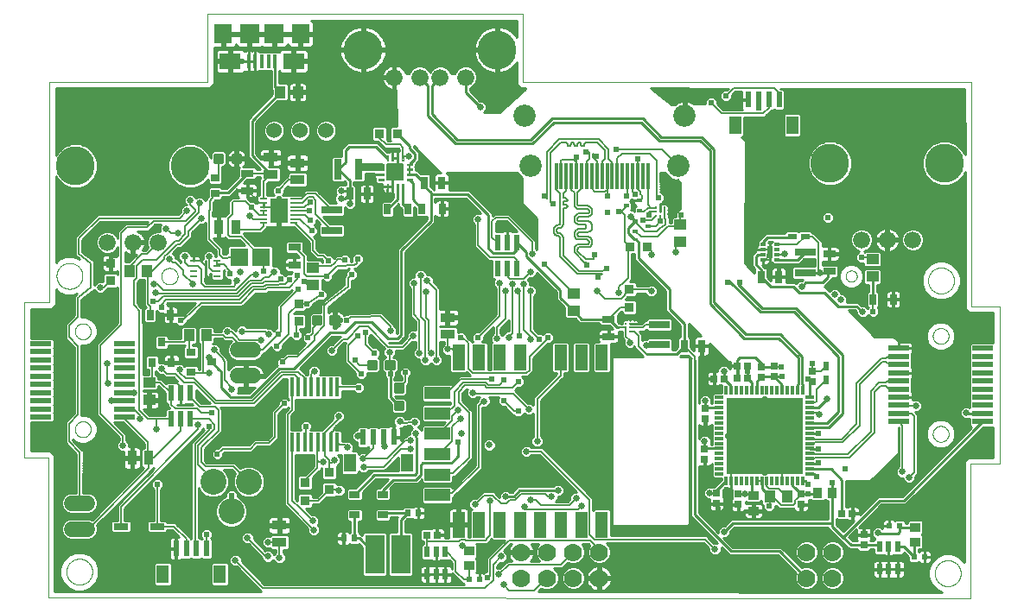
<source format=gtl>
G75*
%MOIN*%
%OFA0B0*%
%FSLAX25Y25*%
%IPPOS*%
%LPD*%
%AMOC8*
5,1,8,0,0,1.08239X$1,22.5*
%
%ADD10C,0.00000*%
%ADD11R,0.05700X0.03800*%
%ADD12R,0.03800X0.05700*%
%ADD13R,0.04900X0.02800*%
%ADD14R,0.06800X0.06600*%
%ADD15R,0.04724X0.03959*%
%ADD16R,0.02756X0.00866*%
%ADD17R,0.07087X0.09449*%
%ADD18R,0.01600X0.07500*%
%ADD19R,0.03600X0.03800*%
%ADD20R,0.01575X0.05315*%
%ADD21R,0.07480X0.07480*%
%ADD22R,0.08268X0.06299*%
%ADD23R,0.07087X0.07480*%
%ADD24C,0.05910*%
%ADD25R,0.03959X0.04724*%
%ADD26C,0.01181*%
%ADD27R,0.02756X0.00984*%
%ADD28R,0.00787X0.04724*%
%ADD29R,0.02300X0.06200*%
%ADD30R,0.01969X0.01181*%
%ADD31R,0.01969X0.04724*%
%ADD32C,0.00378*%
%ADD33C,0.00661*%
%ADD34R,0.02760X0.03940*%
%ADD35R,0.02800X0.04900*%
%ADD36C,0.15000*%
%ADD37C,0.06600*%
%ADD38R,0.03150X0.07874*%
%ADD39R,0.07874X0.03150*%
%ADD40R,0.03400X0.02400*%
%ADD41R,0.01181X0.10236*%
%ADD42C,0.08600*%
%ADD43C,0.07000*%
%ADD44R,0.03200X0.03000*%
%ADD45R,0.02008X0.01575*%
%ADD46C,0.00906*%
%ADD47R,0.03800X0.03600*%
%ADD48C,0.06000*%
%ADD49R,0.02400X0.06200*%
%ADD50R,0.03150X0.03543*%
%ADD51R,0.05575X0.02565*%
%ADD52R,0.03543X0.03150*%
%ADD53R,0.04724X0.09843*%
%ADD54R,0.09843X0.04724*%
%ADD55R,0.07500X0.15000*%
%ADD56R,0.02400X0.03400*%
%ADD57R,0.01200X0.03200*%
%ADD58R,0.03200X0.01200*%
%ADD59R,0.29500X0.29500*%
%ADD60R,0.03600X0.04100*%
%ADD61R,0.02600X0.02600*%
%ADD62R,0.04200X0.03200*%
%ADD63R,0.02800X0.02800*%
%ADD64R,0.07874X0.01969*%
%ADD65R,0.02362X0.06102*%
%ADD66R,0.04724X0.07087*%
%ADD67C,0.10000*%
%ADD68R,0.03940X0.02760*%
%ADD69R,0.02449X0.04063*%
%ADD70R,0.01969X0.04063*%
%ADD71R,0.02200X0.02400*%
%ADD72R,0.04100X0.03600*%
%ADD73R,0.02400X0.02600*%
%ADD74C,0.00700*%
%ADD75C,0.00600*%
%ADD76C,0.02400*%
%ADD77C,0.02578*%
%ADD78C,0.01000*%
%ADD79C,0.00800*%
%ADD80C,0.02500*%
%ADD81C,0.00900*%
D10*
X0010700Y0002800D02*
X0011139Y0002800D01*
X0366500Y0002500D01*
X0366500Y0054500D01*
X0377700Y0054500D01*
X0377700Y0115201D01*
X0366900Y0115201D01*
X0366700Y0201801D01*
X0193900Y0201900D01*
X0193900Y0228100D01*
X0072100Y0228100D01*
X0072100Y0201901D01*
X0011139Y0201901D01*
X0011100Y0120100D01*
X0011100Y0116700D01*
X0001500Y0116700D01*
X0001500Y0057000D01*
X0010700Y0056900D01*
X0010700Y0002800D01*
X0017700Y0012800D02*
X0017702Y0012941D01*
X0017708Y0013082D01*
X0017718Y0013222D01*
X0017732Y0013362D01*
X0017750Y0013502D01*
X0017771Y0013641D01*
X0017797Y0013780D01*
X0017826Y0013918D01*
X0017860Y0014054D01*
X0017897Y0014190D01*
X0017938Y0014325D01*
X0017983Y0014459D01*
X0018032Y0014591D01*
X0018084Y0014722D01*
X0018140Y0014851D01*
X0018200Y0014978D01*
X0018263Y0015104D01*
X0018329Y0015228D01*
X0018400Y0015351D01*
X0018473Y0015471D01*
X0018550Y0015589D01*
X0018630Y0015705D01*
X0018714Y0015818D01*
X0018800Y0015929D01*
X0018890Y0016038D01*
X0018983Y0016144D01*
X0019078Y0016247D01*
X0019177Y0016348D01*
X0019278Y0016446D01*
X0019382Y0016541D01*
X0019489Y0016633D01*
X0019598Y0016722D01*
X0019710Y0016807D01*
X0019824Y0016890D01*
X0019940Y0016970D01*
X0020059Y0017046D01*
X0020180Y0017118D01*
X0020302Y0017188D01*
X0020427Y0017253D01*
X0020553Y0017316D01*
X0020681Y0017374D01*
X0020811Y0017429D01*
X0020942Y0017481D01*
X0021075Y0017528D01*
X0021209Y0017572D01*
X0021344Y0017613D01*
X0021480Y0017649D01*
X0021617Y0017681D01*
X0021755Y0017710D01*
X0021893Y0017735D01*
X0022033Y0017755D01*
X0022173Y0017772D01*
X0022313Y0017785D01*
X0022454Y0017794D01*
X0022594Y0017799D01*
X0022735Y0017800D01*
X0022876Y0017797D01*
X0023017Y0017790D01*
X0023157Y0017779D01*
X0023297Y0017764D01*
X0023437Y0017745D01*
X0023576Y0017723D01*
X0023714Y0017696D01*
X0023852Y0017666D01*
X0023988Y0017631D01*
X0024124Y0017593D01*
X0024258Y0017551D01*
X0024392Y0017505D01*
X0024524Y0017456D01*
X0024654Y0017402D01*
X0024783Y0017345D01*
X0024910Y0017285D01*
X0025036Y0017221D01*
X0025159Y0017153D01*
X0025281Y0017082D01*
X0025401Y0017008D01*
X0025518Y0016930D01*
X0025633Y0016849D01*
X0025746Y0016765D01*
X0025857Y0016678D01*
X0025965Y0016587D01*
X0026070Y0016494D01*
X0026173Y0016397D01*
X0026273Y0016298D01*
X0026370Y0016196D01*
X0026464Y0016091D01*
X0026555Y0015984D01*
X0026643Y0015874D01*
X0026728Y0015762D01*
X0026810Y0015647D01*
X0026889Y0015530D01*
X0026964Y0015411D01*
X0027036Y0015290D01*
X0027104Y0015167D01*
X0027169Y0015042D01*
X0027231Y0014915D01*
X0027288Y0014786D01*
X0027343Y0014656D01*
X0027393Y0014525D01*
X0027440Y0014392D01*
X0027483Y0014258D01*
X0027522Y0014122D01*
X0027557Y0013986D01*
X0027589Y0013849D01*
X0027616Y0013711D01*
X0027640Y0013572D01*
X0027660Y0013432D01*
X0027676Y0013292D01*
X0027688Y0013152D01*
X0027696Y0013011D01*
X0027700Y0012870D01*
X0027700Y0012730D01*
X0027696Y0012589D01*
X0027688Y0012448D01*
X0027676Y0012308D01*
X0027660Y0012168D01*
X0027640Y0012028D01*
X0027616Y0011889D01*
X0027589Y0011751D01*
X0027557Y0011614D01*
X0027522Y0011478D01*
X0027483Y0011342D01*
X0027440Y0011208D01*
X0027393Y0011075D01*
X0027343Y0010944D01*
X0027288Y0010814D01*
X0027231Y0010685D01*
X0027169Y0010558D01*
X0027104Y0010433D01*
X0027036Y0010310D01*
X0026964Y0010189D01*
X0026889Y0010070D01*
X0026810Y0009953D01*
X0026728Y0009838D01*
X0026643Y0009726D01*
X0026555Y0009616D01*
X0026464Y0009509D01*
X0026370Y0009404D01*
X0026273Y0009302D01*
X0026173Y0009203D01*
X0026070Y0009106D01*
X0025965Y0009013D01*
X0025857Y0008922D01*
X0025746Y0008835D01*
X0025633Y0008751D01*
X0025518Y0008670D01*
X0025401Y0008592D01*
X0025281Y0008518D01*
X0025159Y0008447D01*
X0025036Y0008379D01*
X0024910Y0008315D01*
X0024783Y0008255D01*
X0024654Y0008198D01*
X0024524Y0008144D01*
X0024392Y0008095D01*
X0024258Y0008049D01*
X0024124Y0008007D01*
X0023988Y0007969D01*
X0023852Y0007934D01*
X0023714Y0007904D01*
X0023576Y0007877D01*
X0023437Y0007855D01*
X0023297Y0007836D01*
X0023157Y0007821D01*
X0023017Y0007810D01*
X0022876Y0007803D01*
X0022735Y0007800D01*
X0022594Y0007801D01*
X0022454Y0007806D01*
X0022313Y0007815D01*
X0022173Y0007828D01*
X0022033Y0007845D01*
X0021893Y0007865D01*
X0021755Y0007890D01*
X0021617Y0007919D01*
X0021480Y0007951D01*
X0021344Y0007987D01*
X0021209Y0008028D01*
X0021075Y0008072D01*
X0020942Y0008119D01*
X0020811Y0008171D01*
X0020681Y0008226D01*
X0020553Y0008284D01*
X0020427Y0008347D01*
X0020302Y0008412D01*
X0020180Y0008482D01*
X0020059Y0008554D01*
X0019940Y0008630D01*
X0019824Y0008710D01*
X0019710Y0008793D01*
X0019598Y0008878D01*
X0019489Y0008967D01*
X0019382Y0009059D01*
X0019278Y0009154D01*
X0019177Y0009252D01*
X0019078Y0009353D01*
X0018983Y0009456D01*
X0018890Y0009562D01*
X0018800Y0009671D01*
X0018714Y0009782D01*
X0018630Y0009895D01*
X0018550Y0010011D01*
X0018473Y0010129D01*
X0018400Y0010249D01*
X0018329Y0010372D01*
X0018263Y0010496D01*
X0018200Y0010622D01*
X0018140Y0010749D01*
X0018084Y0010878D01*
X0018032Y0011009D01*
X0017983Y0011141D01*
X0017938Y0011275D01*
X0017897Y0011410D01*
X0017860Y0011546D01*
X0017826Y0011682D01*
X0017797Y0011820D01*
X0017771Y0011959D01*
X0017750Y0012098D01*
X0017732Y0012238D01*
X0017718Y0012378D01*
X0017708Y0012518D01*
X0017702Y0012659D01*
X0017700Y0012800D01*
X0020991Y0067802D02*
X0020993Y0067912D01*
X0020999Y0068022D01*
X0021009Y0068132D01*
X0021023Y0068241D01*
X0021041Y0068350D01*
X0021062Y0068458D01*
X0021088Y0068565D01*
X0021117Y0068671D01*
X0021151Y0068776D01*
X0021188Y0068880D01*
X0021229Y0068982D01*
X0021273Y0069083D01*
X0021321Y0069182D01*
X0021373Y0069280D01*
X0021428Y0069375D01*
X0021486Y0069468D01*
X0021548Y0069559D01*
X0021613Y0069648D01*
X0021681Y0069735D01*
X0021753Y0069819D01*
X0021827Y0069900D01*
X0021904Y0069979D01*
X0021984Y0070055D01*
X0022067Y0070127D01*
X0022152Y0070197D01*
X0022240Y0070264D01*
X0022330Y0070327D01*
X0022422Y0070387D01*
X0022516Y0070444D01*
X0022613Y0070498D01*
X0022711Y0070547D01*
X0022811Y0070594D01*
X0022913Y0070636D01*
X0023016Y0070675D01*
X0023120Y0070710D01*
X0023226Y0070742D01*
X0023332Y0070769D01*
X0023440Y0070793D01*
X0023548Y0070813D01*
X0023657Y0070829D01*
X0023767Y0070841D01*
X0023877Y0070849D01*
X0023987Y0070853D01*
X0024097Y0070853D01*
X0024207Y0070849D01*
X0024317Y0070841D01*
X0024427Y0070829D01*
X0024536Y0070813D01*
X0024644Y0070793D01*
X0024752Y0070769D01*
X0024858Y0070742D01*
X0024964Y0070710D01*
X0025068Y0070675D01*
X0025171Y0070636D01*
X0025273Y0070594D01*
X0025373Y0070547D01*
X0025471Y0070498D01*
X0025567Y0070444D01*
X0025662Y0070387D01*
X0025754Y0070327D01*
X0025844Y0070264D01*
X0025932Y0070197D01*
X0026017Y0070127D01*
X0026100Y0070055D01*
X0026180Y0069979D01*
X0026257Y0069900D01*
X0026331Y0069819D01*
X0026403Y0069735D01*
X0026471Y0069648D01*
X0026536Y0069559D01*
X0026598Y0069468D01*
X0026656Y0069375D01*
X0026711Y0069280D01*
X0026763Y0069182D01*
X0026811Y0069083D01*
X0026855Y0068982D01*
X0026896Y0068880D01*
X0026933Y0068776D01*
X0026967Y0068671D01*
X0026996Y0068565D01*
X0027022Y0068458D01*
X0027043Y0068350D01*
X0027061Y0068241D01*
X0027075Y0068132D01*
X0027085Y0068022D01*
X0027091Y0067912D01*
X0027093Y0067802D01*
X0027091Y0067692D01*
X0027085Y0067582D01*
X0027075Y0067472D01*
X0027061Y0067363D01*
X0027043Y0067254D01*
X0027022Y0067146D01*
X0026996Y0067039D01*
X0026967Y0066933D01*
X0026933Y0066828D01*
X0026896Y0066724D01*
X0026855Y0066622D01*
X0026811Y0066521D01*
X0026763Y0066422D01*
X0026711Y0066324D01*
X0026656Y0066229D01*
X0026598Y0066136D01*
X0026536Y0066045D01*
X0026471Y0065956D01*
X0026403Y0065869D01*
X0026331Y0065785D01*
X0026257Y0065704D01*
X0026180Y0065625D01*
X0026100Y0065549D01*
X0026017Y0065477D01*
X0025932Y0065407D01*
X0025844Y0065340D01*
X0025754Y0065277D01*
X0025662Y0065217D01*
X0025568Y0065160D01*
X0025471Y0065106D01*
X0025373Y0065057D01*
X0025273Y0065010D01*
X0025171Y0064968D01*
X0025068Y0064929D01*
X0024964Y0064894D01*
X0024858Y0064862D01*
X0024752Y0064835D01*
X0024644Y0064811D01*
X0024536Y0064791D01*
X0024427Y0064775D01*
X0024317Y0064763D01*
X0024207Y0064755D01*
X0024097Y0064751D01*
X0023987Y0064751D01*
X0023877Y0064755D01*
X0023767Y0064763D01*
X0023657Y0064775D01*
X0023548Y0064791D01*
X0023440Y0064811D01*
X0023332Y0064835D01*
X0023226Y0064862D01*
X0023120Y0064894D01*
X0023016Y0064929D01*
X0022913Y0064968D01*
X0022811Y0065010D01*
X0022711Y0065057D01*
X0022613Y0065106D01*
X0022516Y0065160D01*
X0022422Y0065217D01*
X0022330Y0065277D01*
X0022240Y0065340D01*
X0022152Y0065407D01*
X0022067Y0065477D01*
X0021984Y0065549D01*
X0021904Y0065625D01*
X0021827Y0065704D01*
X0021753Y0065785D01*
X0021681Y0065869D01*
X0021613Y0065956D01*
X0021548Y0066045D01*
X0021486Y0066136D01*
X0021428Y0066229D01*
X0021373Y0066324D01*
X0021321Y0066422D01*
X0021273Y0066521D01*
X0021229Y0066622D01*
X0021188Y0066724D01*
X0021151Y0066828D01*
X0021117Y0066933D01*
X0021088Y0067039D01*
X0021062Y0067146D01*
X0021041Y0067254D01*
X0021023Y0067363D01*
X0021009Y0067472D01*
X0020999Y0067582D01*
X0020993Y0067692D01*
X0020991Y0067802D01*
X0020991Y0105598D02*
X0020993Y0105708D01*
X0020999Y0105818D01*
X0021009Y0105928D01*
X0021023Y0106037D01*
X0021041Y0106146D01*
X0021062Y0106254D01*
X0021088Y0106361D01*
X0021117Y0106467D01*
X0021151Y0106572D01*
X0021188Y0106676D01*
X0021229Y0106778D01*
X0021273Y0106879D01*
X0021321Y0106978D01*
X0021373Y0107076D01*
X0021428Y0107171D01*
X0021486Y0107264D01*
X0021548Y0107355D01*
X0021613Y0107444D01*
X0021681Y0107531D01*
X0021753Y0107615D01*
X0021827Y0107696D01*
X0021904Y0107775D01*
X0021984Y0107851D01*
X0022067Y0107923D01*
X0022152Y0107993D01*
X0022240Y0108060D01*
X0022330Y0108123D01*
X0022422Y0108183D01*
X0022516Y0108240D01*
X0022613Y0108294D01*
X0022711Y0108343D01*
X0022811Y0108390D01*
X0022913Y0108432D01*
X0023016Y0108471D01*
X0023120Y0108506D01*
X0023226Y0108538D01*
X0023332Y0108565D01*
X0023440Y0108589D01*
X0023548Y0108609D01*
X0023657Y0108625D01*
X0023767Y0108637D01*
X0023877Y0108645D01*
X0023987Y0108649D01*
X0024097Y0108649D01*
X0024207Y0108645D01*
X0024317Y0108637D01*
X0024427Y0108625D01*
X0024536Y0108609D01*
X0024644Y0108589D01*
X0024752Y0108565D01*
X0024858Y0108538D01*
X0024964Y0108506D01*
X0025068Y0108471D01*
X0025171Y0108432D01*
X0025273Y0108390D01*
X0025373Y0108343D01*
X0025471Y0108294D01*
X0025567Y0108240D01*
X0025662Y0108183D01*
X0025754Y0108123D01*
X0025844Y0108060D01*
X0025932Y0107993D01*
X0026017Y0107923D01*
X0026100Y0107851D01*
X0026180Y0107775D01*
X0026257Y0107696D01*
X0026331Y0107615D01*
X0026403Y0107531D01*
X0026471Y0107444D01*
X0026536Y0107355D01*
X0026598Y0107264D01*
X0026656Y0107171D01*
X0026711Y0107076D01*
X0026763Y0106978D01*
X0026811Y0106879D01*
X0026855Y0106778D01*
X0026896Y0106676D01*
X0026933Y0106572D01*
X0026967Y0106467D01*
X0026996Y0106361D01*
X0027022Y0106254D01*
X0027043Y0106146D01*
X0027061Y0106037D01*
X0027075Y0105928D01*
X0027085Y0105818D01*
X0027091Y0105708D01*
X0027093Y0105598D01*
X0027091Y0105488D01*
X0027085Y0105378D01*
X0027075Y0105268D01*
X0027061Y0105159D01*
X0027043Y0105050D01*
X0027022Y0104942D01*
X0026996Y0104835D01*
X0026967Y0104729D01*
X0026933Y0104624D01*
X0026896Y0104520D01*
X0026855Y0104418D01*
X0026811Y0104317D01*
X0026763Y0104218D01*
X0026711Y0104120D01*
X0026656Y0104025D01*
X0026598Y0103932D01*
X0026536Y0103841D01*
X0026471Y0103752D01*
X0026403Y0103665D01*
X0026331Y0103581D01*
X0026257Y0103500D01*
X0026180Y0103421D01*
X0026100Y0103345D01*
X0026017Y0103273D01*
X0025932Y0103203D01*
X0025844Y0103136D01*
X0025754Y0103073D01*
X0025662Y0103013D01*
X0025568Y0102956D01*
X0025471Y0102902D01*
X0025373Y0102853D01*
X0025273Y0102806D01*
X0025171Y0102764D01*
X0025068Y0102725D01*
X0024964Y0102690D01*
X0024858Y0102658D01*
X0024752Y0102631D01*
X0024644Y0102607D01*
X0024536Y0102587D01*
X0024427Y0102571D01*
X0024317Y0102559D01*
X0024207Y0102551D01*
X0024097Y0102547D01*
X0023987Y0102547D01*
X0023877Y0102551D01*
X0023767Y0102559D01*
X0023657Y0102571D01*
X0023548Y0102587D01*
X0023440Y0102607D01*
X0023332Y0102631D01*
X0023226Y0102658D01*
X0023120Y0102690D01*
X0023016Y0102725D01*
X0022913Y0102764D01*
X0022811Y0102806D01*
X0022711Y0102853D01*
X0022613Y0102902D01*
X0022516Y0102956D01*
X0022422Y0103013D01*
X0022330Y0103073D01*
X0022240Y0103136D01*
X0022152Y0103203D01*
X0022067Y0103273D01*
X0021984Y0103345D01*
X0021904Y0103421D01*
X0021827Y0103500D01*
X0021753Y0103581D01*
X0021681Y0103665D01*
X0021613Y0103752D01*
X0021548Y0103841D01*
X0021486Y0103932D01*
X0021428Y0104025D01*
X0021373Y0104120D01*
X0021321Y0104218D01*
X0021273Y0104317D01*
X0021229Y0104418D01*
X0021188Y0104520D01*
X0021151Y0104624D01*
X0021117Y0104729D01*
X0021088Y0104835D01*
X0021062Y0104942D01*
X0021041Y0105050D01*
X0021023Y0105159D01*
X0021009Y0105268D01*
X0020999Y0105378D01*
X0020993Y0105488D01*
X0020991Y0105598D01*
X0013900Y0127000D02*
X0013902Y0127141D01*
X0013908Y0127282D01*
X0013918Y0127422D01*
X0013932Y0127562D01*
X0013950Y0127702D01*
X0013971Y0127841D01*
X0013997Y0127980D01*
X0014026Y0128118D01*
X0014060Y0128254D01*
X0014097Y0128390D01*
X0014138Y0128525D01*
X0014183Y0128659D01*
X0014232Y0128791D01*
X0014284Y0128922D01*
X0014340Y0129051D01*
X0014400Y0129178D01*
X0014463Y0129304D01*
X0014529Y0129428D01*
X0014600Y0129551D01*
X0014673Y0129671D01*
X0014750Y0129789D01*
X0014830Y0129905D01*
X0014914Y0130018D01*
X0015000Y0130129D01*
X0015090Y0130238D01*
X0015183Y0130344D01*
X0015278Y0130447D01*
X0015377Y0130548D01*
X0015478Y0130646D01*
X0015582Y0130741D01*
X0015689Y0130833D01*
X0015798Y0130922D01*
X0015910Y0131007D01*
X0016024Y0131090D01*
X0016140Y0131170D01*
X0016259Y0131246D01*
X0016380Y0131318D01*
X0016502Y0131388D01*
X0016627Y0131453D01*
X0016753Y0131516D01*
X0016881Y0131574D01*
X0017011Y0131629D01*
X0017142Y0131681D01*
X0017275Y0131728D01*
X0017409Y0131772D01*
X0017544Y0131813D01*
X0017680Y0131849D01*
X0017817Y0131881D01*
X0017955Y0131910D01*
X0018093Y0131935D01*
X0018233Y0131955D01*
X0018373Y0131972D01*
X0018513Y0131985D01*
X0018654Y0131994D01*
X0018794Y0131999D01*
X0018935Y0132000D01*
X0019076Y0131997D01*
X0019217Y0131990D01*
X0019357Y0131979D01*
X0019497Y0131964D01*
X0019637Y0131945D01*
X0019776Y0131923D01*
X0019914Y0131896D01*
X0020052Y0131866D01*
X0020188Y0131831D01*
X0020324Y0131793D01*
X0020458Y0131751D01*
X0020592Y0131705D01*
X0020724Y0131656D01*
X0020854Y0131602D01*
X0020983Y0131545D01*
X0021110Y0131485D01*
X0021236Y0131421D01*
X0021359Y0131353D01*
X0021481Y0131282D01*
X0021601Y0131208D01*
X0021718Y0131130D01*
X0021833Y0131049D01*
X0021946Y0130965D01*
X0022057Y0130878D01*
X0022165Y0130787D01*
X0022270Y0130694D01*
X0022373Y0130597D01*
X0022473Y0130498D01*
X0022570Y0130396D01*
X0022664Y0130291D01*
X0022755Y0130184D01*
X0022843Y0130074D01*
X0022928Y0129962D01*
X0023010Y0129847D01*
X0023089Y0129730D01*
X0023164Y0129611D01*
X0023236Y0129490D01*
X0023304Y0129367D01*
X0023369Y0129242D01*
X0023431Y0129115D01*
X0023488Y0128986D01*
X0023543Y0128856D01*
X0023593Y0128725D01*
X0023640Y0128592D01*
X0023683Y0128458D01*
X0023722Y0128322D01*
X0023757Y0128186D01*
X0023789Y0128049D01*
X0023816Y0127911D01*
X0023840Y0127772D01*
X0023860Y0127632D01*
X0023876Y0127492D01*
X0023888Y0127352D01*
X0023896Y0127211D01*
X0023900Y0127070D01*
X0023900Y0126930D01*
X0023896Y0126789D01*
X0023888Y0126648D01*
X0023876Y0126508D01*
X0023860Y0126368D01*
X0023840Y0126228D01*
X0023816Y0126089D01*
X0023789Y0125951D01*
X0023757Y0125814D01*
X0023722Y0125678D01*
X0023683Y0125542D01*
X0023640Y0125408D01*
X0023593Y0125275D01*
X0023543Y0125144D01*
X0023488Y0125014D01*
X0023431Y0124885D01*
X0023369Y0124758D01*
X0023304Y0124633D01*
X0023236Y0124510D01*
X0023164Y0124389D01*
X0023089Y0124270D01*
X0023010Y0124153D01*
X0022928Y0124038D01*
X0022843Y0123926D01*
X0022755Y0123816D01*
X0022664Y0123709D01*
X0022570Y0123604D01*
X0022473Y0123502D01*
X0022373Y0123403D01*
X0022270Y0123306D01*
X0022165Y0123213D01*
X0022057Y0123122D01*
X0021946Y0123035D01*
X0021833Y0122951D01*
X0021718Y0122870D01*
X0021601Y0122792D01*
X0021481Y0122718D01*
X0021359Y0122647D01*
X0021236Y0122579D01*
X0021110Y0122515D01*
X0020983Y0122455D01*
X0020854Y0122398D01*
X0020724Y0122344D01*
X0020592Y0122295D01*
X0020458Y0122249D01*
X0020324Y0122207D01*
X0020188Y0122169D01*
X0020052Y0122134D01*
X0019914Y0122104D01*
X0019776Y0122077D01*
X0019637Y0122055D01*
X0019497Y0122036D01*
X0019357Y0122021D01*
X0019217Y0122010D01*
X0019076Y0122003D01*
X0018935Y0122000D01*
X0018794Y0122001D01*
X0018654Y0122006D01*
X0018513Y0122015D01*
X0018373Y0122028D01*
X0018233Y0122045D01*
X0018093Y0122065D01*
X0017955Y0122090D01*
X0017817Y0122119D01*
X0017680Y0122151D01*
X0017544Y0122187D01*
X0017409Y0122228D01*
X0017275Y0122272D01*
X0017142Y0122319D01*
X0017011Y0122371D01*
X0016881Y0122426D01*
X0016753Y0122484D01*
X0016627Y0122547D01*
X0016502Y0122612D01*
X0016380Y0122682D01*
X0016259Y0122754D01*
X0016140Y0122830D01*
X0016024Y0122910D01*
X0015910Y0122993D01*
X0015798Y0123078D01*
X0015689Y0123167D01*
X0015582Y0123259D01*
X0015478Y0123354D01*
X0015377Y0123452D01*
X0015278Y0123553D01*
X0015183Y0123656D01*
X0015090Y0123762D01*
X0015000Y0123871D01*
X0014914Y0123982D01*
X0014830Y0124095D01*
X0014750Y0124211D01*
X0014673Y0124329D01*
X0014600Y0124449D01*
X0014529Y0124572D01*
X0014463Y0124696D01*
X0014400Y0124822D01*
X0014340Y0124949D01*
X0014284Y0125078D01*
X0014232Y0125209D01*
X0014183Y0125341D01*
X0014138Y0125475D01*
X0014097Y0125610D01*
X0014060Y0125746D01*
X0014026Y0125882D01*
X0013997Y0126020D01*
X0013971Y0126159D01*
X0013950Y0126298D01*
X0013932Y0126438D01*
X0013918Y0126578D01*
X0013908Y0126718D01*
X0013902Y0126859D01*
X0013900Y0127000D01*
X0054324Y0126900D02*
X0054326Y0127012D01*
X0054332Y0127123D01*
X0054342Y0127235D01*
X0054356Y0127346D01*
X0054373Y0127456D01*
X0054395Y0127566D01*
X0054421Y0127674D01*
X0054450Y0127782D01*
X0054483Y0127889D01*
X0054520Y0127995D01*
X0054561Y0128099D01*
X0054605Y0128201D01*
X0054653Y0128302D01*
X0054705Y0128401D01*
X0054760Y0128499D01*
X0054818Y0128594D01*
X0054880Y0128687D01*
X0054945Y0128778D01*
X0055014Y0128866D01*
X0055085Y0128953D01*
X0055159Y0129036D01*
X0055236Y0129117D01*
X0055317Y0129195D01*
X0055399Y0129270D01*
X0055485Y0129342D01*
X0055573Y0129411D01*
X0055663Y0129477D01*
X0055756Y0129539D01*
X0055850Y0129599D01*
X0055947Y0129655D01*
X0056046Y0129707D01*
X0056146Y0129756D01*
X0056249Y0129801D01*
X0056352Y0129843D01*
X0056457Y0129881D01*
X0056564Y0129915D01*
X0056671Y0129945D01*
X0056780Y0129972D01*
X0056890Y0129994D01*
X0057000Y0130013D01*
X0057111Y0130028D01*
X0057222Y0130039D01*
X0057333Y0130046D01*
X0057445Y0130049D01*
X0057557Y0130048D01*
X0057668Y0130043D01*
X0057780Y0130034D01*
X0057891Y0130021D01*
X0058001Y0130004D01*
X0058111Y0129984D01*
X0058220Y0129959D01*
X0058328Y0129931D01*
X0058435Y0129898D01*
X0058541Y0129862D01*
X0058646Y0129822D01*
X0058749Y0129779D01*
X0058850Y0129732D01*
X0058950Y0129681D01*
X0059047Y0129627D01*
X0059143Y0129570D01*
X0059237Y0129509D01*
X0059328Y0129444D01*
X0059418Y0129377D01*
X0059504Y0129306D01*
X0059588Y0129233D01*
X0059670Y0129156D01*
X0059749Y0129077D01*
X0059824Y0128995D01*
X0059897Y0128910D01*
X0059967Y0128823D01*
X0060034Y0128733D01*
X0060097Y0128641D01*
X0060157Y0128547D01*
X0060214Y0128450D01*
X0060267Y0128352D01*
X0060317Y0128252D01*
X0060363Y0128150D01*
X0060406Y0128047D01*
X0060445Y0127942D01*
X0060480Y0127836D01*
X0060511Y0127729D01*
X0060539Y0127620D01*
X0060562Y0127511D01*
X0060582Y0127401D01*
X0060598Y0127290D01*
X0060610Y0127179D01*
X0060618Y0127068D01*
X0060622Y0126956D01*
X0060622Y0126844D01*
X0060618Y0126732D01*
X0060610Y0126621D01*
X0060598Y0126510D01*
X0060582Y0126399D01*
X0060562Y0126289D01*
X0060539Y0126180D01*
X0060511Y0126071D01*
X0060480Y0125964D01*
X0060445Y0125858D01*
X0060406Y0125753D01*
X0060363Y0125650D01*
X0060317Y0125548D01*
X0060267Y0125448D01*
X0060214Y0125350D01*
X0060157Y0125253D01*
X0060097Y0125159D01*
X0060034Y0125067D01*
X0059967Y0124977D01*
X0059897Y0124890D01*
X0059824Y0124805D01*
X0059749Y0124723D01*
X0059670Y0124644D01*
X0059588Y0124567D01*
X0059504Y0124494D01*
X0059418Y0124423D01*
X0059328Y0124356D01*
X0059237Y0124291D01*
X0059143Y0124230D01*
X0059048Y0124173D01*
X0058950Y0124119D01*
X0058850Y0124068D01*
X0058749Y0124021D01*
X0058646Y0123978D01*
X0058541Y0123938D01*
X0058435Y0123902D01*
X0058328Y0123869D01*
X0058220Y0123841D01*
X0058111Y0123816D01*
X0058001Y0123796D01*
X0057891Y0123779D01*
X0057780Y0123766D01*
X0057668Y0123757D01*
X0057557Y0123752D01*
X0057445Y0123751D01*
X0057333Y0123754D01*
X0057222Y0123761D01*
X0057111Y0123772D01*
X0057000Y0123787D01*
X0056890Y0123806D01*
X0056780Y0123828D01*
X0056671Y0123855D01*
X0056564Y0123885D01*
X0056457Y0123919D01*
X0056352Y0123957D01*
X0056249Y0123999D01*
X0056146Y0124044D01*
X0056046Y0124093D01*
X0055947Y0124145D01*
X0055850Y0124201D01*
X0055756Y0124261D01*
X0055663Y0124323D01*
X0055573Y0124389D01*
X0055485Y0124458D01*
X0055399Y0124530D01*
X0055317Y0124605D01*
X0055236Y0124683D01*
X0055159Y0124764D01*
X0055085Y0124847D01*
X0055014Y0124934D01*
X0054945Y0125022D01*
X0054880Y0125113D01*
X0054818Y0125206D01*
X0054760Y0125301D01*
X0054705Y0125399D01*
X0054653Y0125498D01*
X0054605Y0125599D01*
X0054561Y0125701D01*
X0054520Y0125805D01*
X0054483Y0125911D01*
X0054450Y0126018D01*
X0054421Y0126126D01*
X0054395Y0126234D01*
X0054373Y0126344D01*
X0054356Y0126454D01*
X0054342Y0126565D01*
X0054332Y0126677D01*
X0054326Y0126788D01*
X0054324Y0126900D01*
X0318300Y0126900D02*
X0318302Y0126993D01*
X0318308Y0127085D01*
X0318318Y0127177D01*
X0318332Y0127268D01*
X0318349Y0127359D01*
X0318371Y0127449D01*
X0318396Y0127538D01*
X0318425Y0127626D01*
X0318458Y0127712D01*
X0318495Y0127797D01*
X0318535Y0127881D01*
X0318579Y0127962D01*
X0318626Y0128042D01*
X0318676Y0128120D01*
X0318730Y0128195D01*
X0318787Y0128268D01*
X0318847Y0128338D01*
X0318910Y0128406D01*
X0318976Y0128471D01*
X0319044Y0128533D01*
X0319115Y0128593D01*
X0319189Y0128649D01*
X0319265Y0128702D01*
X0319343Y0128751D01*
X0319423Y0128798D01*
X0319505Y0128840D01*
X0319589Y0128880D01*
X0319674Y0128915D01*
X0319761Y0128947D01*
X0319849Y0128976D01*
X0319938Y0129000D01*
X0320028Y0129021D01*
X0320119Y0129037D01*
X0320211Y0129050D01*
X0320303Y0129059D01*
X0320396Y0129064D01*
X0320488Y0129065D01*
X0320581Y0129062D01*
X0320673Y0129055D01*
X0320765Y0129044D01*
X0320856Y0129029D01*
X0320947Y0129011D01*
X0321037Y0128988D01*
X0321125Y0128962D01*
X0321213Y0128932D01*
X0321299Y0128898D01*
X0321383Y0128861D01*
X0321466Y0128819D01*
X0321547Y0128775D01*
X0321627Y0128727D01*
X0321704Y0128676D01*
X0321778Y0128621D01*
X0321851Y0128563D01*
X0321921Y0128503D01*
X0321988Y0128439D01*
X0322052Y0128373D01*
X0322114Y0128303D01*
X0322172Y0128232D01*
X0322227Y0128158D01*
X0322279Y0128081D01*
X0322328Y0128002D01*
X0322374Y0127922D01*
X0322416Y0127839D01*
X0322454Y0127755D01*
X0322489Y0127669D01*
X0322520Y0127582D01*
X0322547Y0127494D01*
X0322570Y0127404D01*
X0322590Y0127314D01*
X0322606Y0127223D01*
X0322618Y0127131D01*
X0322626Y0127039D01*
X0322630Y0126946D01*
X0322630Y0126854D01*
X0322626Y0126761D01*
X0322618Y0126669D01*
X0322606Y0126577D01*
X0322590Y0126486D01*
X0322570Y0126396D01*
X0322547Y0126306D01*
X0322520Y0126218D01*
X0322489Y0126131D01*
X0322454Y0126045D01*
X0322416Y0125961D01*
X0322374Y0125878D01*
X0322328Y0125798D01*
X0322279Y0125719D01*
X0322227Y0125642D01*
X0322172Y0125568D01*
X0322114Y0125497D01*
X0322052Y0125427D01*
X0321988Y0125361D01*
X0321921Y0125297D01*
X0321851Y0125237D01*
X0321778Y0125179D01*
X0321704Y0125124D01*
X0321627Y0125073D01*
X0321548Y0125025D01*
X0321466Y0124981D01*
X0321383Y0124939D01*
X0321299Y0124902D01*
X0321213Y0124868D01*
X0321125Y0124838D01*
X0321037Y0124812D01*
X0320947Y0124789D01*
X0320856Y0124771D01*
X0320765Y0124756D01*
X0320673Y0124745D01*
X0320581Y0124738D01*
X0320488Y0124735D01*
X0320396Y0124736D01*
X0320303Y0124741D01*
X0320211Y0124750D01*
X0320119Y0124763D01*
X0320028Y0124779D01*
X0319938Y0124800D01*
X0319849Y0124824D01*
X0319761Y0124853D01*
X0319674Y0124885D01*
X0319589Y0124920D01*
X0319505Y0124960D01*
X0319423Y0125002D01*
X0319343Y0125049D01*
X0319265Y0125098D01*
X0319189Y0125151D01*
X0319115Y0125207D01*
X0319044Y0125267D01*
X0318976Y0125329D01*
X0318910Y0125394D01*
X0318847Y0125462D01*
X0318787Y0125532D01*
X0318730Y0125605D01*
X0318676Y0125680D01*
X0318626Y0125758D01*
X0318579Y0125838D01*
X0318535Y0125919D01*
X0318495Y0126003D01*
X0318458Y0126088D01*
X0318425Y0126174D01*
X0318396Y0126262D01*
X0318371Y0126351D01*
X0318349Y0126441D01*
X0318332Y0126532D01*
X0318318Y0126623D01*
X0318308Y0126715D01*
X0318302Y0126807D01*
X0318300Y0126900D01*
X0350100Y0125200D02*
X0350102Y0125341D01*
X0350108Y0125482D01*
X0350118Y0125622D01*
X0350132Y0125762D01*
X0350150Y0125902D01*
X0350171Y0126041D01*
X0350197Y0126180D01*
X0350226Y0126318D01*
X0350260Y0126454D01*
X0350297Y0126590D01*
X0350338Y0126725D01*
X0350383Y0126859D01*
X0350432Y0126991D01*
X0350484Y0127122D01*
X0350540Y0127251D01*
X0350600Y0127378D01*
X0350663Y0127504D01*
X0350729Y0127628D01*
X0350800Y0127751D01*
X0350873Y0127871D01*
X0350950Y0127989D01*
X0351030Y0128105D01*
X0351114Y0128218D01*
X0351200Y0128329D01*
X0351290Y0128438D01*
X0351383Y0128544D01*
X0351478Y0128647D01*
X0351577Y0128748D01*
X0351678Y0128846D01*
X0351782Y0128941D01*
X0351889Y0129033D01*
X0351998Y0129122D01*
X0352110Y0129207D01*
X0352224Y0129290D01*
X0352340Y0129370D01*
X0352459Y0129446D01*
X0352580Y0129518D01*
X0352702Y0129588D01*
X0352827Y0129653D01*
X0352953Y0129716D01*
X0353081Y0129774D01*
X0353211Y0129829D01*
X0353342Y0129881D01*
X0353475Y0129928D01*
X0353609Y0129972D01*
X0353744Y0130013D01*
X0353880Y0130049D01*
X0354017Y0130081D01*
X0354155Y0130110D01*
X0354293Y0130135D01*
X0354433Y0130155D01*
X0354573Y0130172D01*
X0354713Y0130185D01*
X0354854Y0130194D01*
X0354994Y0130199D01*
X0355135Y0130200D01*
X0355276Y0130197D01*
X0355417Y0130190D01*
X0355557Y0130179D01*
X0355697Y0130164D01*
X0355837Y0130145D01*
X0355976Y0130123D01*
X0356114Y0130096D01*
X0356252Y0130066D01*
X0356388Y0130031D01*
X0356524Y0129993D01*
X0356658Y0129951D01*
X0356792Y0129905D01*
X0356924Y0129856D01*
X0357054Y0129802D01*
X0357183Y0129745D01*
X0357310Y0129685D01*
X0357436Y0129621D01*
X0357559Y0129553D01*
X0357681Y0129482D01*
X0357801Y0129408D01*
X0357918Y0129330D01*
X0358033Y0129249D01*
X0358146Y0129165D01*
X0358257Y0129078D01*
X0358365Y0128987D01*
X0358470Y0128894D01*
X0358573Y0128797D01*
X0358673Y0128698D01*
X0358770Y0128596D01*
X0358864Y0128491D01*
X0358955Y0128384D01*
X0359043Y0128274D01*
X0359128Y0128162D01*
X0359210Y0128047D01*
X0359289Y0127930D01*
X0359364Y0127811D01*
X0359436Y0127690D01*
X0359504Y0127567D01*
X0359569Y0127442D01*
X0359631Y0127315D01*
X0359688Y0127186D01*
X0359743Y0127056D01*
X0359793Y0126925D01*
X0359840Y0126792D01*
X0359883Y0126658D01*
X0359922Y0126522D01*
X0359957Y0126386D01*
X0359989Y0126249D01*
X0360016Y0126111D01*
X0360040Y0125972D01*
X0360060Y0125832D01*
X0360076Y0125692D01*
X0360088Y0125552D01*
X0360096Y0125411D01*
X0360100Y0125270D01*
X0360100Y0125130D01*
X0360096Y0124989D01*
X0360088Y0124848D01*
X0360076Y0124708D01*
X0360060Y0124568D01*
X0360040Y0124428D01*
X0360016Y0124289D01*
X0359989Y0124151D01*
X0359957Y0124014D01*
X0359922Y0123878D01*
X0359883Y0123742D01*
X0359840Y0123608D01*
X0359793Y0123475D01*
X0359743Y0123344D01*
X0359688Y0123214D01*
X0359631Y0123085D01*
X0359569Y0122958D01*
X0359504Y0122833D01*
X0359436Y0122710D01*
X0359364Y0122589D01*
X0359289Y0122470D01*
X0359210Y0122353D01*
X0359128Y0122238D01*
X0359043Y0122126D01*
X0358955Y0122016D01*
X0358864Y0121909D01*
X0358770Y0121804D01*
X0358673Y0121702D01*
X0358573Y0121603D01*
X0358470Y0121506D01*
X0358365Y0121413D01*
X0358257Y0121322D01*
X0358146Y0121235D01*
X0358033Y0121151D01*
X0357918Y0121070D01*
X0357801Y0120992D01*
X0357681Y0120918D01*
X0357559Y0120847D01*
X0357436Y0120779D01*
X0357310Y0120715D01*
X0357183Y0120655D01*
X0357054Y0120598D01*
X0356924Y0120544D01*
X0356792Y0120495D01*
X0356658Y0120449D01*
X0356524Y0120407D01*
X0356388Y0120369D01*
X0356252Y0120334D01*
X0356114Y0120304D01*
X0355976Y0120277D01*
X0355837Y0120255D01*
X0355697Y0120236D01*
X0355557Y0120221D01*
X0355417Y0120210D01*
X0355276Y0120203D01*
X0355135Y0120200D01*
X0354994Y0120201D01*
X0354854Y0120206D01*
X0354713Y0120215D01*
X0354573Y0120228D01*
X0354433Y0120245D01*
X0354293Y0120265D01*
X0354155Y0120290D01*
X0354017Y0120319D01*
X0353880Y0120351D01*
X0353744Y0120387D01*
X0353609Y0120428D01*
X0353475Y0120472D01*
X0353342Y0120519D01*
X0353211Y0120571D01*
X0353081Y0120626D01*
X0352953Y0120684D01*
X0352827Y0120747D01*
X0352702Y0120812D01*
X0352580Y0120882D01*
X0352459Y0120954D01*
X0352340Y0121030D01*
X0352224Y0121110D01*
X0352110Y0121193D01*
X0351998Y0121278D01*
X0351889Y0121367D01*
X0351782Y0121459D01*
X0351678Y0121554D01*
X0351577Y0121652D01*
X0351478Y0121753D01*
X0351383Y0121856D01*
X0351290Y0121962D01*
X0351200Y0122071D01*
X0351114Y0122182D01*
X0351030Y0122295D01*
X0350950Y0122411D01*
X0350873Y0122529D01*
X0350800Y0122649D01*
X0350729Y0122772D01*
X0350663Y0122896D01*
X0350600Y0123022D01*
X0350540Y0123149D01*
X0350484Y0123278D01*
X0350432Y0123409D01*
X0350383Y0123541D01*
X0350338Y0123675D01*
X0350297Y0123810D01*
X0350260Y0123946D01*
X0350226Y0124082D01*
X0350197Y0124220D01*
X0350171Y0124359D01*
X0350150Y0124498D01*
X0350132Y0124638D01*
X0350118Y0124778D01*
X0350108Y0124918D01*
X0350102Y0125059D01*
X0350100Y0125200D01*
X0351907Y0103798D02*
X0351909Y0103908D01*
X0351915Y0104018D01*
X0351925Y0104128D01*
X0351939Y0104237D01*
X0351957Y0104346D01*
X0351978Y0104454D01*
X0352004Y0104561D01*
X0352033Y0104667D01*
X0352067Y0104772D01*
X0352104Y0104876D01*
X0352145Y0104978D01*
X0352189Y0105079D01*
X0352237Y0105178D01*
X0352289Y0105276D01*
X0352344Y0105371D01*
X0352402Y0105464D01*
X0352464Y0105555D01*
X0352529Y0105644D01*
X0352597Y0105731D01*
X0352669Y0105815D01*
X0352743Y0105896D01*
X0352820Y0105975D01*
X0352900Y0106051D01*
X0352983Y0106123D01*
X0353068Y0106193D01*
X0353156Y0106260D01*
X0353246Y0106323D01*
X0353338Y0106383D01*
X0353432Y0106440D01*
X0353529Y0106494D01*
X0353627Y0106543D01*
X0353727Y0106590D01*
X0353829Y0106632D01*
X0353932Y0106671D01*
X0354036Y0106706D01*
X0354142Y0106738D01*
X0354248Y0106765D01*
X0354356Y0106789D01*
X0354464Y0106809D01*
X0354573Y0106825D01*
X0354683Y0106837D01*
X0354793Y0106845D01*
X0354903Y0106849D01*
X0355013Y0106849D01*
X0355123Y0106845D01*
X0355233Y0106837D01*
X0355343Y0106825D01*
X0355452Y0106809D01*
X0355560Y0106789D01*
X0355668Y0106765D01*
X0355774Y0106738D01*
X0355880Y0106706D01*
X0355984Y0106671D01*
X0356087Y0106632D01*
X0356189Y0106590D01*
X0356289Y0106543D01*
X0356387Y0106494D01*
X0356483Y0106440D01*
X0356578Y0106383D01*
X0356670Y0106323D01*
X0356760Y0106260D01*
X0356848Y0106193D01*
X0356933Y0106123D01*
X0357016Y0106051D01*
X0357096Y0105975D01*
X0357173Y0105896D01*
X0357247Y0105815D01*
X0357319Y0105731D01*
X0357387Y0105644D01*
X0357452Y0105555D01*
X0357514Y0105464D01*
X0357572Y0105371D01*
X0357627Y0105276D01*
X0357679Y0105178D01*
X0357727Y0105079D01*
X0357771Y0104978D01*
X0357812Y0104876D01*
X0357849Y0104772D01*
X0357883Y0104667D01*
X0357912Y0104561D01*
X0357938Y0104454D01*
X0357959Y0104346D01*
X0357977Y0104237D01*
X0357991Y0104128D01*
X0358001Y0104018D01*
X0358007Y0103908D01*
X0358009Y0103798D01*
X0358007Y0103688D01*
X0358001Y0103578D01*
X0357991Y0103468D01*
X0357977Y0103359D01*
X0357959Y0103250D01*
X0357938Y0103142D01*
X0357912Y0103035D01*
X0357883Y0102929D01*
X0357849Y0102824D01*
X0357812Y0102720D01*
X0357771Y0102618D01*
X0357727Y0102517D01*
X0357679Y0102418D01*
X0357627Y0102320D01*
X0357572Y0102225D01*
X0357514Y0102132D01*
X0357452Y0102041D01*
X0357387Y0101952D01*
X0357319Y0101865D01*
X0357247Y0101781D01*
X0357173Y0101700D01*
X0357096Y0101621D01*
X0357016Y0101545D01*
X0356933Y0101473D01*
X0356848Y0101403D01*
X0356760Y0101336D01*
X0356670Y0101273D01*
X0356578Y0101213D01*
X0356484Y0101156D01*
X0356387Y0101102D01*
X0356289Y0101053D01*
X0356189Y0101006D01*
X0356087Y0100964D01*
X0355984Y0100925D01*
X0355880Y0100890D01*
X0355774Y0100858D01*
X0355668Y0100831D01*
X0355560Y0100807D01*
X0355452Y0100787D01*
X0355343Y0100771D01*
X0355233Y0100759D01*
X0355123Y0100751D01*
X0355013Y0100747D01*
X0354903Y0100747D01*
X0354793Y0100751D01*
X0354683Y0100759D01*
X0354573Y0100771D01*
X0354464Y0100787D01*
X0354356Y0100807D01*
X0354248Y0100831D01*
X0354142Y0100858D01*
X0354036Y0100890D01*
X0353932Y0100925D01*
X0353829Y0100964D01*
X0353727Y0101006D01*
X0353627Y0101053D01*
X0353529Y0101102D01*
X0353432Y0101156D01*
X0353338Y0101213D01*
X0353246Y0101273D01*
X0353156Y0101336D01*
X0353068Y0101403D01*
X0352983Y0101473D01*
X0352900Y0101545D01*
X0352820Y0101621D01*
X0352743Y0101700D01*
X0352669Y0101781D01*
X0352597Y0101865D01*
X0352529Y0101952D01*
X0352464Y0102041D01*
X0352402Y0102132D01*
X0352344Y0102225D01*
X0352289Y0102320D01*
X0352237Y0102418D01*
X0352189Y0102517D01*
X0352145Y0102618D01*
X0352104Y0102720D01*
X0352067Y0102824D01*
X0352033Y0102929D01*
X0352004Y0103035D01*
X0351978Y0103142D01*
X0351957Y0103250D01*
X0351939Y0103359D01*
X0351925Y0103468D01*
X0351915Y0103578D01*
X0351909Y0103688D01*
X0351907Y0103798D01*
X0351907Y0066002D02*
X0351909Y0066112D01*
X0351915Y0066222D01*
X0351925Y0066332D01*
X0351939Y0066441D01*
X0351957Y0066550D01*
X0351978Y0066658D01*
X0352004Y0066765D01*
X0352033Y0066871D01*
X0352067Y0066976D01*
X0352104Y0067080D01*
X0352145Y0067182D01*
X0352189Y0067283D01*
X0352237Y0067382D01*
X0352289Y0067480D01*
X0352344Y0067575D01*
X0352402Y0067668D01*
X0352464Y0067759D01*
X0352529Y0067848D01*
X0352597Y0067935D01*
X0352669Y0068019D01*
X0352743Y0068100D01*
X0352820Y0068179D01*
X0352900Y0068255D01*
X0352983Y0068327D01*
X0353068Y0068397D01*
X0353156Y0068464D01*
X0353246Y0068527D01*
X0353338Y0068587D01*
X0353432Y0068644D01*
X0353529Y0068698D01*
X0353627Y0068747D01*
X0353727Y0068794D01*
X0353829Y0068836D01*
X0353932Y0068875D01*
X0354036Y0068910D01*
X0354142Y0068942D01*
X0354248Y0068969D01*
X0354356Y0068993D01*
X0354464Y0069013D01*
X0354573Y0069029D01*
X0354683Y0069041D01*
X0354793Y0069049D01*
X0354903Y0069053D01*
X0355013Y0069053D01*
X0355123Y0069049D01*
X0355233Y0069041D01*
X0355343Y0069029D01*
X0355452Y0069013D01*
X0355560Y0068993D01*
X0355668Y0068969D01*
X0355774Y0068942D01*
X0355880Y0068910D01*
X0355984Y0068875D01*
X0356087Y0068836D01*
X0356189Y0068794D01*
X0356289Y0068747D01*
X0356387Y0068698D01*
X0356483Y0068644D01*
X0356578Y0068587D01*
X0356670Y0068527D01*
X0356760Y0068464D01*
X0356848Y0068397D01*
X0356933Y0068327D01*
X0357016Y0068255D01*
X0357096Y0068179D01*
X0357173Y0068100D01*
X0357247Y0068019D01*
X0357319Y0067935D01*
X0357387Y0067848D01*
X0357452Y0067759D01*
X0357514Y0067668D01*
X0357572Y0067575D01*
X0357627Y0067480D01*
X0357679Y0067382D01*
X0357727Y0067283D01*
X0357771Y0067182D01*
X0357812Y0067080D01*
X0357849Y0066976D01*
X0357883Y0066871D01*
X0357912Y0066765D01*
X0357938Y0066658D01*
X0357959Y0066550D01*
X0357977Y0066441D01*
X0357991Y0066332D01*
X0358001Y0066222D01*
X0358007Y0066112D01*
X0358009Y0066002D01*
X0358007Y0065892D01*
X0358001Y0065782D01*
X0357991Y0065672D01*
X0357977Y0065563D01*
X0357959Y0065454D01*
X0357938Y0065346D01*
X0357912Y0065239D01*
X0357883Y0065133D01*
X0357849Y0065028D01*
X0357812Y0064924D01*
X0357771Y0064822D01*
X0357727Y0064721D01*
X0357679Y0064622D01*
X0357627Y0064524D01*
X0357572Y0064429D01*
X0357514Y0064336D01*
X0357452Y0064245D01*
X0357387Y0064156D01*
X0357319Y0064069D01*
X0357247Y0063985D01*
X0357173Y0063904D01*
X0357096Y0063825D01*
X0357016Y0063749D01*
X0356933Y0063677D01*
X0356848Y0063607D01*
X0356760Y0063540D01*
X0356670Y0063477D01*
X0356578Y0063417D01*
X0356484Y0063360D01*
X0356387Y0063306D01*
X0356289Y0063257D01*
X0356189Y0063210D01*
X0356087Y0063168D01*
X0355984Y0063129D01*
X0355880Y0063094D01*
X0355774Y0063062D01*
X0355668Y0063035D01*
X0355560Y0063011D01*
X0355452Y0062991D01*
X0355343Y0062975D01*
X0355233Y0062963D01*
X0355123Y0062955D01*
X0355013Y0062951D01*
X0354903Y0062951D01*
X0354793Y0062955D01*
X0354683Y0062963D01*
X0354573Y0062975D01*
X0354464Y0062991D01*
X0354356Y0063011D01*
X0354248Y0063035D01*
X0354142Y0063062D01*
X0354036Y0063094D01*
X0353932Y0063129D01*
X0353829Y0063168D01*
X0353727Y0063210D01*
X0353627Y0063257D01*
X0353529Y0063306D01*
X0353432Y0063360D01*
X0353338Y0063417D01*
X0353246Y0063477D01*
X0353156Y0063540D01*
X0353068Y0063607D01*
X0352983Y0063677D01*
X0352900Y0063749D01*
X0352820Y0063825D01*
X0352743Y0063904D01*
X0352669Y0063985D01*
X0352597Y0064069D01*
X0352529Y0064156D01*
X0352464Y0064245D01*
X0352402Y0064336D01*
X0352344Y0064429D01*
X0352289Y0064524D01*
X0352237Y0064622D01*
X0352189Y0064721D01*
X0352145Y0064822D01*
X0352104Y0064924D01*
X0352067Y0065028D01*
X0352033Y0065133D01*
X0352004Y0065239D01*
X0351978Y0065346D01*
X0351957Y0065454D01*
X0351939Y0065563D01*
X0351925Y0065672D01*
X0351915Y0065782D01*
X0351909Y0065892D01*
X0351907Y0066002D01*
X0352700Y0012200D02*
X0352702Y0012341D01*
X0352708Y0012482D01*
X0352718Y0012622D01*
X0352732Y0012762D01*
X0352750Y0012902D01*
X0352771Y0013041D01*
X0352797Y0013180D01*
X0352826Y0013318D01*
X0352860Y0013454D01*
X0352897Y0013590D01*
X0352938Y0013725D01*
X0352983Y0013859D01*
X0353032Y0013991D01*
X0353084Y0014122D01*
X0353140Y0014251D01*
X0353200Y0014378D01*
X0353263Y0014504D01*
X0353329Y0014628D01*
X0353400Y0014751D01*
X0353473Y0014871D01*
X0353550Y0014989D01*
X0353630Y0015105D01*
X0353714Y0015218D01*
X0353800Y0015329D01*
X0353890Y0015438D01*
X0353983Y0015544D01*
X0354078Y0015647D01*
X0354177Y0015748D01*
X0354278Y0015846D01*
X0354382Y0015941D01*
X0354489Y0016033D01*
X0354598Y0016122D01*
X0354710Y0016207D01*
X0354824Y0016290D01*
X0354940Y0016370D01*
X0355059Y0016446D01*
X0355180Y0016518D01*
X0355302Y0016588D01*
X0355427Y0016653D01*
X0355553Y0016716D01*
X0355681Y0016774D01*
X0355811Y0016829D01*
X0355942Y0016881D01*
X0356075Y0016928D01*
X0356209Y0016972D01*
X0356344Y0017013D01*
X0356480Y0017049D01*
X0356617Y0017081D01*
X0356755Y0017110D01*
X0356893Y0017135D01*
X0357033Y0017155D01*
X0357173Y0017172D01*
X0357313Y0017185D01*
X0357454Y0017194D01*
X0357594Y0017199D01*
X0357735Y0017200D01*
X0357876Y0017197D01*
X0358017Y0017190D01*
X0358157Y0017179D01*
X0358297Y0017164D01*
X0358437Y0017145D01*
X0358576Y0017123D01*
X0358714Y0017096D01*
X0358852Y0017066D01*
X0358988Y0017031D01*
X0359124Y0016993D01*
X0359258Y0016951D01*
X0359392Y0016905D01*
X0359524Y0016856D01*
X0359654Y0016802D01*
X0359783Y0016745D01*
X0359910Y0016685D01*
X0360036Y0016621D01*
X0360159Y0016553D01*
X0360281Y0016482D01*
X0360401Y0016408D01*
X0360518Y0016330D01*
X0360633Y0016249D01*
X0360746Y0016165D01*
X0360857Y0016078D01*
X0360965Y0015987D01*
X0361070Y0015894D01*
X0361173Y0015797D01*
X0361273Y0015698D01*
X0361370Y0015596D01*
X0361464Y0015491D01*
X0361555Y0015384D01*
X0361643Y0015274D01*
X0361728Y0015162D01*
X0361810Y0015047D01*
X0361889Y0014930D01*
X0361964Y0014811D01*
X0362036Y0014690D01*
X0362104Y0014567D01*
X0362169Y0014442D01*
X0362231Y0014315D01*
X0362288Y0014186D01*
X0362343Y0014056D01*
X0362393Y0013925D01*
X0362440Y0013792D01*
X0362483Y0013658D01*
X0362522Y0013522D01*
X0362557Y0013386D01*
X0362589Y0013249D01*
X0362616Y0013111D01*
X0362640Y0012972D01*
X0362660Y0012832D01*
X0362676Y0012692D01*
X0362688Y0012552D01*
X0362696Y0012411D01*
X0362700Y0012270D01*
X0362700Y0012130D01*
X0362696Y0011989D01*
X0362688Y0011848D01*
X0362676Y0011708D01*
X0362660Y0011568D01*
X0362640Y0011428D01*
X0362616Y0011289D01*
X0362589Y0011151D01*
X0362557Y0011014D01*
X0362522Y0010878D01*
X0362483Y0010742D01*
X0362440Y0010608D01*
X0362393Y0010475D01*
X0362343Y0010344D01*
X0362288Y0010214D01*
X0362231Y0010085D01*
X0362169Y0009958D01*
X0362104Y0009833D01*
X0362036Y0009710D01*
X0361964Y0009589D01*
X0361889Y0009470D01*
X0361810Y0009353D01*
X0361728Y0009238D01*
X0361643Y0009126D01*
X0361555Y0009016D01*
X0361464Y0008909D01*
X0361370Y0008804D01*
X0361273Y0008702D01*
X0361173Y0008603D01*
X0361070Y0008506D01*
X0360965Y0008413D01*
X0360857Y0008322D01*
X0360746Y0008235D01*
X0360633Y0008151D01*
X0360518Y0008070D01*
X0360401Y0007992D01*
X0360281Y0007918D01*
X0360159Y0007847D01*
X0360036Y0007779D01*
X0359910Y0007715D01*
X0359783Y0007655D01*
X0359654Y0007598D01*
X0359524Y0007544D01*
X0359392Y0007495D01*
X0359258Y0007449D01*
X0359124Y0007407D01*
X0358988Y0007369D01*
X0358852Y0007334D01*
X0358714Y0007304D01*
X0358576Y0007277D01*
X0358437Y0007255D01*
X0358297Y0007236D01*
X0358157Y0007221D01*
X0358017Y0007210D01*
X0357876Y0007203D01*
X0357735Y0007200D01*
X0357594Y0007201D01*
X0357454Y0007206D01*
X0357313Y0007215D01*
X0357173Y0007228D01*
X0357033Y0007245D01*
X0356893Y0007265D01*
X0356755Y0007290D01*
X0356617Y0007319D01*
X0356480Y0007351D01*
X0356344Y0007387D01*
X0356209Y0007428D01*
X0356075Y0007472D01*
X0355942Y0007519D01*
X0355811Y0007571D01*
X0355681Y0007626D01*
X0355553Y0007684D01*
X0355427Y0007747D01*
X0355302Y0007812D01*
X0355180Y0007882D01*
X0355059Y0007954D01*
X0354940Y0008030D01*
X0354824Y0008110D01*
X0354710Y0008193D01*
X0354598Y0008278D01*
X0354489Y0008367D01*
X0354382Y0008459D01*
X0354278Y0008554D01*
X0354177Y0008652D01*
X0354078Y0008753D01*
X0353983Y0008856D01*
X0353890Y0008962D01*
X0353800Y0009071D01*
X0353714Y0009182D01*
X0353630Y0009295D01*
X0353550Y0009411D01*
X0353473Y0009529D01*
X0353400Y0009649D01*
X0353329Y0009772D01*
X0353263Y0009896D01*
X0353200Y0010022D01*
X0353140Y0010149D01*
X0353084Y0010278D01*
X0353032Y0010409D01*
X0352983Y0010541D01*
X0352938Y0010675D01*
X0352897Y0010810D01*
X0352860Y0010946D01*
X0352826Y0011082D01*
X0352797Y0011220D01*
X0352771Y0011359D01*
X0352750Y0011498D01*
X0352732Y0011638D01*
X0352718Y0011778D01*
X0352708Y0011918D01*
X0352702Y0012059D01*
X0352700Y0012200D01*
D11*
X0164700Y0104450D03*
X0164700Y0110950D03*
X0106900Y0164150D03*
X0106900Y0170650D03*
X0096500Y0172750D03*
X0096500Y0166250D03*
X0099900Y0030750D03*
X0099900Y0024250D03*
D12*
X0049550Y0056700D03*
X0043050Y0056700D03*
X0076450Y0146000D03*
X0082950Y0146000D03*
D13*
X0087500Y0159950D03*
X0087500Y0166650D03*
X0105700Y0138050D03*
X0105700Y0131350D03*
X0226800Y0110350D03*
X0226800Y0103650D03*
X0312000Y0128850D03*
X0312000Y0135550D03*
D14*
X0092900Y0134300D03*
X0084300Y0134300D03*
D15*
X0112900Y0130157D03*
X0112900Y0123443D03*
X0049700Y0085857D03*
X0049700Y0079143D03*
X0213300Y0113543D03*
X0213300Y0120257D03*
X0254500Y0140043D03*
X0254500Y0146757D03*
X0328700Y0133457D03*
X0328700Y0126743D03*
D16*
X0105506Y0147376D03*
X0105506Y0148950D03*
X0105506Y0150525D03*
X0105506Y0152100D03*
X0105506Y0153675D03*
X0105506Y0155250D03*
X0105506Y0156824D03*
X0093694Y0156824D03*
X0093694Y0155250D03*
X0093694Y0153675D03*
X0093694Y0152100D03*
X0093694Y0150525D03*
X0093694Y0148950D03*
X0093694Y0147376D03*
D17*
X0099600Y0152100D03*
D18*
X0104750Y0084050D03*
X0107250Y0084050D03*
X0109750Y0084050D03*
X0112250Y0084050D03*
X0114750Y0084050D03*
X0117250Y0084050D03*
X0119750Y0084050D03*
X0122250Y0084050D03*
X0122250Y0062750D03*
X0119750Y0062750D03*
X0117250Y0062750D03*
X0114750Y0062750D03*
X0112250Y0062750D03*
X0109750Y0062750D03*
X0107250Y0062750D03*
X0104750Y0062750D03*
D19*
X0119100Y0051350D03*
X0119100Y0044450D03*
X0109800Y0047150D03*
X0109800Y0040250D03*
X0107300Y0109450D03*
X0107300Y0116350D03*
X0034700Y0125050D03*
X0034700Y0131950D03*
X0234900Y0121750D03*
X0234900Y0114850D03*
D20*
X0098218Y0209900D03*
X0095659Y0209900D03*
X0093100Y0209900D03*
X0090541Y0209900D03*
X0087982Y0209900D03*
D21*
X0088376Y0220451D03*
X0097824Y0220451D03*
D22*
X0105305Y0209900D03*
X0080895Y0209900D03*
D23*
X0078139Y0220451D03*
X0108061Y0220451D03*
D24*
X0089755Y0098400D02*
X0083845Y0098400D01*
X0083845Y0088400D02*
X0089755Y0088400D01*
X0025655Y0039300D02*
X0019745Y0039300D01*
X0019745Y0029300D02*
X0025655Y0029300D01*
D25*
X0064943Y0104100D03*
X0071657Y0104100D03*
X0048657Y0128900D03*
X0041943Y0128900D03*
X0100243Y0197900D03*
X0106957Y0197900D03*
X0288976Y0041739D03*
X0295691Y0041739D03*
D26*
X0147378Y0075416D02*
X0144622Y0075416D01*
X0144622Y0078172D01*
X0147378Y0078172D01*
X0147378Y0075416D01*
X0147378Y0076596D02*
X0144622Y0076596D01*
X0144622Y0077776D02*
X0147378Y0077776D01*
X0147378Y0082322D02*
X0144622Y0082322D01*
X0144622Y0085078D01*
X0147378Y0085078D01*
X0147378Y0082322D01*
X0147378Y0083502D02*
X0144622Y0083502D01*
X0144622Y0084682D02*
X0147378Y0084682D01*
X0143984Y0091222D02*
X0143984Y0093978D01*
X0143984Y0091222D02*
X0141228Y0091222D01*
X0141228Y0093978D01*
X0143984Y0093978D01*
X0143984Y0092402D02*
X0141228Y0092402D01*
X0141228Y0093582D02*
X0143984Y0093582D01*
X0137078Y0093978D02*
X0137078Y0091222D01*
X0134322Y0091222D01*
X0134322Y0093978D01*
X0137078Y0093978D01*
X0137078Y0092402D02*
X0134322Y0092402D01*
X0134322Y0093582D02*
X0137078Y0093582D01*
X0119875Y0108522D02*
X0119875Y0111278D01*
X0122631Y0111278D01*
X0122631Y0108522D01*
X0119875Y0108522D01*
X0119875Y0109702D02*
X0122631Y0109702D01*
X0122631Y0110882D02*
X0119875Y0110882D01*
X0112969Y0111278D02*
X0112969Y0108522D01*
X0112969Y0111278D02*
X0115725Y0111278D01*
X0115725Y0108522D01*
X0112969Y0108522D01*
X0112969Y0109702D02*
X0115725Y0109702D01*
X0115725Y0110882D02*
X0112969Y0110882D01*
X0081975Y0170922D02*
X0081975Y0173678D01*
X0084731Y0173678D01*
X0084731Y0170922D01*
X0081975Y0170922D01*
X0081975Y0172102D02*
X0084731Y0172102D01*
X0084731Y0173282D02*
X0081975Y0173282D01*
X0075069Y0173678D02*
X0075069Y0170922D01*
X0075069Y0173678D02*
X0077825Y0173678D01*
X0077825Y0170922D01*
X0075069Y0170922D01*
X0075069Y0172102D02*
X0077825Y0172102D01*
X0077825Y0173282D02*
X0075069Y0173282D01*
D27*
X0075828Y0132853D03*
X0075828Y0130884D03*
X0075828Y0128916D03*
X0075828Y0126947D03*
X0066772Y0126947D03*
X0066772Y0128916D03*
X0066772Y0130884D03*
X0066772Y0132853D03*
D28*
X0071300Y0129900D03*
D29*
X0183950Y0129900D03*
X0187700Y0129900D03*
X0191450Y0129900D03*
X0191450Y0139900D03*
X0187700Y0139900D03*
X0183950Y0139900D03*
D30*
X0286344Y0139053D03*
X0286344Y0137084D03*
X0286344Y0135116D03*
X0286344Y0133147D03*
X0291856Y0133147D03*
X0291856Y0135116D03*
X0291856Y0137084D03*
X0291856Y0139053D03*
D31*
X0289100Y0136100D03*
D32*
X0151004Y0164430D02*
X0149020Y0164430D01*
X0151004Y0164430D02*
X0151004Y0163864D01*
X0149020Y0163864D01*
X0149020Y0164430D01*
X0149020Y0164241D02*
X0151004Y0164241D01*
X0151004Y0166399D02*
X0149020Y0166399D01*
X0151004Y0166399D02*
X0151004Y0165833D01*
X0149020Y0165833D01*
X0149020Y0166399D01*
X0149020Y0166210D02*
X0151004Y0166210D01*
X0151004Y0168367D02*
X0149020Y0168367D01*
X0151004Y0168367D02*
X0151004Y0167801D01*
X0149020Y0167801D01*
X0149020Y0168367D01*
X0149020Y0168178D02*
X0151004Y0168178D01*
X0151004Y0170336D02*
X0149020Y0170336D01*
X0151004Y0170336D02*
X0151004Y0169770D01*
X0149020Y0169770D01*
X0149020Y0170336D01*
X0149020Y0170147D02*
X0151004Y0170147D01*
X0147170Y0171620D02*
X0147170Y0173604D01*
X0147736Y0173604D01*
X0147736Y0171620D01*
X0147170Y0171620D01*
X0147170Y0171997D02*
X0147736Y0171997D01*
X0147736Y0172374D02*
X0147170Y0172374D01*
X0147170Y0172751D02*
X0147736Y0172751D01*
X0147736Y0173128D02*
X0147170Y0173128D01*
X0147170Y0173505D02*
X0147736Y0173505D01*
X0145201Y0173604D02*
X0145201Y0171620D01*
X0145201Y0173604D02*
X0145767Y0173604D01*
X0145767Y0171620D01*
X0145201Y0171620D01*
X0145201Y0171997D02*
X0145767Y0171997D01*
X0145767Y0172374D02*
X0145201Y0172374D01*
X0145201Y0172751D02*
X0145767Y0172751D01*
X0145767Y0173128D02*
X0145201Y0173128D01*
X0145201Y0173505D02*
X0145767Y0173505D01*
X0143233Y0173604D02*
X0143233Y0171620D01*
X0143233Y0173604D02*
X0143799Y0173604D01*
X0143799Y0171620D01*
X0143233Y0171620D01*
X0143233Y0171997D02*
X0143799Y0171997D01*
X0143799Y0172374D02*
X0143233Y0172374D01*
X0143233Y0172751D02*
X0143799Y0172751D01*
X0143799Y0173128D02*
X0143233Y0173128D01*
X0143233Y0173505D02*
X0143799Y0173505D01*
X0141264Y0173604D02*
X0141264Y0171620D01*
X0141264Y0173604D02*
X0141830Y0173604D01*
X0141830Y0171620D01*
X0141264Y0171620D01*
X0141264Y0171997D02*
X0141830Y0171997D01*
X0141830Y0172374D02*
X0141264Y0172374D01*
X0141264Y0172751D02*
X0141830Y0172751D01*
X0141830Y0173128D02*
X0141264Y0173128D01*
X0141264Y0173505D02*
X0141830Y0173505D01*
X0139980Y0169770D02*
X0137996Y0169770D01*
X0137996Y0170336D01*
X0139980Y0170336D01*
X0139980Y0169770D01*
X0139980Y0170147D02*
X0137996Y0170147D01*
X0137996Y0167801D02*
X0139980Y0167801D01*
X0137996Y0167801D02*
X0137996Y0168367D01*
X0139980Y0168367D01*
X0139980Y0167801D01*
X0139980Y0168178D02*
X0137996Y0168178D01*
X0137996Y0165833D02*
X0139980Y0165833D01*
X0137996Y0165833D02*
X0137996Y0166399D01*
X0139980Y0166399D01*
X0139980Y0165833D01*
X0139980Y0166210D02*
X0137996Y0166210D01*
X0137996Y0163864D02*
X0139980Y0163864D01*
X0137996Y0163864D02*
X0137996Y0164430D01*
X0139980Y0164430D01*
X0139980Y0163864D01*
X0139980Y0164241D02*
X0137996Y0164241D01*
X0141830Y0162580D02*
X0141830Y0160596D01*
X0141264Y0160596D01*
X0141264Y0162580D01*
X0141830Y0162580D01*
X0141830Y0160973D02*
X0141264Y0160973D01*
X0141264Y0161350D02*
X0141830Y0161350D01*
X0141830Y0161727D02*
X0141264Y0161727D01*
X0141264Y0162104D02*
X0141830Y0162104D01*
X0141830Y0162481D02*
X0141264Y0162481D01*
X0143799Y0162580D02*
X0143799Y0160596D01*
X0143233Y0160596D01*
X0143233Y0162580D01*
X0143799Y0162580D01*
X0143799Y0160973D02*
X0143233Y0160973D01*
X0143233Y0161350D02*
X0143799Y0161350D01*
X0143799Y0161727D02*
X0143233Y0161727D01*
X0143233Y0162104D02*
X0143799Y0162104D01*
X0143799Y0162481D02*
X0143233Y0162481D01*
X0145767Y0162580D02*
X0145767Y0160596D01*
X0145201Y0160596D01*
X0145201Y0162580D01*
X0145767Y0162580D01*
X0145767Y0160973D02*
X0145201Y0160973D01*
X0145201Y0161350D02*
X0145767Y0161350D01*
X0145767Y0161727D02*
X0145201Y0161727D01*
X0145201Y0162104D02*
X0145767Y0162104D01*
X0145767Y0162481D02*
X0145201Y0162481D01*
X0147736Y0162580D02*
X0147736Y0160596D01*
X0147170Y0160596D01*
X0147170Y0162580D01*
X0147736Y0162580D01*
X0147736Y0160973D02*
X0147170Y0160973D01*
X0147170Y0161350D02*
X0147736Y0161350D01*
X0147736Y0161727D02*
X0147170Y0161727D01*
X0147170Y0162104D02*
X0147736Y0162104D01*
X0147736Y0162481D02*
X0147170Y0162481D01*
D33*
X0147477Y0164123D02*
X0141523Y0164123D01*
X0141523Y0170077D01*
X0147477Y0170077D01*
X0147477Y0164123D01*
X0147477Y0164783D02*
X0141523Y0164783D01*
X0141523Y0165443D02*
X0147477Y0165443D01*
X0147477Y0166103D02*
X0141523Y0166103D01*
X0141523Y0166763D02*
X0147477Y0166763D01*
X0147477Y0167423D02*
X0141523Y0167423D01*
X0141523Y0168083D02*
X0147477Y0168083D01*
X0147477Y0168743D02*
X0141523Y0168743D01*
X0141523Y0169403D02*
X0147477Y0169403D01*
X0147477Y0170063D02*
X0141523Y0170063D01*
D34*
X0141560Y0152700D03*
X0149440Y0152700D03*
X0154760Y0152900D03*
X0162640Y0152900D03*
X0057840Y0111900D03*
X0049960Y0111900D03*
X0328760Y0117900D03*
X0336640Y0117900D03*
D35*
X0292450Y0126600D03*
X0285750Y0126600D03*
X0262750Y0099900D03*
X0256050Y0099900D03*
X0162450Y0162900D03*
X0155750Y0162900D03*
X0133650Y0158700D03*
X0126950Y0158700D03*
D36*
X0065347Y0169428D03*
X0021253Y0169428D03*
X0132100Y0214308D03*
X0183832Y0214308D03*
X0312253Y0170428D03*
X0356347Y0170428D03*
D37*
X0344143Y0140900D03*
X0334300Y0140900D03*
X0324457Y0140900D03*
X0171746Y0203639D03*
X0161903Y0203639D03*
X0154029Y0203639D03*
X0144187Y0203639D03*
X0053143Y0139900D03*
X0043300Y0139900D03*
X0033457Y0139900D03*
D38*
X0122563Y0168100D03*
X0130437Y0168100D03*
D39*
X0120100Y0152437D03*
X0120100Y0144563D03*
X0246500Y0108237D03*
X0246500Y0100363D03*
X0302600Y0128163D03*
X0302600Y0136037D03*
D40*
X0302600Y0142200D03*
X0297600Y0142200D03*
D41*
X0242032Y0165652D03*
X0240064Y0165652D03*
X0238095Y0165652D03*
X0236127Y0165652D03*
X0234158Y0165652D03*
X0232190Y0165652D03*
X0230221Y0165652D03*
X0228253Y0165652D03*
X0226284Y0165652D03*
X0224316Y0165652D03*
X0222347Y0165652D03*
X0220379Y0165652D03*
X0218410Y0165652D03*
X0216442Y0165652D03*
X0214473Y0165652D03*
X0212505Y0165652D03*
X0210536Y0165652D03*
X0208568Y0165652D03*
X0206599Y0165652D03*
D42*
X0196757Y0169589D03*
X0194394Y0188880D03*
X0253843Y0169589D03*
X0256206Y0188880D03*
D43*
X0223200Y0020300D03*
X0213200Y0020300D03*
X0203200Y0020300D03*
X0193200Y0020300D03*
X0193200Y0010300D03*
X0203200Y0010300D03*
X0213200Y0010300D03*
X0223200Y0010300D03*
X0303200Y0010300D03*
X0313200Y0010300D03*
X0313200Y0020300D03*
X0303200Y0020300D03*
D44*
X0075100Y0158850D03*
X0075100Y0164950D03*
D45*
X0233741Y0154100D03*
X0238859Y0152131D03*
X0238859Y0156069D03*
X0237141Y0148169D03*
X0237141Y0144231D03*
X0242259Y0146200D03*
D46*
X0245225Y0150225D03*
X0246800Y0150225D03*
X0248375Y0150225D03*
X0248375Y0151800D03*
X0248375Y0153375D03*
X0246800Y0153375D03*
X0245225Y0153375D03*
X0245225Y0151800D03*
X0246800Y0151800D03*
X0236675Y0108675D03*
X0236675Y0107100D03*
X0236675Y0105525D03*
X0235100Y0105525D03*
X0233525Y0105525D03*
X0233525Y0107100D03*
X0233525Y0108675D03*
X0235100Y0108675D03*
X0235100Y0107100D03*
D47*
X0234950Y0138300D03*
X0241850Y0138300D03*
X0145350Y0181900D03*
X0138450Y0181900D03*
D48*
X0117800Y0183100D03*
X0107800Y0183100D03*
X0097800Y0183100D03*
D49*
X0065440Y0081700D03*
X0061700Y0081700D03*
X0057960Y0081700D03*
X0057960Y0071700D03*
X0061700Y0071700D03*
X0065440Y0071700D03*
D50*
X0058240Y0093563D03*
X0050760Y0093563D03*
X0054500Y0101437D03*
D51*
X0052691Y0030300D03*
X0038709Y0030300D03*
D52*
X0065763Y0089960D03*
X0073637Y0093700D03*
X0065763Y0097440D03*
D53*
X0169017Y0095577D03*
X0176891Y0095577D03*
X0184765Y0095577D03*
X0192639Y0095577D03*
X0208387Y0095577D03*
X0216261Y0095577D03*
X0224135Y0095577D03*
X0224135Y0031010D03*
X0216261Y0031010D03*
X0208387Y0031010D03*
X0200513Y0031010D03*
X0192639Y0031010D03*
X0184765Y0031010D03*
X0176891Y0031010D03*
X0169017Y0031010D03*
D54*
X0160749Y0042428D03*
X0160749Y0050302D03*
X0160749Y0058176D03*
X0160749Y0066050D03*
X0160749Y0073924D03*
X0160749Y0081798D03*
D55*
X0146700Y0019600D03*
X0136700Y0019600D03*
D56*
X0310610Y0086943D03*
X0310610Y0092143D03*
D57*
X0301705Y0082783D03*
X0299736Y0082783D03*
X0297768Y0082783D03*
X0295799Y0082783D03*
X0293831Y0082783D03*
X0291862Y0082783D03*
X0289894Y0082783D03*
X0287925Y0082783D03*
X0285957Y0082783D03*
X0283988Y0082783D03*
X0282020Y0082783D03*
X0280051Y0082783D03*
X0278083Y0082783D03*
X0276114Y0082783D03*
X0274146Y0082783D03*
X0272177Y0082783D03*
X0272177Y0047783D03*
X0274146Y0047783D03*
X0276114Y0047783D03*
X0278083Y0047783D03*
X0280051Y0047783D03*
X0282020Y0047783D03*
X0283988Y0047783D03*
X0285957Y0047783D03*
X0287925Y0047783D03*
X0289894Y0047783D03*
X0291862Y0047783D03*
X0293831Y0047783D03*
X0295799Y0047783D03*
X0297768Y0047783D03*
X0299736Y0047783D03*
X0301705Y0047783D03*
D58*
X0304441Y0050519D03*
X0304441Y0052487D03*
X0304441Y0054456D03*
X0304441Y0056424D03*
X0304441Y0058393D03*
X0304441Y0060361D03*
X0304441Y0062330D03*
X0304441Y0064298D03*
X0304441Y0066267D03*
X0304441Y0068235D03*
X0304441Y0070204D03*
X0304441Y0072172D03*
X0304441Y0074141D03*
X0304441Y0076109D03*
X0304441Y0078078D03*
X0304441Y0080046D03*
X0269441Y0080046D03*
X0269441Y0078078D03*
X0269441Y0076109D03*
X0269441Y0074141D03*
X0269441Y0072172D03*
X0269441Y0070204D03*
X0269441Y0068235D03*
X0269441Y0066267D03*
X0269441Y0064298D03*
X0269441Y0062330D03*
X0269441Y0060361D03*
X0269441Y0058393D03*
X0269441Y0056424D03*
X0269441Y0054456D03*
X0269441Y0052487D03*
X0269441Y0050519D03*
D59*
X0286941Y0065283D03*
D60*
X0307428Y0043194D03*
X0313128Y0043194D03*
D61*
X0316900Y0035300D03*
X0320900Y0035300D03*
D62*
X0282700Y0036250D03*
X0282700Y0042350D03*
D63*
X0276900Y0042700D03*
X0276900Y0038700D03*
X0268500Y0039100D03*
X0268500Y0043100D03*
X0263900Y0056300D03*
X0263900Y0060300D03*
X0264100Y0071900D03*
X0264100Y0075900D03*
X0267500Y0087300D03*
X0271500Y0087300D03*
X0276500Y0087500D03*
X0280500Y0087500D03*
X0280500Y0092300D03*
X0276500Y0092300D03*
X0285700Y0091900D03*
X0290700Y0092100D03*
X0290700Y0088100D03*
X0285700Y0087900D03*
X0305500Y0086300D03*
X0305500Y0090300D03*
X0301100Y0042700D03*
X0301100Y0038700D03*
X0325300Y0027100D03*
X0325300Y0023100D03*
X0160700Y0026900D03*
X0156700Y0026900D03*
D64*
X0040183Y0072527D03*
X0040183Y0075676D03*
X0040183Y0078826D03*
X0040183Y0081976D03*
X0040183Y0085125D03*
X0040183Y0088275D03*
X0040183Y0091424D03*
X0040183Y0094574D03*
X0040183Y0097724D03*
X0040183Y0100873D03*
X0007900Y0100873D03*
X0007900Y0097724D03*
X0007900Y0094574D03*
X0007900Y0091424D03*
X0007900Y0088275D03*
X0007900Y0085125D03*
X0007900Y0081976D03*
X0007900Y0078826D03*
X0007900Y0075676D03*
X0007900Y0072527D03*
X0338817Y0073876D03*
X0338817Y0070727D03*
X0338817Y0077026D03*
X0338817Y0080176D03*
X0338817Y0083325D03*
X0338817Y0086475D03*
X0338817Y0089624D03*
X0338817Y0092774D03*
X0338817Y0095924D03*
X0338817Y0099073D03*
X0371100Y0099073D03*
X0371100Y0095924D03*
X0371100Y0092774D03*
X0371100Y0089624D03*
X0371100Y0086475D03*
X0371100Y0083325D03*
X0371100Y0080176D03*
X0371100Y0077026D03*
X0371100Y0073876D03*
X0371100Y0070727D03*
D65*
X0292606Y0195100D03*
X0288669Y0195100D03*
X0284731Y0195100D03*
X0280794Y0195100D03*
X0144006Y0064700D03*
X0140069Y0064700D03*
X0136131Y0064700D03*
X0132194Y0064700D03*
X0071806Y0021700D03*
X0067869Y0021700D03*
X0063931Y0021700D03*
X0059994Y0021700D03*
D66*
X0054876Y0011759D03*
X0076924Y0011759D03*
X0127076Y0054759D03*
X0149124Y0054759D03*
X0275676Y0185159D03*
X0297724Y0185159D03*
D67*
X0088100Y0047500D03*
X0074300Y0047500D03*
X0081300Y0036100D03*
D68*
X0128900Y0034760D03*
X0128900Y0042640D03*
X0139700Y0042640D03*
X0139700Y0034760D03*
D69*
X0156820Y0020446D03*
X0163780Y0020446D03*
X0163780Y0011754D03*
X0156820Y0011754D03*
X0331420Y0013754D03*
X0338380Y0013754D03*
X0338380Y0022446D03*
X0331420Y0022446D03*
D70*
X0334900Y0022446D03*
X0334900Y0013754D03*
X0160300Y0011754D03*
X0160300Y0020446D03*
D71*
X0173100Y0009700D03*
X0177200Y0009700D03*
X0335000Y0030500D03*
X0339100Y0030500D03*
X0344700Y0018500D03*
X0348800Y0018500D03*
D72*
X0345100Y0024300D03*
X0345100Y0030000D03*
X0173100Y0020800D03*
X0173100Y0015100D03*
D73*
X0153400Y0035500D03*
X0149300Y0035500D03*
X0128700Y0025700D03*
X0124600Y0025700D03*
D74*
X0109800Y0047150D02*
X0109800Y0048200D01*
X0114500Y0052900D01*
X0114500Y0055700D01*
X0114500Y0062500D01*
X0114750Y0062750D01*
X0117250Y0062750D02*
X0117500Y0062500D01*
X0117500Y0061900D01*
X0117500Y0057400D01*
X0119100Y0055800D01*
X0119100Y0054900D01*
X0119100Y0051350D01*
X0109750Y0062750D02*
X0110000Y0063000D01*
X0110000Y0069000D01*
X0122250Y0084050D02*
X0130150Y0084050D01*
X0130300Y0083900D01*
X0100300Y0105400D02*
X0099300Y0104400D01*
X0093300Y0098400D01*
X0086800Y0098400D01*
X0118500Y0116700D02*
X0126300Y0122900D01*
X0129600Y0131900D02*
X0129900Y0132800D01*
X0130000Y0133400D01*
X0125000Y0133300D02*
X0124541Y0133300D01*
X0122991Y0133450D01*
X0122409Y0133450D01*
X0120950Y0131991D01*
X0120950Y0132009D01*
X0119691Y0130750D01*
X0113493Y0130750D01*
X0112900Y0130157D01*
X0109588Y0131112D02*
X0109300Y0131400D01*
X0109300Y0134450D01*
X0105700Y0138050D01*
X0112800Y0136856D02*
X0114806Y0134850D01*
X0116850Y0134850D01*
X0118800Y0132900D01*
X0112800Y0136856D02*
X0112800Y0140400D01*
X0105824Y0147376D01*
X0105506Y0147376D01*
X0105506Y0148950D02*
X0107750Y0148950D01*
X0112300Y0144400D01*
X0111800Y0148400D02*
X0109675Y0150525D01*
X0105506Y0150525D01*
X0105506Y0152100D02*
X0111000Y0152100D01*
X0111500Y0152200D01*
X0110950Y0154550D02*
X0111800Y0155400D01*
X0110950Y0154550D02*
X0110409Y0154550D01*
X0109534Y0153675D01*
X0105506Y0153675D01*
X0099600Y0152100D02*
X0098025Y0153675D01*
X0093694Y0153675D01*
X0093694Y0155250D01*
X0092115Y0155250D01*
X0091367Y0155998D01*
X0091367Y0156083D01*
X0087500Y0159950D01*
X0086744Y0155850D02*
X0082156Y0155850D01*
X0081600Y0155294D01*
X0081600Y0150744D01*
X0080100Y0149244D01*
X0080100Y0142756D01*
X0080656Y0142200D01*
X0085000Y0142200D01*
X0092900Y0134300D01*
X0093800Y0133400D01*
X0093800Y0128900D01*
X0080800Y0128900D02*
X0078300Y0131400D01*
X0075828Y0131400D01*
X0075828Y0132853D01*
X0075828Y0131400D02*
X0075828Y0130884D01*
X0071300Y0130900D02*
X0071300Y0129900D01*
X0071300Y0130900D02*
X0069300Y0132900D01*
X0069257Y0132900D01*
X0066820Y0132900D01*
X0066772Y0132853D01*
X0080800Y0128900D02*
X0080800Y0127900D01*
X0084050Y0144900D02*
X0082950Y0146000D01*
X0084050Y0144900D02*
X0092300Y0144900D01*
X0093694Y0146294D01*
X0093694Y0147376D01*
X0093644Y0148900D02*
X0093694Y0148950D01*
X0093694Y0150525D02*
X0092068Y0150525D01*
X0088997Y0153597D01*
X0086744Y0155850D01*
X0093694Y0152100D02*
X0093694Y0150525D01*
X0099300Y0159900D02*
X0103550Y0164150D01*
X0106900Y0164150D01*
X0096500Y0166250D02*
X0096100Y0166650D01*
X0087500Y0166650D01*
X0053143Y0139900D02*
X0048643Y0135400D01*
X0046800Y0135400D01*
X0041943Y0130543D01*
X0041943Y0128900D01*
X0109588Y0127784D02*
X0110472Y0126900D01*
X0109588Y0127784D02*
X0109588Y0131112D01*
X0109500Y0124700D02*
X0110643Y0123443D01*
X0112900Y0123443D01*
X0150012Y0166116D02*
X0150012Y0168084D01*
X0150012Y0170053D01*
X0138988Y0170053D02*
X0138988Y0169100D01*
X0138988Y0168084D01*
X0208568Y0165652D02*
X0208568Y0171568D01*
X0208900Y0171900D01*
X0213500Y0171900D01*
X0214500Y0170900D01*
X0214500Y0169900D01*
X0214500Y0165679D01*
X0214473Y0165652D01*
X0226284Y0165652D02*
X0226284Y0159700D01*
X0226284Y0157916D01*
X0226300Y0157900D01*
X0231920Y0151880D02*
X0233150Y0150650D01*
X0233150Y0148209D01*
X0237141Y0148169D02*
X0237141Y0147859D01*
X0240700Y0144300D01*
X0245500Y0144300D01*
X0246950Y0145750D01*
X0247591Y0145750D01*
X0248850Y0147009D01*
X0248850Y0148791D01*
X0248500Y0149341D01*
X0248500Y0150100D01*
X0248375Y0150225D01*
X0248375Y0151800D01*
X0248375Y0153375D01*
X0246800Y0153375D02*
X0246800Y0151800D01*
X0245225Y0151800D02*
X0242438Y0151800D01*
X0242419Y0151781D01*
X0242100Y0153300D02*
X0243100Y0153300D01*
X0245150Y0153300D01*
X0245225Y0153375D01*
X0242100Y0153300D02*
X0240531Y0151731D01*
X0238859Y0152131D01*
X0233741Y0154100D02*
X0233500Y0153459D01*
X0242259Y0146200D02*
X0245000Y0146200D01*
X0246700Y0148100D01*
X0246700Y0150125D01*
X0246800Y0150225D01*
X0246100Y0157100D02*
X0245500Y0157700D01*
X0245342Y0169885D01*
X0242700Y0174300D02*
X0234900Y0174300D01*
X0230221Y0172421D02*
X0230221Y0165652D01*
X0236100Y0165625D02*
X0236127Y0165652D01*
X0226800Y0110350D02*
X0229675Y0107475D01*
D75*
X0233525Y0107100D02*
X0233525Y0105525D01*
X0235100Y0105525D02*
X0236675Y0105525D01*
X0236675Y0107100D02*
X0235100Y0107100D01*
X0235100Y0108675D02*
X0236675Y0108675D01*
X0231807Y0118311D02*
X0225385Y0118311D01*
X0222407Y0121289D01*
X0222700Y0126600D02*
X0224500Y0127700D01*
X0214851Y0127700D01*
X0208100Y0134451D01*
X0208100Y0141821D01*
X0208098Y0141868D01*
X0208093Y0141915D01*
X0208083Y0141961D01*
X0208071Y0142006D01*
X0208054Y0142051D01*
X0208035Y0142093D01*
X0208012Y0142134D01*
X0207985Y0142174D01*
X0207956Y0142211D01*
X0207924Y0142245D01*
X0207890Y0142277D01*
X0207853Y0142306D01*
X0207813Y0142333D01*
X0207772Y0142356D01*
X0207730Y0142375D01*
X0207685Y0142392D01*
X0207640Y0142404D01*
X0207594Y0142414D01*
X0207547Y0142419D01*
X0207500Y0142421D01*
X0207500Y0143621D02*
X0207583Y0143619D01*
X0207666Y0143613D01*
X0207749Y0143604D01*
X0207831Y0143590D01*
X0207912Y0143573D01*
X0207993Y0143552D01*
X0208072Y0143528D01*
X0208150Y0143499D01*
X0208227Y0143468D01*
X0208302Y0143432D01*
X0208376Y0143394D01*
X0208448Y0143351D01*
X0208517Y0143306D01*
X0208585Y0143257D01*
X0208650Y0143206D01*
X0208713Y0143151D01*
X0208773Y0143094D01*
X0208830Y0143034D01*
X0208885Y0142971D01*
X0208936Y0142906D01*
X0208985Y0142838D01*
X0209030Y0142769D01*
X0209073Y0142697D01*
X0209111Y0142623D01*
X0209147Y0142548D01*
X0209178Y0142471D01*
X0209207Y0142393D01*
X0209231Y0142314D01*
X0209252Y0142233D01*
X0209269Y0142152D01*
X0209283Y0142070D01*
X0209292Y0141987D01*
X0209298Y0141904D01*
X0209300Y0141821D01*
X0209300Y0134949D01*
X0215349Y0128900D01*
X0224500Y0128900D01*
X0226100Y0130000D01*
X0221100Y0133500D02*
X0217949Y0133500D01*
X0214900Y0136549D01*
X0214900Y0137485D01*
X0213700Y0137485D02*
X0213702Y0137568D01*
X0213708Y0137651D01*
X0213717Y0137734D01*
X0213731Y0137816D01*
X0213748Y0137897D01*
X0213769Y0137978D01*
X0213793Y0138057D01*
X0213822Y0138135D01*
X0213853Y0138212D01*
X0213889Y0138287D01*
X0213927Y0138361D01*
X0213970Y0138433D01*
X0214015Y0138502D01*
X0214064Y0138570D01*
X0214115Y0138635D01*
X0214170Y0138698D01*
X0214227Y0138758D01*
X0214287Y0138815D01*
X0214350Y0138870D01*
X0214415Y0138921D01*
X0214483Y0138970D01*
X0214552Y0139015D01*
X0214624Y0139058D01*
X0214698Y0139096D01*
X0214773Y0139132D01*
X0214850Y0139163D01*
X0214928Y0139192D01*
X0215007Y0139216D01*
X0215088Y0139237D01*
X0215169Y0139254D01*
X0215251Y0139268D01*
X0215334Y0139277D01*
X0215417Y0139283D01*
X0215500Y0139285D01*
X0218679Y0139285D01*
X0218726Y0139287D01*
X0218773Y0139292D01*
X0218819Y0139302D01*
X0218864Y0139314D01*
X0218909Y0139331D01*
X0218951Y0139350D01*
X0218992Y0139373D01*
X0219032Y0139400D01*
X0219069Y0139429D01*
X0219103Y0139461D01*
X0219135Y0139495D01*
X0219164Y0139532D01*
X0219191Y0139572D01*
X0219214Y0139613D01*
X0219233Y0139655D01*
X0219250Y0139700D01*
X0219262Y0139745D01*
X0219272Y0139791D01*
X0219277Y0139838D01*
X0219279Y0139885D01*
X0219279Y0140448D01*
X0219277Y0140495D01*
X0219272Y0140542D01*
X0219262Y0140588D01*
X0219250Y0140633D01*
X0219233Y0140678D01*
X0219214Y0140720D01*
X0219191Y0140761D01*
X0219164Y0140801D01*
X0219135Y0140838D01*
X0219103Y0140872D01*
X0219069Y0140904D01*
X0219032Y0140933D01*
X0218992Y0140960D01*
X0218951Y0140983D01*
X0218909Y0141002D01*
X0218864Y0141019D01*
X0218819Y0141031D01*
X0218773Y0141041D01*
X0218726Y0141046D01*
X0218679Y0141048D01*
X0215500Y0141048D01*
X0215500Y0142248D02*
X0218679Y0142248D01*
X0218679Y0144011D02*
X0215500Y0144011D01*
X0215500Y0145211D02*
X0215417Y0145209D01*
X0215334Y0145203D01*
X0215251Y0145194D01*
X0215169Y0145180D01*
X0215088Y0145163D01*
X0215007Y0145142D01*
X0214928Y0145118D01*
X0214850Y0145089D01*
X0214773Y0145058D01*
X0214698Y0145022D01*
X0214624Y0144984D01*
X0214552Y0144941D01*
X0214483Y0144896D01*
X0214415Y0144847D01*
X0214350Y0144796D01*
X0214287Y0144741D01*
X0214227Y0144684D01*
X0214170Y0144624D01*
X0214115Y0144561D01*
X0214064Y0144496D01*
X0214015Y0144428D01*
X0213970Y0144359D01*
X0213927Y0144287D01*
X0213889Y0144213D01*
X0213853Y0144138D01*
X0213822Y0144061D01*
X0213793Y0143983D01*
X0213769Y0143904D01*
X0213748Y0143823D01*
X0213731Y0143742D01*
X0213717Y0143660D01*
X0213708Y0143577D01*
X0213702Y0143494D01*
X0213700Y0143411D01*
X0213700Y0142848D01*
X0214900Y0142848D02*
X0214900Y0143411D01*
X0214902Y0143458D01*
X0214907Y0143505D01*
X0214917Y0143551D01*
X0214929Y0143596D01*
X0214946Y0143641D01*
X0214965Y0143683D01*
X0214988Y0143724D01*
X0215015Y0143764D01*
X0215044Y0143801D01*
X0215076Y0143835D01*
X0215110Y0143867D01*
X0215147Y0143896D01*
X0215187Y0143923D01*
X0215228Y0143946D01*
X0215270Y0143965D01*
X0215315Y0143982D01*
X0215360Y0143994D01*
X0215406Y0144004D01*
X0215453Y0144009D01*
X0215500Y0144011D01*
X0213700Y0142848D02*
X0213702Y0142765D01*
X0213708Y0142682D01*
X0213717Y0142599D01*
X0213731Y0142517D01*
X0213748Y0142436D01*
X0213769Y0142355D01*
X0213793Y0142276D01*
X0213822Y0142198D01*
X0213853Y0142121D01*
X0213889Y0142046D01*
X0213927Y0141972D01*
X0213970Y0141900D01*
X0214015Y0141831D01*
X0214064Y0141763D01*
X0214115Y0141698D01*
X0214170Y0141635D01*
X0214227Y0141575D01*
X0214287Y0141518D01*
X0214350Y0141463D01*
X0214415Y0141412D01*
X0214483Y0141363D01*
X0214552Y0141318D01*
X0214624Y0141275D01*
X0214698Y0141237D01*
X0214773Y0141201D01*
X0214850Y0141170D01*
X0214928Y0141141D01*
X0215007Y0141117D01*
X0215088Y0141096D01*
X0215169Y0141079D01*
X0215251Y0141065D01*
X0215334Y0141056D01*
X0215417Y0141050D01*
X0215500Y0141048D01*
X0215500Y0142248D02*
X0215453Y0142250D01*
X0215406Y0142255D01*
X0215360Y0142265D01*
X0215315Y0142277D01*
X0215270Y0142294D01*
X0215228Y0142313D01*
X0215187Y0142336D01*
X0215147Y0142363D01*
X0215110Y0142392D01*
X0215076Y0142424D01*
X0215044Y0142458D01*
X0215015Y0142495D01*
X0214988Y0142535D01*
X0214965Y0142576D01*
X0214946Y0142618D01*
X0214929Y0142663D01*
X0214917Y0142708D01*
X0214907Y0142754D01*
X0214902Y0142801D01*
X0214900Y0142848D01*
X0215500Y0145211D02*
X0217417Y0145211D01*
X0217464Y0145213D01*
X0217511Y0145218D01*
X0217557Y0145228D01*
X0217602Y0145240D01*
X0217647Y0145257D01*
X0217689Y0145276D01*
X0217730Y0145299D01*
X0217770Y0145326D01*
X0217807Y0145355D01*
X0217841Y0145387D01*
X0217873Y0145421D01*
X0217902Y0145458D01*
X0217929Y0145498D01*
X0217952Y0145539D01*
X0217971Y0145581D01*
X0217988Y0145626D01*
X0218000Y0145671D01*
X0218010Y0145717D01*
X0218015Y0145764D01*
X0218017Y0145811D01*
X0218017Y0146374D01*
X0218015Y0146421D01*
X0218010Y0146468D01*
X0218000Y0146514D01*
X0217988Y0146559D01*
X0217971Y0146604D01*
X0217952Y0146646D01*
X0217929Y0146687D01*
X0217902Y0146727D01*
X0217873Y0146764D01*
X0217841Y0146798D01*
X0217807Y0146830D01*
X0217770Y0146859D01*
X0217730Y0146886D01*
X0217689Y0146909D01*
X0217647Y0146928D01*
X0217602Y0146945D01*
X0217557Y0146957D01*
X0217511Y0146967D01*
X0217464Y0146972D01*
X0217417Y0146974D01*
X0215500Y0146974D01*
X0215500Y0148174D02*
X0218679Y0148174D01*
X0218679Y0149937D02*
X0215500Y0149937D01*
X0215500Y0151137D02*
X0215417Y0151135D01*
X0215334Y0151129D01*
X0215251Y0151120D01*
X0215169Y0151106D01*
X0215088Y0151089D01*
X0215007Y0151068D01*
X0214928Y0151044D01*
X0214850Y0151015D01*
X0214773Y0150984D01*
X0214698Y0150948D01*
X0214624Y0150910D01*
X0214552Y0150867D01*
X0214483Y0150822D01*
X0214415Y0150773D01*
X0214350Y0150722D01*
X0214287Y0150667D01*
X0214227Y0150610D01*
X0214170Y0150550D01*
X0214115Y0150487D01*
X0214064Y0150422D01*
X0214015Y0150354D01*
X0213970Y0150285D01*
X0213927Y0150213D01*
X0213889Y0150139D01*
X0213853Y0150064D01*
X0213822Y0149987D01*
X0213793Y0149909D01*
X0213769Y0149830D01*
X0213748Y0149749D01*
X0213731Y0149668D01*
X0213717Y0149586D01*
X0213708Y0149503D01*
X0213702Y0149420D01*
X0213700Y0149337D01*
X0213700Y0148774D01*
X0214900Y0148774D02*
X0214900Y0149337D01*
X0214902Y0149384D01*
X0214907Y0149431D01*
X0214917Y0149477D01*
X0214929Y0149522D01*
X0214946Y0149567D01*
X0214965Y0149609D01*
X0214988Y0149650D01*
X0215015Y0149690D01*
X0215044Y0149727D01*
X0215076Y0149761D01*
X0215110Y0149793D01*
X0215147Y0149822D01*
X0215187Y0149849D01*
X0215228Y0149872D01*
X0215270Y0149891D01*
X0215315Y0149908D01*
X0215360Y0149920D01*
X0215406Y0149930D01*
X0215453Y0149935D01*
X0215500Y0149937D01*
X0213700Y0148774D02*
X0213702Y0148691D01*
X0213708Y0148608D01*
X0213717Y0148525D01*
X0213731Y0148443D01*
X0213748Y0148362D01*
X0213769Y0148281D01*
X0213793Y0148202D01*
X0213822Y0148124D01*
X0213853Y0148047D01*
X0213889Y0147972D01*
X0213927Y0147898D01*
X0213970Y0147826D01*
X0214015Y0147757D01*
X0214064Y0147689D01*
X0214115Y0147624D01*
X0214170Y0147561D01*
X0214227Y0147501D01*
X0214287Y0147444D01*
X0214350Y0147389D01*
X0214415Y0147338D01*
X0214483Y0147289D01*
X0214552Y0147244D01*
X0214624Y0147201D01*
X0214698Y0147163D01*
X0214773Y0147127D01*
X0214850Y0147096D01*
X0214928Y0147067D01*
X0215007Y0147043D01*
X0215088Y0147022D01*
X0215169Y0147005D01*
X0215251Y0146991D01*
X0215334Y0146982D01*
X0215417Y0146976D01*
X0215500Y0146974D01*
X0215500Y0148174D02*
X0215453Y0148176D01*
X0215406Y0148181D01*
X0215360Y0148191D01*
X0215315Y0148203D01*
X0215270Y0148220D01*
X0215228Y0148239D01*
X0215187Y0148262D01*
X0215147Y0148289D01*
X0215110Y0148318D01*
X0215076Y0148350D01*
X0215044Y0148384D01*
X0215015Y0148421D01*
X0214988Y0148461D01*
X0214965Y0148502D01*
X0214946Y0148544D01*
X0214929Y0148589D01*
X0214917Y0148634D01*
X0214907Y0148680D01*
X0214902Y0148727D01*
X0214900Y0148774D01*
X0215500Y0151137D02*
X0218679Y0151137D01*
X0218726Y0151139D01*
X0218773Y0151144D01*
X0218819Y0151154D01*
X0218864Y0151166D01*
X0218909Y0151183D01*
X0218951Y0151202D01*
X0218992Y0151225D01*
X0219032Y0151252D01*
X0219069Y0151281D01*
X0219103Y0151313D01*
X0219135Y0151347D01*
X0219164Y0151384D01*
X0219191Y0151424D01*
X0219214Y0151465D01*
X0219233Y0151507D01*
X0219250Y0151552D01*
X0219262Y0151597D01*
X0219272Y0151643D01*
X0219277Y0151690D01*
X0219279Y0151737D01*
X0219279Y0152300D01*
X0219277Y0152347D01*
X0219272Y0152394D01*
X0219262Y0152440D01*
X0219250Y0152485D01*
X0219233Y0152530D01*
X0219214Y0152572D01*
X0219191Y0152613D01*
X0219164Y0152653D01*
X0219135Y0152690D01*
X0219103Y0152724D01*
X0219069Y0152756D01*
X0219032Y0152785D01*
X0218992Y0152812D01*
X0218951Y0152835D01*
X0218909Y0152854D01*
X0218864Y0152871D01*
X0218819Y0152883D01*
X0218773Y0152893D01*
X0218726Y0152898D01*
X0218679Y0152900D01*
X0215500Y0152900D01*
X0215500Y0154100D02*
X0218679Y0154100D01*
X0218762Y0154098D01*
X0218845Y0154092D01*
X0218928Y0154083D01*
X0219010Y0154069D01*
X0219091Y0154052D01*
X0219172Y0154031D01*
X0219251Y0154007D01*
X0219329Y0153978D01*
X0219406Y0153947D01*
X0219481Y0153911D01*
X0219555Y0153873D01*
X0219627Y0153830D01*
X0219696Y0153785D01*
X0219764Y0153736D01*
X0219829Y0153685D01*
X0219892Y0153630D01*
X0219952Y0153573D01*
X0220009Y0153513D01*
X0220064Y0153450D01*
X0220115Y0153385D01*
X0220164Y0153317D01*
X0220209Y0153248D01*
X0220252Y0153176D01*
X0220290Y0153102D01*
X0220326Y0153027D01*
X0220357Y0152950D01*
X0220386Y0152872D01*
X0220410Y0152793D01*
X0220431Y0152712D01*
X0220448Y0152631D01*
X0220462Y0152549D01*
X0220471Y0152466D01*
X0220477Y0152383D01*
X0220479Y0152300D01*
X0220479Y0151737D01*
X0220477Y0151654D01*
X0220471Y0151571D01*
X0220462Y0151488D01*
X0220448Y0151406D01*
X0220431Y0151325D01*
X0220410Y0151244D01*
X0220386Y0151165D01*
X0220357Y0151087D01*
X0220326Y0151010D01*
X0220290Y0150935D01*
X0220252Y0150861D01*
X0220209Y0150789D01*
X0220164Y0150720D01*
X0220115Y0150652D01*
X0220064Y0150587D01*
X0220009Y0150524D01*
X0219952Y0150464D01*
X0219892Y0150407D01*
X0219829Y0150352D01*
X0219764Y0150301D01*
X0219696Y0150252D01*
X0219627Y0150207D01*
X0219555Y0150164D01*
X0219481Y0150126D01*
X0219406Y0150090D01*
X0219329Y0150059D01*
X0219251Y0150030D01*
X0219172Y0150006D01*
X0219091Y0149985D01*
X0219010Y0149968D01*
X0218928Y0149954D01*
X0218845Y0149945D01*
X0218762Y0149939D01*
X0218679Y0149937D01*
X0218679Y0148174D02*
X0218762Y0148172D01*
X0218845Y0148166D01*
X0218928Y0148157D01*
X0219010Y0148143D01*
X0219091Y0148126D01*
X0219172Y0148105D01*
X0219251Y0148081D01*
X0219329Y0148052D01*
X0219406Y0148021D01*
X0219481Y0147985D01*
X0219555Y0147947D01*
X0219627Y0147904D01*
X0219696Y0147859D01*
X0219764Y0147810D01*
X0219829Y0147759D01*
X0219892Y0147704D01*
X0219952Y0147647D01*
X0220009Y0147587D01*
X0220064Y0147524D01*
X0220115Y0147459D01*
X0220164Y0147391D01*
X0220209Y0147322D01*
X0220252Y0147250D01*
X0220290Y0147176D01*
X0220326Y0147101D01*
X0220357Y0147024D01*
X0220386Y0146946D01*
X0220410Y0146867D01*
X0220431Y0146786D01*
X0220448Y0146705D01*
X0220462Y0146623D01*
X0220471Y0146540D01*
X0220477Y0146457D01*
X0220479Y0146374D01*
X0220479Y0145811D01*
X0220477Y0145728D01*
X0220471Y0145645D01*
X0220462Y0145562D01*
X0220448Y0145480D01*
X0220431Y0145399D01*
X0220410Y0145318D01*
X0220386Y0145239D01*
X0220357Y0145161D01*
X0220326Y0145084D01*
X0220290Y0145009D01*
X0220252Y0144935D01*
X0220209Y0144863D01*
X0220164Y0144794D01*
X0220115Y0144726D01*
X0220064Y0144661D01*
X0220009Y0144598D01*
X0219952Y0144538D01*
X0219892Y0144481D01*
X0219829Y0144426D01*
X0219764Y0144375D01*
X0219696Y0144326D01*
X0219627Y0144281D01*
X0219555Y0144238D01*
X0219481Y0144200D01*
X0219406Y0144164D01*
X0219329Y0144133D01*
X0219251Y0144104D01*
X0219172Y0144080D01*
X0219091Y0144059D01*
X0219010Y0144042D01*
X0218928Y0144028D01*
X0218845Y0144019D01*
X0218762Y0144013D01*
X0218679Y0144011D01*
X0218679Y0142248D02*
X0218762Y0142246D01*
X0218845Y0142240D01*
X0218928Y0142231D01*
X0219010Y0142217D01*
X0219091Y0142200D01*
X0219172Y0142179D01*
X0219251Y0142155D01*
X0219329Y0142126D01*
X0219406Y0142095D01*
X0219481Y0142059D01*
X0219555Y0142021D01*
X0219627Y0141978D01*
X0219696Y0141933D01*
X0219764Y0141884D01*
X0219829Y0141833D01*
X0219892Y0141778D01*
X0219952Y0141721D01*
X0220009Y0141661D01*
X0220064Y0141598D01*
X0220115Y0141533D01*
X0220164Y0141465D01*
X0220209Y0141396D01*
X0220252Y0141324D01*
X0220290Y0141250D01*
X0220326Y0141175D01*
X0220357Y0141098D01*
X0220386Y0141020D01*
X0220410Y0140941D01*
X0220431Y0140860D01*
X0220448Y0140779D01*
X0220462Y0140697D01*
X0220471Y0140614D01*
X0220477Y0140531D01*
X0220479Y0140448D01*
X0220479Y0139885D01*
X0220477Y0139802D01*
X0220471Y0139719D01*
X0220462Y0139636D01*
X0220448Y0139554D01*
X0220431Y0139473D01*
X0220410Y0139392D01*
X0220386Y0139313D01*
X0220357Y0139235D01*
X0220326Y0139158D01*
X0220290Y0139083D01*
X0220252Y0139009D01*
X0220209Y0138937D01*
X0220164Y0138868D01*
X0220115Y0138800D01*
X0220064Y0138735D01*
X0220009Y0138672D01*
X0219952Y0138612D01*
X0219892Y0138555D01*
X0219829Y0138500D01*
X0219764Y0138449D01*
X0219696Y0138400D01*
X0219627Y0138355D01*
X0219555Y0138312D01*
X0219481Y0138274D01*
X0219406Y0138238D01*
X0219329Y0138207D01*
X0219251Y0138178D01*
X0219172Y0138154D01*
X0219091Y0138133D01*
X0219010Y0138116D01*
X0218928Y0138102D01*
X0218845Y0138093D01*
X0218762Y0138087D01*
X0218679Y0138085D01*
X0215500Y0138085D01*
X0215453Y0138083D01*
X0215406Y0138078D01*
X0215360Y0138068D01*
X0215315Y0138056D01*
X0215270Y0138039D01*
X0215228Y0138020D01*
X0215187Y0137997D01*
X0215147Y0137970D01*
X0215110Y0137941D01*
X0215076Y0137909D01*
X0215044Y0137875D01*
X0215015Y0137838D01*
X0214988Y0137798D01*
X0214965Y0137757D01*
X0214946Y0137715D01*
X0214929Y0137670D01*
X0214917Y0137625D01*
X0214907Y0137579D01*
X0214902Y0137532D01*
X0214900Y0137485D01*
X0213700Y0137485D02*
X0213700Y0136051D01*
X0217451Y0132300D01*
X0218500Y0132300D01*
X0218300Y0131200D01*
X0221100Y0133500D02*
X0221300Y0135200D01*
X0233150Y0140100D02*
X0234950Y0138300D01*
X0234300Y0137650D01*
X0234300Y0126100D01*
X0232750Y0124550D01*
X0232727Y0124550D01*
X0230900Y0122723D01*
X0230900Y0120500D01*
X0233089Y0119939D02*
X0233089Y0119593D01*
X0231807Y0118311D01*
X0233089Y0119939D02*
X0234900Y0121750D01*
X0242650Y0121750D01*
X0243300Y0121100D01*
X0243500Y0135100D02*
X0243500Y0136650D01*
X0241850Y0138300D01*
X0239272Y0142100D02*
X0245708Y0142100D01*
X0249804Y0146196D01*
X0253938Y0146196D01*
X0254500Y0146757D01*
X0254500Y0150100D01*
X0254900Y0150500D01*
X0254500Y0146757D02*
X0253957Y0146757D01*
X0245225Y0150225D02*
X0243369Y0148369D01*
X0240092Y0148369D01*
X0242419Y0150703D02*
X0242481Y0150641D01*
X0242419Y0150703D02*
X0242419Y0151781D01*
X0243100Y0153300D02*
X0242032Y0154368D01*
X0242032Y0165652D01*
X0238095Y0165652D02*
X0238095Y0172705D01*
X0238100Y0172100D01*
X0234900Y0174300D02*
X0232100Y0174300D01*
X0230221Y0172421D01*
X0228253Y0170747D02*
X0228253Y0165652D01*
X0224316Y0165652D02*
X0224316Y0171116D01*
X0225500Y0172300D01*
X0225500Y0175451D01*
X0222451Y0178500D01*
X0218100Y0178500D01*
X0218053Y0178498D01*
X0218006Y0178493D01*
X0217960Y0178483D01*
X0217915Y0178471D01*
X0217870Y0178454D01*
X0217828Y0178435D01*
X0217787Y0178412D01*
X0217747Y0178385D01*
X0217710Y0178356D01*
X0217676Y0178324D01*
X0217644Y0178290D01*
X0217615Y0178253D01*
X0217588Y0178213D01*
X0217565Y0178172D01*
X0217546Y0178130D01*
X0217529Y0178085D01*
X0217517Y0178040D01*
X0217507Y0177994D01*
X0217502Y0177947D01*
X0217500Y0177900D01*
X0217500Y0177805D01*
X0217498Y0177758D01*
X0217493Y0177711D01*
X0217483Y0177665D01*
X0217471Y0177620D01*
X0217454Y0177575D01*
X0217435Y0177533D01*
X0217412Y0177492D01*
X0217385Y0177452D01*
X0217356Y0177415D01*
X0217324Y0177381D01*
X0217290Y0177349D01*
X0217253Y0177320D01*
X0217213Y0177293D01*
X0217172Y0177270D01*
X0217130Y0177251D01*
X0217085Y0177234D01*
X0217040Y0177222D01*
X0216994Y0177212D01*
X0216947Y0177207D01*
X0216900Y0177205D01*
X0216793Y0177205D01*
X0216746Y0177207D01*
X0216699Y0177212D01*
X0216653Y0177222D01*
X0216608Y0177234D01*
X0216563Y0177251D01*
X0216521Y0177270D01*
X0216480Y0177293D01*
X0216440Y0177320D01*
X0216403Y0177349D01*
X0216369Y0177381D01*
X0216337Y0177415D01*
X0216308Y0177452D01*
X0216281Y0177492D01*
X0216258Y0177533D01*
X0216239Y0177575D01*
X0216222Y0177620D01*
X0216210Y0177665D01*
X0216200Y0177711D01*
X0216195Y0177758D01*
X0216193Y0177805D01*
X0216193Y0177900D01*
X0216191Y0177947D01*
X0216186Y0177994D01*
X0216176Y0178040D01*
X0216164Y0178085D01*
X0216147Y0178130D01*
X0216128Y0178172D01*
X0216105Y0178213D01*
X0216078Y0178253D01*
X0216049Y0178290D01*
X0216017Y0178324D01*
X0215983Y0178356D01*
X0215946Y0178385D01*
X0215906Y0178412D01*
X0215865Y0178435D01*
X0215823Y0178454D01*
X0215778Y0178471D01*
X0215733Y0178483D01*
X0215687Y0178493D01*
X0215640Y0178498D01*
X0215593Y0178500D01*
X0215486Y0178500D01*
X0215439Y0178498D01*
X0215392Y0178493D01*
X0215346Y0178483D01*
X0215301Y0178471D01*
X0215256Y0178454D01*
X0215214Y0178435D01*
X0215173Y0178412D01*
X0215133Y0178385D01*
X0215096Y0178356D01*
X0215062Y0178324D01*
X0215030Y0178290D01*
X0215001Y0178253D01*
X0214974Y0178213D01*
X0214951Y0178172D01*
X0214932Y0178130D01*
X0214915Y0178085D01*
X0214903Y0178040D01*
X0214893Y0177994D01*
X0214888Y0177947D01*
X0214886Y0177900D01*
X0214886Y0177805D01*
X0214884Y0177758D01*
X0214879Y0177711D01*
X0214869Y0177665D01*
X0214857Y0177620D01*
X0214840Y0177575D01*
X0214821Y0177533D01*
X0214798Y0177492D01*
X0214771Y0177452D01*
X0214742Y0177415D01*
X0214710Y0177381D01*
X0214676Y0177349D01*
X0214639Y0177320D01*
X0214599Y0177293D01*
X0214558Y0177270D01*
X0214516Y0177251D01*
X0214471Y0177234D01*
X0214426Y0177222D01*
X0214380Y0177212D01*
X0214333Y0177207D01*
X0214286Y0177205D01*
X0214180Y0177205D01*
X0214133Y0177207D01*
X0214086Y0177212D01*
X0214040Y0177222D01*
X0213995Y0177234D01*
X0213950Y0177251D01*
X0213908Y0177270D01*
X0213867Y0177293D01*
X0213827Y0177320D01*
X0213790Y0177349D01*
X0213756Y0177381D01*
X0213724Y0177415D01*
X0213695Y0177452D01*
X0213668Y0177492D01*
X0213645Y0177533D01*
X0213626Y0177575D01*
X0213609Y0177620D01*
X0213597Y0177665D01*
X0213587Y0177711D01*
X0213582Y0177758D01*
X0213580Y0177805D01*
X0213580Y0177900D01*
X0213578Y0177947D01*
X0213573Y0177994D01*
X0213563Y0178040D01*
X0213551Y0178085D01*
X0213534Y0178130D01*
X0213515Y0178172D01*
X0213492Y0178213D01*
X0213465Y0178253D01*
X0213436Y0178290D01*
X0213404Y0178324D01*
X0213370Y0178356D01*
X0213333Y0178385D01*
X0213293Y0178412D01*
X0213252Y0178435D01*
X0213210Y0178454D01*
X0213165Y0178471D01*
X0213120Y0178483D01*
X0213074Y0178493D01*
X0213027Y0178498D01*
X0212980Y0178500D01*
X0212873Y0178500D01*
X0212826Y0178498D01*
X0212779Y0178493D01*
X0212733Y0178483D01*
X0212688Y0178471D01*
X0212643Y0178454D01*
X0212601Y0178435D01*
X0212560Y0178412D01*
X0212520Y0178385D01*
X0212483Y0178356D01*
X0212449Y0178324D01*
X0212417Y0178290D01*
X0212388Y0178253D01*
X0212361Y0178213D01*
X0212338Y0178172D01*
X0212319Y0178130D01*
X0212302Y0178085D01*
X0212290Y0178040D01*
X0212280Y0177994D01*
X0212275Y0177947D01*
X0212273Y0177900D01*
X0212273Y0177805D01*
X0212271Y0177758D01*
X0212266Y0177711D01*
X0212256Y0177665D01*
X0212244Y0177620D01*
X0212227Y0177575D01*
X0212208Y0177533D01*
X0212185Y0177492D01*
X0212158Y0177452D01*
X0212129Y0177415D01*
X0212097Y0177381D01*
X0212063Y0177349D01*
X0212026Y0177320D01*
X0211986Y0177293D01*
X0211945Y0177270D01*
X0211903Y0177251D01*
X0211858Y0177234D01*
X0211813Y0177222D01*
X0211767Y0177212D01*
X0211720Y0177207D01*
X0211673Y0177205D01*
X0211566Y0177205D01*
X0211519Y0177207D01*
X0211472Y0177212D01*
X0211426Y0177222D01*
X0211381Y0177234D01*
X0211336Y0177251D01*
X0211294Y0177270D01*
X0211253Y0177293D01*
X0211213Y0177320D01*
X0211176Y0177349D01*
X0211142Y0177381D01*
X0211110Y0177415D01*
X0211081Y0177452D01*
X0211054Y0177492D01*
X0211031Y0177533D01*
X0211012Y0177575D01*
X0210995Y0177620D01*
X0210983Y0177665D01*
X0210973Y0177711D01*
X0210968Y0177758D01*
X0210966Y0177805D01*
X0210966Y0177900D01*
X0210964Y0177947D01*
X0210959Y0177994D01*
X0210949Y0178040D01*
X0210937Y0178085D01*
X0210920Y0178130D01*
X0210901Y0178172D01*
X0210878Y0178213D01*
X0210851Y0178253D01*
X0210822Y0178290D01*
X0210790Y0178324D01*
X0210756Y0178356D01*
X0210719Y0178385D01*
X0210679Y0178412D01*
X0210638Y0178435D01*
X0210596Y0178454D01*
X0210551Y0178471D01*
X0210506Y0178483D01*
X0210460Y0178493D01*
X0210413Y0178498D01*
X0210366Y0178500D01*
X0208349Y0178500D01*
X0204300Y0174451D01*
X0204300Y0155500D01*
X0205400Y0154900D01*
X0203100Y0156900D02*
X0203100Y0174949D01*
X0207851Y0179700D01*
X0222949Y0179700D01*
X0226700Y0175949D01*
X0226700Y0172300D01*
X0228253Y0170747D01*
X0222347Y0171253D02*
X0220700Y0172900D01*
X0220700Y0174100D01*
X0222000Y0173100D01*
X0222347Y0171253D02*
X0222347Y0165652D01*
X0220379Y0165652D02*
X0220379Y0160779D01*
X0220300Y0160700D01*
X0221366Y0159634D01*
X0225279Y0159634D01*
X0225345Y0159700D01*
X0226284Y0159700D01*
X0233700Y0157900D02*
X0234158Y0158358D01*
X0234158Y0165652D01*
X0236127Y0165652D02*
X0236127Y0159473D01*
X0237100Y0158500D01*
X0239200Y0158600D02*
X0239700Y0158100D01*
X0239700Y0156909D01*
X0238859Y0156069D01*
X0239200Y0158600D02*
X0239200Y0159370D01*
X0238095Y0160475D01*
X0238095Y0165652D01*
X0245342Y0169885D02*
X0245342Y0171658D01*
X0242700Y0174300D01*
X0247532Y0175900D02*
X0253843Y0169589D01*
X0247532Y0175900D02*
X0229700Y0175900D01*
X0219500Y0174700D02*
X0219500Y0172100D01*
X0218500Y0171100D01*
X0218500Y0165742D01*
X0218410Y0165652D01*
X0216500Y0165594D02*
X0216442Y0165652D01*
X0216500Y0165594D02*
X0216500Y0160700D01*
X0214900Y0159100D01*
X0214900Y0154700D01*
X0213700Y0154700D02*
X0213702Y0154617D01*
X0213708Y0154534D01*
X0213717Y0154451D01*
X0213731Y0154369D01*
X0213748Y0154288D01*
X0213769Y0154207D01*
X0213793Y0154128D01*
X0213822Y0154050D01*
X0213853Y0153973D01*
X0213889Y0153898D01*
X0213927Y0153824D01*
X0213970Y0153752D01*
X0214015Y0153683D01*
X0214064Y0153615D01*
X0214115Y0153550D01*
X0214170Y0153487D01*
X0214227Y0153427D01*
X0214287Y0153370D01*
X0214350Y0153315D01*
X0214415Y0153264D01*
X0214483Y0153215D01*
X0214552Y0153170D01*
X0214624Y0153127D01*
X0214698Y0153089D01*
X0214773Y0153053D01*
X0214850Y0153022D01*
X0214928Y0152993D01*
X0215007Y0152969D01*
X0215088Y0152948D01*
X0215169Y0152931D01*
X0215251Y0152917D01*
X0215334Y0152908D01*
X0215417Y0152902D01*
X0215500Y0152900D01*
X0215500Y0154100D02*
X0215453Y0154102D01*
X0215406Y0154107D01*
X0215360Y0154117D01*
X0215315Y0154129D01*
X0215270Y0154146D01*
X0215228Y0154165D01*
X0215187Y0154188D01*
X0215147Y0154215D01*
X0215110Y0154244D01*
X0215076Y0154276D01*
X0215044Y0154310D01*
X0215015Y0154347D01*
X0214988Y0154387D01*
X0214965Y0154428D01*
X0214946Y0154470D01*
X0214929Y0154515D01*
X0214917Y0154560D01*
X0214907Y0154606D01*
X0214902Y0154653D01*
X0214900Y0154700D01*
X0213700Y0154700D02*
X0213700Y0159100D01*
X0212505Y0160295D01*
X0212505Y0165652D01*
X0210536Y0165652D02*
X0210536Y0159936D01*
X0209300Y0158700D01*
X0209300Y0157658D01*
X0209302Y0157611D01*
X0209307Y0157564D01*
X0209317Y0157518D01*
X0209329Y0157473D01*
X0209346Y0157428D01*
X0209365Y0157386D01*
X0209388Y0157345D01*
X0209415Y0157305D01*
X0209444Y0157268D01*
X0209476Y0157234D01*
X0209510Y0157202D01*
X0209547Y0157173D01*
X0209587Y0157146D01*
X0209628Y0157123D01*
X0209670Y0157104D01*
X0209715Y0157087D01*
X0209760Y0157075D01*
X0209806Y0157065D01*
X0209853Y0157060D01*
X0209900Y0157058D01*
X0210341Y0157058D01*
X0210388Y0157056D01*
X0210435Y0157051D01*
X0210481Y0157041D01*
X0210526Y0157029D01*
X0210571Y0157012D01*
X0210613Y0156993D01*
X0210654Y0156970D01*
X0210694Y0156943D01*
X0210731Y0156914D01*
X0210765Y0156882D01*
X0210797Y0156848D01*
X0210826Y0156811D01*
X0210853Y0156771D01*
X0210876Y0156730D01*
X0210895Y0156688D01*
X0210912Y0156643D01*
X0210924Y0156598D01*
X0210934Y0156552D01*
X0210939Y0156505D01*
X0210941Y0156458D01*
X0210941Y0156405D01*
X0210939Y0156358D01*
X0210934Y0156311D01*
X0210924Y0156265D01*
X0210912Y0156220D01*
X0210895Y0156175D01*
X0210876Y0156133D01*
X0210853Y0156092D01*
X0210826Y0156052D01*
X0210797Y0156015D01*
X0210765Y0155981D01*
X0210731Y0155949D01*
X0210694Y0155920D01*
X0210654Y0155893D01*
X0210613Y0155870D01*
X0210571Y0155851D01*
X0210526Y0155834D01*
X0210481Y0155822D01*
X0210435Y0155812D01*
X0210388Y0155807D01*
X0210341Y0155805D01*
X0209900Y0155805D01*
X0209853Y0155803D01*
X0209806Y0155798D01*
X0209760Y0155788D01*
X0209715Y0155776D01*
X0209670Y0155759D01*
X0209628Y0155740D01*
X0209587Y0155717D01*
X0209547Y0155690D01*
X0209510Y0155661D01*
X0209476Y0155629D01*
X0209444Y0155595D01*
X0209415Y0155558D01*
X0209388Y0155518D01*
X0209365Y0155477D01*
X0209346Y0155435D01*
X0209329Y0155390D01*
X0209317Y0155345D01*
X0209307Y0155299D01*
X0209302Y0155252D01*
X0209300Y0155205D01*
X0209300Y0155153D01*
X0209302Y0155106D01*
X0209307Y0155059D01*
X0209317Y0155013D01*
X0209329Y0154968D01*
X0209346Y0154923D01*
X0209365Y0154881D01*
X0209388Y0154840D01*
X0209415Y0154800D01*
X0209444Y0154763D01*
X0209476Y0154729D01*
X0209510Y0154697D01*
X0209547Y0154668D01*
X0209587Y0154641D01*
X0209628Y0154618D01*
X0209670Y0154599D01*
X0209715Y0154582D01*
X0209760Y0154570D01*
X0209806Y0154560D01*
X0209853Y0154555D01*
X0209900Y0154553D01*
X0210341Y0154553D01*
X0210388Y0154551D01*
X0210435Y0154546D01*
X0210481Y0154536D01*
X0210526Y0154524D01*
X0210571Y0154507D01*
X0210613Y0154488D01*
X0210654Y0154465D01*
X0210694Y0154438D01*
X0210731Y0154409D01*
X0210765Y0154377D01*
X0210797Y0154343D01*
X0210826Y0154306D01*
X0210853Y0154266D01*
X0210876Y0154225D01*
X0210895Y0154183D01*
X0210912Y0154138D01*
X0210924Y0154093D01*
X0210934Y0154047D01*
X0210939Y0154000D01*
X0210941Y0153953D01*
X0210941Y0153900D01*
X0210939Y0153853D01*
X0210934Y0153806D01*
X0210924Y0153760D01*
X0210912Y0153715D01*
X0210895Y0153670D01*
X0210876Y0153628D01*
X0210853Y0153587D01*
X0210826Y0153547D01*
X0210797Y0153510D01*
X0210765Y0153476D01*
X0210731Y0153444D01*
X0210694Y0153415D01*
X0210654Y0153388D01*
X0210613Y0153365D01*
X0210571Y0153346D01*
X0210526Y0153329D01*
X0210481Y0153317D01*
X0210435Y0153307D01*
X0210388Y0153302D01*
X0210341Y0153300D01*
X0209900Y0153300D01*
X0209853Y0153298D01*
X0209806Y0153293D01*
X0209760Y0153283D01*
X0209715Y0153271D01*
X0209670Y0153254D01*
X0209628Y0153235D01*
X0209587Y0153212D01*
X0209547Y0153185D01*
X0209510Y0153156D01*
X0209476Y0153124D01*
X0209444Y0153090D01*
X0209415Y0153053D01*
X0209388Y0153013D01*
X0209365Y0152972D01*
X0209346Y0152930D01*
X0209329Y0152885D01*
X0209317Y0152840D01*
X0209307Y0152794D01*
X0209302Y0152747D01*
X0209300Y0152700D01*
X0209300Y0147300D01*
X0208100Y0147300D02*
X0208100Y0158900D01*
X0206500Y0160500D01*
X0206500Y0165553D01*
X0206599Y0165652D01*
X0214500Y0169900D02*
X0214500Y0172500D01*
X0214300Y0172700D01*
X0218000Y0174900D02*
X0219500Y0174700D01*
X0203100Y0156900D02*
X0202000Y0157700D01*
X0208100Y0147300D02*
X0208098Y0147253D01*
X0208093Y0147206D01*
X0208083Y0147160D01*
X0208071Y0147115D01*
X0208054Y0147070D01*
X0208035Y0147028D01*
X0208012Y0146987D01*
X0207985Y0146947D01*
X0207956Y0146910D01*
X0207924Y0146876D01*
X0207890Y0146844D01*
X0207853Y0146815D01*
X0207813Y0146788D01*
X0207772Y0146765D01*
X0207730Y0146746D01*
X0207685Y0146729D01*
X0207640Y0146717D01*
X0207594Y0146707D01*
X0207547Y0146702D01*
X0207500Y0146700D01*
X0207500Y0145500D02*
X0207583Y0145502D01*
X0207666Y0145508D01*
X0207749Y0145517D01*
X0207831Y0145531D01*
X0207912Y0145548D01*
X0207993Y0145569D01*
X0208072Y0145593D01*
X0208150Y0145622D01*
X0208227Y0145653D01*
X0208302Y0145689D01*
X0208376Y0145727D01*
X0208448Y0145770D01*
X0208517Y0145815D01*
X0208585Y0145864D01*
X0208650Y0145915D01*
X0208713Y0145970D01*
X0208773Y0146027D01*
X0208830Y0146087D01*
X0208885Y0146150D01*
X0208936Y0146215D01*
X0208985Y0146283D01*
X0209030Y0146352D01*
X0209073Y0146424D01*
X0209111Y0146498D01*
X0209147Y0146573D01*
X0209178Y0146650D01*
X0209207Y0146728D01*
X0209231Y0146807D01*
X0209252Y0146888D01*
X0209269Y0146969D01*
X0209283Y0147051D01*
X0209292Y0147134D01*
X0209298Y0147217D01*
X0209300Y0147300D01*
X0207500Y0146700D02*
X0207417Y0146698D01*
X0207334Y0146692D01*
X0207251Y0146683D01*
X0207169Y0146669D01*
X0207088Y0146652D01*
X0207007Y0146631D01*
X0206928Y0146607D01*
X0206850Y0146578D01*
X0206773Y0146547D01*
X0206698Y0146511D01*
X0206624Y0146473D01*
X0206552Y0146430D01*
X0206483Y0146385D01*
X0206415Y0146336D01*
X0206350Y0146285D01*
X0206287Y0146230D01*
X0206227Y0146173D01*
X0206170Y0146113D01*
X0206115Y0146050D01*
X0206064Y0145985D01*
X0206015Y0145917D01*
X0205970Y0145848D01*
X0205927Y0145776D01*
X0205889Y0145702D01*
X0205853Y0145627D01*
X0205822Y0145550D01*
X0205793Y0145472D01*
X0205769Y0145393D01*
X0205748Y0145312D01*
X0205731Y0145231D01*
X0205717Y0145149D01*
X0205708Y0145066D01*
X0205702Y0144983D01*
X0205700Y0144900D01*
X0205700Y0144221D01*
X0206900Y0144221D02*
X0206900Y0144900D01*
X0206902Y0144947D01*
X0206907Y0144994D01*
X0206917Y0145040D01*
X0206929Y0145085D01*
X0206946Y0145130D01*
X0206965Y0145172D01*
X0206988Y0145213D01*
X0207015Y0145253D01*
X0207044Y0145290D01*
X0207076Y0145324D01*
X0207110Y0145356D01*
X0207147Y0145385D01*
X0207187Y0145412D01*
X0207228Y0145435D01*
X0207270Y0145454D01*
X0207315Y0145471D01*
X0207360Y0145483D01*
X0207406Y0145493D01*
X0207453Y0145498D01*
X0207500Y0145500D01*
X0205700Y0144221D02*
X0205702Y0144138D01*
X0205708Y0144055D01*
X0205717Y0143972D01*
X0205731Y0143890D01*
X0205748Y0143809D01*
X0205769Y0143728D01*
X0205793Y0143649D01*
X0205822Y0143571D01*
X0205853Y0143494D01*
X0205889Y0143419D01*
X0205927Y0143345D01*
X0205970Y0143273D01*
X0206015Y0143204D01*
X0206064Y0143136D01*
X0206115Y0143071D01*
X0206170Y0143008D01*
X0206227Y0142948D01*
X0206287Y0142891D01*
X0206350Y0142836D01*
X0206415Y0142785D01*
X0206483Y0142736D01*
X0206552Y0142691D01*
X0206624Y0142648D01*
X0206698Y0142610D01*
X0206773Y0142574D01*
X0206850Y0142543D01*
X0206928Y0142514D01*
X0207007Y0142490D01*
X0207088Y0142469D01*
X0207169Y0142452D01*
X0207251Y0142438D01*
X0207334Y0142429D01*
X0207417Y0142423D01*
X0207500Y0142421D01*
X0207500Y0143621D02*
X0207453Y0143623D01*
X0207406Y0143628D01*
X0207360Y0143638D01*
X0207315Y0143650D01*
X0207270Y0143667D01*
X0207228Y0143686D01*
X0207187Y0143709D01*
X0207147Y0143736D01*
X0207110Y0143765D01*
X0207076Y0143797D01*
X0207044Y0143831D01*
X0207015Y0143868D01*
X0206988Y0143908D01*
X0206965Y0143949D01*
X0206946Y0143991D01*
X0206929Y0144036D01*
X0206917Y0144081D01*
X0206907Y0144127D01*
X0206902Y0144174D01*
X0206900Y0144221D01*
X0197500Y0140100D02*
X0188000Y0149600D01*
X0183400Y0149600D01*
X0181900Y0148100D01*
X0181900Y0141950D01*
X0183950Y0139900D01*
X0187700Y0139900D02*
X0187700Y0144500D01*
X0184700Y0147500D01*
X0176500Y0148900D02*
X0176500Y0138900D01*
X0181100Y0134300D01*
X0190300Y0134300D01*
X0191450Y0133150D01*
X0191450Y0129900D01*
X0188100Y0129500D02*
X0188100Y0126500D01*
X0188120Y0126500D01*
X0188720Y0125900D01*
X0194100Y0125900D01*
X0196700Y0128500D01*
X0194056Y0123700D02*
X0194056Y0122018D01*
X0194067Y0122007D01*
X0194067Y0106233D01*
X0196811Y0103489D01*
X0196811Y0102620D01*
X0198077Y0104450D02*
X0196656Y0105871D01*
X0196656Y0121300D01*
X0192300Y0120678D02*
X0192300Y0104000D01*
X0189678Y0104821D02*
X0188929Y0104071D01*
X0188929Y0103946D01*
X0188291Y0103309D01*
X0189678Y0104821D02*
X0189678Y0123700D01*
X0191878Y0121100D02*
X0192300Y0120678D01*
X0187100Y0121300D02*
X0187100Y0110500D01*
X0183700Y0107100D01*
X0183700Y0102900D01*
X0176300Y0103100D02*
X0184700Y0111500D01*
X0184700Y0124100D01*
X0188100Y0129500D02*
X0187700Y0129900D01*
X0197500Y0135500D02*
X0197500Y0140100D01*
X0191450Y0139900D02*
X0191450Y0137050D01*
X0202100Y0131500D02*
X0213300Y0120300D01*
X0213300Y0120257D01*
X0198150Y0104450D02*
X0200100Y0102500D01*
X0198150Y0104450D02*
X0198077Y0104450D01*
X0203500Y0103300D02*
X0203500Y0102930D01*
X0196300Y0095730D01*
X0196300Y0090682D01*
X0195118Y0089500D01*
X0174411Y0089500D01*
X0172600Y0091311D01*
X0172600Y0101150D01*
X0170450Y0103300D01*
X0169900Y0103300D01*
X0164700Y0104450D02*
X0164700Y0098900D01*
X0164900Y0098700D01*
X0166494Y0098700D01*
X0169017Y0095577D01*
X0160478Y0094500D02*
X0160478Y0121522D01*
X0156900Y0125100D01*
X0154300Y0127300D02*
X0154300Y0111197D01*
X0156100Y0109397D01*
X0156100Y0094500D01*
X0158289Y0097088D02*
X0157300Y0098077D01*
X0157300Y0109894D01*
X0156489Y0110705D01*
X0156489Y0120700D01*
X0151700Y0124300D02*
X0151700Y0112100D01*
X0153900Y0109900D01*
X0153900Y0097300D01*
X0151500Y0103900D02*
X0147278Y0099678D01*
X0141692Y0099678D01*
X0133970Y0107400D01*
X0130830Y0107400D01*
X0125930Y0102500D01*
X0124300Y0102500D01*
X0120100Y0098300D01*
X0118700Y0096604D02*
X0117911Y0097393D01*
X0118700Y0096604D02*
X0118700Y0095300D01*
X0113300Y0090100D02*
X0112250Y0089050D01*
X0112250Y0084050D01*
X0109750Y0084050D02*
X0109750Y0087373D01*
X0107223Y0089900D01*
X0100480Y0089900D01*
X0089480Y0078900D01*
X0075510Y0078900D01*
X0066925Y0087485D01*
X0063619Y0087485D01*
X0061448Y0089656D01*
X0061448Y0090752D01*
X0059700Y0089100D02*
X0056500Y0089100D01*
X0054300Y0091300D01*
X0050760Y0093563D02*
X0050760Y0086917D01*
X0049700Y0085857D01*
X0053802Y0085857D01*
X0057960Y0081700D01*
X0058100Y0081560D01*
X0058100Y0077300D01*
X0059700Y0075700D01*
X0068205Y0075700D01*
X0069805Y0074100D01*
X0073900Y0074100D01*
X0075000Y0076400D02*
X0069202Y0076400D01*
X0069202Y0076428D01*
X0065440Y0080190D01*
X0065440Y0081700D01*
X0061700Y0081700D02*
X0061500Y0081900D01*
X0061500Y0084500D01*
X0059100Y0086900D01*
X0055900Y0086900D01*
X0059700Y0089100D02*
X0063100Y0085700D01*
X0067013Y0085700D01*
X0075013Y0077700D01*
X0089977Y0077700D01*
X0100977Y0088700D01*
X0105923Y0088700D01*
X0107250Y0087373D01*
X0107250Y0084050D01*
X0104750Y0084050D02*
X0104750Y0075350D01*
X0103050Y0073650D01*
X0103050Y0039054D01*
X0113122Y0028982D01*
X0112840Y0032360D02*
X0107750Y0037450D01*
X0107627Y0037450D01*
X0104750Y0040327D01*
X0104750Y0062750D01*
X0098100Y0064797D02*
X0095851Y0062549D01*
X0090851Y0062549D01*
X0088651Y0060349D01*
X0078149Y0060349D01*
X0075900Y0058100D01*
X0071300Y0053500D02*
X0069700Y0055100D01*
X0069700Y0060700D01*
X0076300Y0067300D01*
X0076300Y0075100D01*
X0075000Y0076400D01*
X0072900Y0071700D02*
X0065440Y0071700D01*
X0061900Y0071500D02*
X0061700Y0071700D01*
X0061900Y0071500D02*
X0061900Y0067300D01*
X0051500Y0056900D01*
X0049550Y0056900D01*
X0049100Y0057350D01*
X0049100Y0062900D01*
X0040183Y0071817D01*
X0040183Y0072527D01*
X0040183Y0075676D02*
X0043627Y0075676D01*
X0046009Y0073293D01*
X0046009Y0071895D01*
X0049100Y0071900D02*
X0052491Y0071900D01*
X0052500Y0071891D01*
X0052500Y0067900D01*
X0052491Y0071900D02*
X0057760Y0071900D01*
X0057960Y0071700D01*
X0049700Y0074900D02*
X0049700Y0079143D01*
X0045900Y0075100D02*
X0045900Y0113530D01*
X0044400Y0115030D01*
X0044400Y0115130D01*
X0043723Y0115808D01*
X0043723Y0125066D01*
X0044822Y0126165D01*
X0044822Y0131022D01*
X0047100Y0133300D01*
X0052500Y0133300D01*
X0059700Y0140500D01*
X0060996Y0140500D01*
X0063532Y0143036D01*
X0063532Y0146235D01*
X0068700Y0151403D01*
X0068700Y0154700D01*
X0069100Y0155100D01*
X0067500Y0152500D02*
X0067500Y0151900D01*
X0063700Y0148100D01*
X0051300Y0148100D01*
X0048900Y0145700D01*
X0041100Y0145700D01*
X0038900Y0143500D01*
X0038900Y0108300D01*
X0030700Y0100100D01*
X0030700Y0073900D01*
X0039493Y0065107D01*
X0039493Y0061600D01*
X0049550Y0056900D02*
X0049550Y0056700D01*
X0049550Y0052830D01*
X0026020Y0029300D01*
X0022700Y0029300D01*
X0022700Y0039300D02*
X0022900Y0058900D01*
X0018691Y0063109D01*
X0018691Y0070019D01*
X0022100Y0073428D01*
X0022100Y0099972D01*
X0018691Y0103381D01*
X0018691Y0107814D01*
X0022100Y0111224D01*
X0022100Y0118476D01*
X0022500Y0118876D01*
X0027000Y0122376D01*
X0027000Y0132024D01*
X0022500Y0135524D01*
X0022500Y0141500D01*
X0030300Y0149300D01*
X0061300Y0149300D01*
X0064100Y0152100D01*
X0065500Y0154500D02*
X0067500Y0152500D01*
X0065500Y0154500D02*
X0065500Y0156300D01*
X0072987Y0155983D02*
X0072987Y0152595D01*
X0072700Y0152308D01*
X0072700Y0141300D01*
X0076700Y0137300D01*
X0076700Y0135300D01*
X0078000Y0134000D01*
X0079770Y0134000D01*
X0080070Y0134300D01*
X0084300Y0134300D01*
X0089031Y0127500D02*
X0082982Y0121451D01*
X0055216Y0121451D01*
X0052767Y0123900D01*
X0051300Y0123900D01*
X0052100Y0120500D02*
X0052349Y0120251D01*
X0082484Y0120251D01*
X0082484Y0120251D01*
X0083479Y0120251D01*
X0088528Y0125300D01*
X0092900Y0125300D01*
X0094100Y0126500D01*
X0095900Y0126500D01*
X0097900Y0128500D01*
X0100300Y0125900D02*
X0099432Y0125032D01*
X0099321Y0125042D01*
X0099269Y0125000D01*
X0099203Y0125000D01*
X0099029Y0124826D01*
X0094123Y0124826D01*
X0093397Y0124100D01*
X0089025Y0124100D01*
X0083976Y0119051D01*
X0081987Y0119051D01*
X0055051Y0119051D01*
X0053100Y0117100D01*
X0051100Y0117100D01*
X0049960Y0115270D02*
X0049000Y0116230D01*
X0049000Y0128557D01*
X0048657Y0128900D01*
X0050597Y0128900D01*
X0055311Y0133614D01*
X0055311Y0134407D01*
X0056593Y0135689D01*
X0056650Y0135689D01*
X0060261Y0139300D01*
X0061493Y0139300D01*
X0064732Y0142539D01*
X0064732Y0144339D01*
X0069722Y0149329D01*
X0069722Y0148761D01*
X0060900Y0143500D02*
X0058100Y0143500D01*
X0056252Y0145348D01*
X0064147Y0137870D02*
X0066930Y0137870D01*
X0069300Y0135500D01*
X0069300Y0132943D01*
X0069257Y0132900D01*
X0068316Y0130884D02*
X0069700Y0129500D01*
X0069700Y0124300D01*
X0071100Y0122900D01*
X0082300Y0122900D01*
X0083300Y0125100D01*
X0089031Y0127500D02*
X0090700Y0127500D01*
X0089522Y0122900D02*
X0084473Y0117851D01*
X0081490Y0117851D01*
X0081490Y0117851D01*
X0056251Y0117851D01*
X0054300Y0115900D01*
X0054300Y0114900D01*
X0049960Y0115270D02*
X0049960Y0111900D01*
X0047100Y0108900D02*
X0047100Y0115900D01*
X0046500Y0115900D01*
X0047100Y0108900D02*
X0048100Y0107900D01*
X0054500Y0101437D02*
X0063080Y0101437D01*
X0064943Y0104100D01*
X0064943Y0097661D01*
X0065763Y0097440D01*
X0070500Y0102143D02*
X0071657Y0104100D01*
X0078193Y0104100D01*
X0078993Y0103300D01*
X0081900Y0103300D01*
X0086800Y0098400D01*
X0084549Y0102349D02*
X0083100Y0103797D01*
X0083100Y0103797D01*
X0081408Y0105489D01*
X0079900Y0105489D01*
X0085500Y0105644D02*
X0094556Y0105644D01*
X0095700Y0104500D01*
X0092900Y0102300D02*
X0092851Y0102349D01*
X0084549Y0102349D01*
X0077955Y0095109D02*
X0074700Y0098364D01*
X0072689Y0095598D02*
X0073637Y0094650D01*
X0073637Y0093700D01*
X0072700Y0089500D02*
X0070500Y0089500D01*
X0070500Y0102143D01*
X0077955Y0095109D02*
X0077955Y0094700D01*
X0078700Y0093955D01*
X0078700Y0086900D01*
X0081589Y0084011D01*
X0081589Y0083100D01*
X0070500Y0089500D02*
X0065903Y0089500D01*
X0065763Y0089960D01*
X0043711Y0081900D02*
X0043635Y0081976D01*
X0040183Y0081976D01*
X0040158Y0085100D02*
X0037100Y0085100D01*
X0040158Y0085100D02*
X0040183Y0085125D01*
X0040183Y0078826D02*
X0035174Y0078826D01*
X0035100Y0078900D01*
X0033700Y0085500D02*
X0033300Y0085900D01*
X0033300Y0093100D01*
X0045900Y0075100D02*
X0049100Y0071900D01*
X0067300Y0062100D02*
X0072815Y0067615D01*
X0072815Y0068815D01*
X0074915Y0067945D02*
X0068500Y0061530D01*
X0068500Y0054300D01*
X0074300Y0048500D01*
X0074300Y0047500D01*
X0071300Y0053500D02*
X0082100Y0053500D01*
X0088100Y0047500D01*
X0081300Y0042100D02*
X0081300Y0036100D01*
X0071806Y0026994D02*
X0071700Y0027100D01*
X0071806Y0026994D02*
X0071806Y0021700D01*
X0067869Y0021700D02*
X0067300Y0022269D01*
X0067300Y0062100D01*
X0068529Y0067729D02*
X0038709Y0037909D01*
X0038709Y0030300D01*
X0052691Y0030300D02*
X0059100Y0030300D01*
X0063931Y0025469D01*
X0063931Y0021700D01*
X0052691Y0030300D02*
X0052691Y0046500D01*
X0068529Y0067729D02*
X0068529Y0069500D01*
X0072900Y0071700D02*
X0074915Y0069685D01*
X0074915Y0067945D01*
X0098100Y0064797D02*
X0098100Y0074100D01*
X0101700Y0077700D01*
X0117100Y0066300D02*
X0122700Y0071900D01*
X0122700Y0072900D01*
X0122500Y0068500D02*
X0121400Y0067400D01*
X0121077Y0067400D01*
X0119750Y0066073D01*
X0119750Y0062750D01*
X0117500Y0061900D02*
X0117500Y0065900D01*
X0117100Y0066300D01*
X0122250Y0062750D02*
X0123100Y0061900D01*
X0125100Y0061900D01*
X0126100Y0060900D01*
X0130900Y0066100D02*
X0132194Y0064700D01*
X0130900Y0066100D02*
X0130100Y0065300D01*
X0136131Y0064700D02*
X0136131Y0060405D01*
X0132215Y0056489D01*
X0141501Y0056489D01*
X0148581Y0063569D01*
X0150424Y0063569D01*
X0150299Y0060191D02*
X0146900Y0060191D01*
X0140009Y0053300D01*
X0132489Y0053300D01*
X0132300Y0053111D01*
X0121100Y0055900D02*
X0120100Y0054900D01*
X0119100Y0054900D01*
X0116595Y0055139D02*
X0115061Y0055139D01*
X0114500Y0055700D01*
X0109800Y0047150D02*
X0109800Y0046200D01*
X0109800Y0040250D02*
X0114900Y0040250D01*
X0119100Y0044450D01*
X0122550Y0044450D01*
X0122900Y0044100D01*
X0140469Y0061331D02*
X0140500Y0061300D01*
X0140469Y0061331D02*
X0140069Y0064700D01*
X0146276Y0070711D02*
X0146878Y0070311D01*
X0151972Y0070617D01*
X0160749Y0073924D02*
X0164900Y0074524D01*
X0167300Y0076924D01*
X0167300Y0082300D01*
X0170900Y0085900D01*
X0179500Y0085900D01*
X0180400Y0085000D01*
X0184600Y0085000D01*
X0186500Y0086900D01*
X0189630Y0083800D02*
X0179903Y0083800D01*
X0179003Y0084700D01*
X0171397Y0084700D01*
X0168949Y0082251D01*
X0168949Y0078317D01*
X0173000Y0074266D01*
X0173000Y0057002D01*
X0166900Y0050902D01*
X0160749Y0050302D01*
X0160749Y0058176D02*
X0161976Y0058776D01*
X0165987Y0062787D01*
X0166043Y0062787D01*
X0166570Y0063315D01*
X0166570Y0068693D01*
X0169799Y0071922D01*
X0166570Y0071189D02*
X0166570Y0073000D01*
X0168870Y0075300D01*
X0166570Y0071189D02*
X0161431Y0066050D01*
X0160749Y0066050D01*
X0168600Y0057600D02*
X0168500Y0057500D01*
X0176700Y0053300D02*
X0176700Y0076900D01*
X0178489Y0078689D01*
X0178900Y0078689D01*
X0186300Y0078700D02*
X0190300Y0074700D01*
X0192100Y0074700D01*
X0196100Y0075500D02*
X0190100Y0081500D01*
X0174996Y0081500D01*
X0174548Y0081948D01*
X0169900Y0087100D02*
X0165198Y0082398D01*
X0160749Y0081798D01*
X0169900Y0087100D02*
X0181900Y0087100D01*
X0189630Y0083800D02*
X0192100Y0086270D01*
X0192100Y0086300D01*
X0199300Y0079500D02*
X0208300Y0088500D01*
X0208300Y0096091D01*
X0208387Y0095577D01*
X0199300Y0079500D02*
X0199300Y0063100D01*
X0200700Y0059300D02*
X0195100Y0059300D01*
X0200700Y0059300D02*
X0219523Y0040477D01*
X0219523Y0027066D01*
X0221400Y0025189D01*
X0226870Y0025189D01*
X0226981Y0025300D01*
X0264100Y0025300D01*
X0267900Y0021500D01*
X0288700Y0038300D02*
X0288976Y0038576D01*
X0288976Y0041739D01*
X0288957Y0041757D01*
X0289300Y0041757D02*
X0290058Y0041757D01*
X0293338Y0038477D01*
X0298043Y0038477D01*
X0298800Y0039234D01*
X0298800Y0040473D01*
X0299327Y0041000D01*
X0299400Y0041000D01*
X0301100Y0042700D01*
X0295691Y0041739D02*
X0292428Y0045002D01*
X0288700Y0045002D01*
X0287925Y0045776D01*
X0287925Y0047783D01*
X0285957Y0047783D02*
X0283988Y0047783D01*
X0285957Y0045100D02*
X0285957Y0044758D01*
X0282700Y0042350D02*
X0282125Y0042925D01*
X0274146Y0047783D02*
X0274100Y0047828D01*
X0274100Y0052300D01*
X0286812Y0065012D01*
X0287212Y0065012D01*
X0286941Y0065283D01*
X0287212Y0065012D02*
X0293700Y0058524D01*
X0293700Y0052500D01*
X0293831Y0052369D01*
X0293831Y0047783D01*
X0304441Y0056424D02*
X0306024Y0056424D01*
X0306500Y0056900D01*
X0319749Y0056900D01*
X0329300Y0066451D01*
X0329300Y0082051D01*
X0331749Y0084500D01*
X0333900Y0084500D01*
X0335100Y0083300D01*
X0338791Y0083300D01*
X0338817Y0083325D01*
X0338817Y0086475D02*
X0334675Y0086475D01*
X0333900Y0085700D01*
X0331251Y0085700D01*
X0328100Y0082549D01*
X0328100Y0066949D01*
X0319251Y0058100D01*
X0306500Y0058100D01*
X0306207Y0058393D01*
X0304441Y0058393D01*
X0304441Y0062330D02*
X0306130Y0062330D01*
X0306500Y0062700D01*
X0317149Y0062700D01*
X0323700Y0069251D01*
X0323700Y0085051D01*
X0332549Y0093900D01*
X0333900Y0093900D01*
X0335100Y0092700D01*
X0335174Y0092774D01*
X0338817Y0092774D01*
X0338817Y0095924D02*
X0334724Y0095924D01*
X0333900Y0095100D01*
X0332051Y0095100D01*
X0322500Y0085549D01*
X0322500Y0069749D01*
X0316651Y0063900D01*
X0306500Y0063900D01*
X0306102Y0064298D01*
X0304441Y0064298D01*
X0307930Y0073500D02*
X0307289Y0074141D01*
X0304441Y0074141D01*
X0304441Y0078078D02*
X0306478Y0078078D01*
X0306941Y0078541D01*
X0306941Y0083273D01*
X0310610Y0086943D01*
X0308768Y0090300D02*
X0305500Y0090300D01*
X0305500Y0092900D01*
X0305300Y0093100D01*
X0308768Y0090300D02*
X0310610Y0092143D01*
X0293500Y0091900D02*
X0290500Y0091900D01*
X0285900Y0088100D02*
X0285700Y0087900D01*
X0283988Y0086188D01*
X0328760Y0113440D02*
X0328760Y0117900D01*
X0328760Y0113440D02*
X0328900Y0113300D01*
X0307900Y0128163D02*
X0307900Y0139700D01*
X0305400Y0142200D01*
X0302600Y0142200D01*
X0299453Y0139053D01*
X0291856Y0139053D01*
X0289100Y0136100D02*
X0288228Y0135228D01*
X0288228Y0134152D01*
X0287701Y0133625D01*
X0286822Y0133625D01*
X0286344Y0133147D01*
X0289008Y0133147D01*
X0290499Y0131657D01*
X0290943Y0131657D01*
X0292300Y0130300D01*
X0292300Y0126750D01*
X0292450Y0126600D01*
X0291856Y0135116D02*
X0294280Y0135116D01*
X0294700Y0135536D01*
X0289100Y0136100D02*
X0288116Y0137084D01*
X0286344Y0137084D01*
X0302600Y0128163D02*
X0305563Y0128163D01*
X0324500Y0134300D02*
X0327857Y0134300D01*
X0328700Y0133457D01*
X0254500Y0140043D02*
X0252900Y0138443D01*
X0252900Y0136100D01*
X0239272Y0142100D02*
X0237141Y0144231D01*
X0233150Y0148209D02*
X0233150Y0140100D01*
X0231920Y0151880D02*
X0230700Y0151700D01*
X0231920Y0151880D02*
X0233500Y0153459D01*
X0246800Y0153375D02*
X0246800Y0153800D01*
X0250100Y0157100D01*
X0270500Y0189700D02*
X0286500Y0189700D01*
X0288700Y0191900D01*
X0288669Y0191931D01*
X0288669Y0195100D01*
X0292606Y0195100D02*
X0292606Y0197206D01*
X0292900Y0197500D01*
X0290900Y0199500D01*
X0275100Y0199500D01*
X0272200Y0196600D01*
X0266300Y0193900D02*
X0270500Y0189700D01*
X0284731Y0191969D02*
X0284900Y0191800D01*
X0284731Y0191969D02*
X0284731Y0195100D01*
X0149700Y0173100D02*
X0147941Y0173100D01*
X0147453Y0172612D01*
X0147453Y0176547D01*
X0146300Y0177700D01*
X0141100Y0177700D01*
X0138450Y0180350D01*
X0138450Y0181900D01*
X0143516Y0172612D02*
X0145484Y0172612D01*
X0120100Y0152437D02*
X0113837Y0158700D01*
X0110433Y0158700D01*
X0108557Y0156824D01*
X0105506Y0156824D01*
X0105506Y0155250D02*
X0108680Y0155250D01*
X0110930Y0157500D01*
X0112670Y0157500D01*
X0113900Y0156270D01*
X0113900Y0150763D01*
X0120100Y0144563D01*
X0122109Y0130750D02*
X0125550Y0130750D01*
X0125900Y0131100D01*
X0128800Y0131100D01*
X0129600Y0131900D01*
X0127700Y0127500D02*
X0126300Y0126100D01*
X0126300Y0122900D01*
X0122109Y0130750D02*
X0118259Y0126900D01*
X0110472Y0126900D01*
X0106900Y0127100D02*
X0106700Y0127300D01*
X0106900Y0127100D02*
X0106900Y0125700D01*
X0103600Y0122400D01*
X0095091Y0122400D01*
X0094391Y0121700D01*
X0090019Y0121700D01*
X0084970Y0116651D01*
X0069651Y0116651D01*
X0066700Y0113700D01*
X0062500Y0109700D01*
X0061700Y0109700D01*
X0066500Y0123700D02*
X0066100Y0124477D01*
X0062922Y0127654D01*
X0062922Y0129157D01*
X0059730Y0132349D01*
X0058651Y0132349D01*
X0057500Y0133500D01*
X0063300Y0134492D02*
X0063300Y0132300D01*
X0064716Y0130884D01*
X0066772Y0130884D01*
X0068316Y0130884D01*
X0071300Y0129900D02*
X0071300Y0127700D01*
X0072700Y0126300D01*
X0072500Y0125300D01*
X0074233Y0128916D02*
X0075828Y0128916D01*
X0074233Y0128916D02*
X0072796Y0130352D01*
X0072796Y0134604D01*
X0089522Y0122900D02*
X0093894Y0122900D01*
X0094620Y0123626D01*
X0099526Y0123626D01*
X0099700Y0123800D01*
X0099700Y0123800D01*
X0099811Y0123789D01*
X0099824Y0123800D01*
X0102000Y0123800D01*
X0103700Y0125500D01*
X0107100Y0121900D02*
X0100300Y0115100D01*
X0100300Y0105400D01*
X0103500Y0104500D02*
X0098900Y0099900D01*
X0103200Y0095800D02*
X0106871Y0095800D01*
X0113335Y0102265D01*
X0113335Y0103845D01*
X0117216Y0107726D01*
X0117216Y0115416D01*
X0118500Y0116700D01*
X0116100Y0119700D02*
X0110350Y0116350D01*
X0107300Y0116350D01*
X0107300Y0116300D01*
X0103500Y0112500D01*
X0103500Y0104500D01*
X0106300Y0104300D02*
X0106300Y0108450D01*
X0107300Y0109450D01*
X0112675Y0106710D02*
X0112675Y0104883D01*
X0110909Y0103116D01*
X0110900Y0103100D01*
X0112675Y0106710D02*
X0114347Y0108382D01*
X0114347Y0109900D01*
X0121253Y0109900D02*
X0123100Y0109900D01*
X0122300Y0108300D01*
X0125900Y0109900D02*
X0127279Y0111279D01*
X0132507Y0111279D01*
X0137905Y0111367D01*
X0138830Y0111367D01*
X0142800Y0107397D01*
X0142800Y0105720D01*
X0142300Y0097489D02*
X0142300Y0092906D01*
X0142606Y0092600D01*
X0148500Y0089700D02*
X0148500Y0086200D01*
X0146000Y0083700D01*
X0131300Y0089300D02*
X0126500Y0094100D01*
X0126500Y0100100D01*
X0130100Y0103700D01*
X0133100Y0105300D02*
X0133100Y0100500D01*
X0136500Y0097100D01*
X0103200Y0095800D02*
X0101100Y0093700D01*
X0081987Y0119051D02*
X0081987Y0119051D01*
X0089750Y0148950D02*
X0088400Y0150300D01*
X0089750Y0148950D02*
X0093694Y0148950D01*
X0076447Y0166297D02*
X0075100Y0164950D01*
X0076447Y0166297D02*
X0076447Y0172300D01*
X0034700Y0125050D02*
X0032150Y0122500D01*
X0030700Y0122500D01*
X0160749Y0042428D02*
X0166428Y0043028D01*
X0176700Y0053300D01*
X0178900Y0042300D02*
X0175500Y0038900D01*
X0175300Y0038900D01*
X0181100Y0040100D02*
X0181100Y0026900D01*
X0180153Y0025953D01*
X0180153Y0025716D01*
X0179337Y0024900D01*
X0171596Y0024900D01*
X0171407Y0025089D01*
X0169593Y0025089D01*
X0169004Y0024500D01*
X0156700Y0024500D01*
X0156700Y0020566D01*
X0156820Y0020446D01*
X0156700Y0024500D02*
X0156700Y0026900D01*
X0163780Y0020446D02*
X0164354Y0020446D01*
X0167900Y0016900D01*
X0167900Y0012900D01*
X0171100Y0009700D01*
X0173100Y0009700D01*
X0173100Y0015100D01*
X0173100Y0020800D02*
X0171000Y0022900D01*
X0170500Y0022900D01*
X0181100Y0017500D02*
X0181100Y0011330D01*
X0180185Y0010415D01*
X0182300Y0009560D02*
X0179240Y0006500D01*
X0093500Y0006500D01*
X0082900Y0017100D01*
X0087539Y0025900D02*
X0094839Y0018600D01*
X0095400Y0018600D01*
X0095500Y0018700D01*
X0099900Y0018300D02*
X0099900Y0024250D01*
X0095550Y0024250D01*
X0095500Y0024300D01*
X0178900Y0042300D02*
X0182100Y0042300D01*
X0185300Y0039100D01*
X0187396Y0039100D01*
X0188848Y0040552D01*
X0190855Y0040552D01*
X0193003Y0042700D01*
X0202523Y0042700D01*
X0203411Y0041811D01*
X0204811Y0041811D01*
X0204912Y0041711D01*
X0200700Y0038500D02*
X0198689Y0040511D01*
X0196900Y0040511D01*
X0194300Y0037820D02*
X0195220Y0036900D01*
X0215100Y0036900D01*
X0216500Y0038300D01*
X0214300Y0041100D02*
X0211700Y0038500D01*
X0200700Y0038500D01*
X0188400Y0024800D02*
X0219800Y0024800D01*
X0223200Y0021400D01*
X0223200Y0020300D01*
X0213200Y0020300D02*
X0213100Y0020300D01*
X0208300Y0015500D01*
X0188300Y0015500D01*
X0184500Y0011700D01*
X0182300Y0009560D02*
X0182300Y0015500D01*
X0185500Y0018700D01*
X0181100Y0017500D02*
X0188400Y0024800D01*
X0202900Y0010300D02*
X0198100Y0005500D01*
X0188500Y0005500D01*
X0186300Y0007700D01*
X0202900Y0010300D02*
X0203200Y0010300D01*
X0340211Y0051389D02*
X0340211Y0069332D01*
X0338817Y0070727D01*
X0338993Y0073700D02*
X0343900Y0073700D01*
X0344700Y0072900D01*
X0344700Y0051100D01*
X0342700Y0049100D01*
X0338993Y0073700D02*
X0338817Y0073876D01*
X0338943Y0076900D02*
X0338817Y0077026D01*
X0338943Y0076900D02*
X0345500Y0076900D01*
D76*
X0318100Y0052500D03*
X0313100Y0047100D03*
X0307100Y0049500D03*
X0303900Y0046500D03*
X0303900Y0042700D03*
X0307700Y0054700D03*
X0307700Y0060300D03*
X0307832Y0066300D03*
X0290500Y0064700D03*
X0290500Y0061700D03*
X0287300Y0061700D03*
X0287300Y0064700D03*
X0284100Y0064900D03*
X0284100Y0061900D03*
X0284100Y0068100D03*
X0287300Y0067900D03*
X0290500Y0067900D03*
X0293900Y0088100D03*
X0293500Y0091900D03*
X0303700Y0087100D03*
X0305300Y0093100D03*
X0280500Y0090100D03*
X0258900Y0103900D03*
X0272639Y0124439D03*
X0277361Y0124561D03*
X0240100Y0124900D03*
X0226100Y0130000D03*
X0222700Y0126600D03*
X0218300Y0131200D03*
X0221300Y0135200D03*
X0202100Y0131500D03*
X0184700Y0147500D03*
X0166300Y0152900D03*
X0166500Y0162700D03*
X0138500Y0160700D03*
X0111800Y0155400D03*
X0111500Y0152200D03*
X0111800Y0148400D03*
X0112300Y0144400D03*
X0101300Y0149700D03*
X0098100Y0149700D03*
X0098100Y0154500D03*
X0101300Y0154500D03*
X0099300Y0159900D03*
X0088997Y0153597D03*
X0077300Y0151700D03*
X0061700Y0157500D03*
X0043500Y0153700D03*
X0036500Y0134900D03*
X0046500Y0115900D03*
X0051100Y0117100D03*
X0054300Y0114900D03*
X0061700Y0109700D03*
X0062100Y0096500D03*
X0055900Y0086900D03*
X0068900Y0079700D03*
X0073900Y0074100D03*
X0072815Y0068815D03*
X0073300Y0060700D03*
X0075900Y0058100D03*
X0086300Y0067500D03*
X0101700Y0077700D03*
X0110000Y0069000D03*
X0122500Y0068500D03*
X0130300Y0083900D03*
X0131300Y0089300D03*
X0129100Y0094500D03*
X0136500Y0097100D03*
X0130100Y0103700D03*
X0133100Y0105300D03*
X0125900Y0109900D03*
X0116100Y0119700D03*
X0110350Y0116350D03*
X0107100Y0121900D03*
X0109500Y0124700D03*
X0106700Y0127300D03*
X0103700Y0125500D03*
X0100300Y0125900D03*
X0093800Y0128900D03*
X0080800Y0127900D03*
X0072500Y0125300D03*
X0078900Y0136100D03*
X0118800Y0132900D03*
X0125000Y0133300D03*
X0130000Y0133400D03*
X0127700Y0127500D03*
X0118259Y0126900D03*
X0106300Y0104300D03*
X0099300Y0104400D03*
X0098900Y0099900D03*
X0101100Y0093700D03*
X0110900Y0103100D03*
X0118700Y0095300D03*
X0142606Y0089250D03*
X0148500Y0089700D03*
X0162700Y0091700D03*
X0169900Y0103300D03*
X0176300Y0103100D03*
X0192300Y0104000D03*
X0200100Y0102500D03*
X0203500Y0103300D03*
X0192100Y0086300D03*
X0186500Y0086900D03*
X0181900Y0087100D03*
X0186300Y0078700D03*
X0192100Y0074700D03*
X0179900Y0066100D03*
X0168700Y0062700D03*
X0144500Y0052500D03*
X0143500Y0042100D03*
X0154300Y0039100D03*
X0134700Y0031300D03*
X0107100Y0018700D03*
X0075500Y0018300D03*
X0071700Y0027100D03*
X0081300Y0042100D03*
X0052691Y0046500D03*
X0049700Y0074900D03*
X0037100Y0085100D03*
X0163700Y0015500D03*
X0177700Y0014100D03*
X0180185Y0010415D03*
X0263900Y0052700D03*
X0264100Y0068300D03*
X0269100Y0036700D03*
X0288700Y0038300D03*
X0335900Y0051700D03*
X0328900Y0113300D03*
X0324500Y0134300D03*
X0311300Y0149500D03*
X0254900Y0150500D03*
X0246700Y0148100D03*
X0242481Y0150641D03*
X0240092Y0148369D03*
X0230700Y0151700D03*
X0226500Y0151500D03*
X0226300Y0157900D03*
X0233700Y0157900D03*
X0237100Y0158500D03*
X0246100Y0157100D03*
X0250100Y0157100D03*
X0238100Y0172100D03*
X0229700Y0175900D03*
X0222000Y0173100D03*
X0218000Y0174900D03*
X0214300Y0172700D03*
X0202000Y0157700D03*
X0205400Y0154900D03*
X0266300Y0193900D03*
X0272200Y0196600D03*
X0276900Y0195100D03*
X0284900Y0191800D03*
X0231700Y0100900D03*
D77*
X0234989Y0101300D03*
X0241300Y0100289D03*
X0243300Y0121100D03*
X0230900Y0120500D03*
X0222407Y0121289D03*
X0243500Y0135100D03*
X0252900Y0136100D03*
X0235389Y0149976D03*
X0197500Y0135500D03*
X0196700Y0128500D03*
X0194056Y0123700D03*
X0191878Y0121100D03*
X0189678Y0123700D03*
X0187100Y0121300D03*
X0184700Y0124100D03*
X0196656Y0121300D03*
X0186111Y0105905D03*
X0188291Y0103309D03*
X0183700Y0102900D03*
X0179911Y0103105D03*
X0164900Y0098700D03*
X0160478Y0094500D03*
X0158289Y0097088D03*
X0156100Y0094500D03*
X0153900Y0097300D03*
X0151500Y0103900D03*
X0142800Y0105720D03*
X0142300Y0097489D03*
X0122300Y0108300D03*
X0120100Y0098300D03*
X0113300Y0090100D03*
X0092900Y0102300D03*
X0095700Y0104500D03*
X0085500Y0105644D03*
X0079900Y0105489D03*
X0074700Y0098364D03*
X0072689Y0095598D03*
X0072700Y0089500D03*
X0081589Y0083100D03*
X0068529Y0069500D03*
X0052500Y0067900D03*
X0046009Y0071895D03*
X0035100Y0078900D03*
X0033700Y0085500D03*
X0033300Y0093100D03*
X0043711Y0081900D03*
X0054300Y0091300D03*
X0061448Y0090752D03*
X0039493Y0061600D03*
X0087539Y0025900D03*
X0095500Y0024300D03*
X0095500Y0018700D03*
X0099900Y0018300D03*
X0113122Y0028982D03*
X0112840Y0032360D03*
X0122900Y0044100D03*
X0132300Y0053111D03*
X0132215Y0056489D03*
X0126100Y0060900D03*
X0130100Y0065300D03*
X0122700Y0072900D03*
X0140500Y0061300D03*
X0150299Y0060191D03*
X0150424Y0063569D03*
X0152532Y0066239D03*
X0151972Y0070617D03*
X0146276Y0070711D03*
X0168870Y0075300D03*
X0169799Y0071922D03*
X0170100Y0066100D03*
X0180900Y0061700D03*
X0195100Y0059300D03*
X0199300Y0063100D03*
X0196100Y0075500D03*
X0178900Y0078689D03*
X0174548Y0081948D03*
X0196811Y0102620D03*
X0164911Y0117505D03*
X0156489Y0120700D03*
X0156900Y0125100D03*
X0154300Y0127300D03*
X0151700Y0124300D03*
X0176500Y0148900D03*
X0149700Y0173100D03*
X0127100Y0154900D03*
X0123600Y0156800D03*
X0123900Y0159700D03*
X0088400Y0150300D03*
X0069722Y0149329D03*
X0069100Y0155100D03*
X0065500Y0156300D03*
X0064100Y0152100D03*
X0060900Y0143500D03*
X0056252Y0145348D03*
X0064147Y0137870D03*
X0063300Y0134492D03*
X0057500Y0133500D03*
X0051300Y0123900D03*
X0052100Y0120500D03*
X0066500Y0123700D03*
X0072796Y0134604D03*
X0084900Y0128500D03*
X0083300Y0125100D03*
X0090700Y0127500D03*
X0097900Y0128500D03*
X0030700Y0122500D03*
X0116595Y0055139D03*
X0121100Y0055900D03*
X0170500Y0022900D03*
X0185500Y0018700D03*
X0184500Y0011700D03*
X0186300Y0007700D03*
X0194300Y0037820D03*
X0196900Y0040511D03*
X0204912Y0041711D03*
X0207300Y0044100D03*
X0214300Y0041100D03*
X0216500Y0038300D03*
X0187100Y0041900D03*
X0181100Y0040100D03*
X0175300Y0038900D03*
X0265700Y0043100D03*
X0279500Y0042700D03*
X0271500Y0028300D03*
X0267900Y0021500D03*
X0263900Y0063100D03*
X0264100Y0078700D03*
X0271300Y0090100D03*
X0307930Y0073500D03*
X0311100Y0079500D03*
X0345500Y0076900D03*
X0364900Y0074100D03*
X0340211Y0051389D03*
X0342700Y0049100D03*
X0330700Y0027700D03*
X0324700Y0113100D03*
X0316300Y0117700D03*
X0314100Y0119900D03*
X0308500Y0128163D03*
X0301300Y0122911D03*
X0294700Y0135536D03*
X0177300Y0192300D03*
X0082900Y0017100D03*
D78*
X0081296Y0018875D02*
X0074087Y0018875D01*
X0074087Y0018193D02*
X0074087Y0025207D01*
X0073573Y0025720D01*
X0074000Y0026147D01*
X0074000Y0028053D01*
X0072653Y0029400D01*
X0070747Y0029400D01*
X0069400Y0028053D01*
X0069400Y0026147D01*
X0069932Y0025615D01*
X0069837Y0025519D01*
X0069505Y0025851D01*
X0068700Y0025851D01*
X0068700Y0045080D01*
X0069129Y0044045D01*
X0070845Y0042329D01*
X0073087Y0041400D01*
X0075513Y0041400D01*
X0077755Y0042329D01*
X0079471Y0044045D01*
X0080400Y0046287D01*
X0080400Y0048713D01*
X0079471Y0050955D01*
X0078327Y0052100D01*
X0081520Y0052100D01*
X0082851Y0050769D01*
X0082000Y0048713D01*
X0082000Y0046287D01*
X0082929Y0044045D01*
X0084645Y0042329D01*
X0086887Y0041400D01*
X0089313Y0041400D01*
X0091555Y0042329D01*
X0093271Y0044045D01*
X0094200Y0046287D01*
X0094200Y0048713D01*
X0093271Y0050955D01*
X0091555Y0052671D01*
X0089313Y0053600D01*
X0086887Y0053600D01*
X0084831Y0052749D01*
X0083500Y0054080D01*
X0082680Y0054900D01*
X0071880Y0054900D01*
X0071100Y0055680D01*
X0071100Y0060120D01*
X0076880Y0065900D01*
X0077700Y0066720D01*
X0077700Y0075680D01*
X0077080Y0076300D01*
X0090557Y0076300D01*
X0091377Y0077120D01*
X0101557Y0087300D01*
X0102850Y0087300D01*
X0102850Y0079844D01*
X0103350Y0079344D01*
X0103350Y0079303D01*
X0102653Y0080000D01*
X0100747Y0080000D01*
X0099400Y0078653D01*
X0099400Y0077380D01*
X0097520Y0075500D01*
X0096700Y0074680D01*
X0096700Y0065377D01*
X0095272Y0063949D01*
X0090272Y0063949D01*
X0088072Y0061749D01*
X0077569Y0061749D01*
X0076220Y0060400D01*
X0074947Y0060400D01*
X0073600Y0059053D01*
X0073600Y0057147D01*
X0074947Y0055800D01*
X0076853Y0055800D01*
X0078200Y0057147D01*
X0078200Y0058420D01*
X0078728Y0058949D01*
X0089231Y0058949D01*
X0090051Y0059769D01*
X0091431Y0061149D01*
X0096431Y0061149D01*
X0097251Y0061969D01*
X0098680Y0063397D01*
X0099500Y0064217D01*
X0099500Y0073520D01*
X0101380Y0075400D01*
X0102653Y0075400D01*
X0103350Y0076097D01*
X0103350Y0075930D01*
X0101650Y0074230D01*
X0101650Y0038474D01*
X0110733Y0029391D01*
X0110733Y0027993D01*
X0112132Y0026593D01*
X0114112Y0026593D01*
X0115511Y0027993D01*
X0115511Y0029972D01*
X0114670Y0030812D01*
X0115229Y0031371D01*
X0115229Y0033350D01*
X0113829Y0034749D01*
X0112431Y0034749D01*
X0109930Y0037250D01*
X0112056Y0037250D01*
X0112700Y0037894D01*
X0112700Y0038850D01*
X0115480Y0038850D01*
X0118080Y0041450D01*
X0121356Y0041450D01*
X0121764Y0041858D01*
X0121910Y0041711D01*
X0123890Y0041711D01*
X0125289Y0043110D01*
X0125289Y0045090D01*
X0123890Y0046489D01*
X0122000Y0046489D01*
X0122000Y0046806D01*
X0121356Y0047450D01*
X0116844Y0047450D01*
X0116200Y0046806D01*
X0116200Y0043530D01*
X0114320Y0041650D01*
X0112700Y0041650D01*
X0112700Y0042606D01*
X0112056Y0043250D01*
X0107544Y0043250D01*
X0106900Y0042606D01*
X0106900Y0040157D01*
X0106150Y0040907D01*
X0106150Y0057900D01*
X0113050Y0057900D01*
X0113050Y0053501D01*
X0109699Y0050150D01*
X0107544Y0050150D01*
X0106900Y0049506D01*
X0106900Y0044794D01*
X0107544Y0044150D01*
X0112056Y0044150D01*
X0112700Y0044794D01*
X0112700Y0049049D01*
X0115101Y0051450D01*
X0115950Y0052299D01*
X0115950Y0052750D01*
X0116200Y0052750D01*
X0116200Y0048994D01*
X0116844Y0048350D01*
X0121356Y0048350D01*
X0122000Y0048994D01*
X0122000Y0053511D01*
X0122090Y0053511D01*
X0123489Y0054910D01*
X0123489Y0056890D01*
X0122478Y0057900D01*
X0123506Y0057900D01*
X0123614Y0058009D01*
X0123614Y0050760D01*
X0124259Y0050116D01*
X0129894Y0050116D01*
X0130539Y0050760D01*
X0130539Y0051494D01*
X0131310Y0050722D01*
X0133290Y0050722D01*
X0134467Y0051900D01*
X0140589Y0051900D01*
X0145661Y0056973D01*
X0145661Y0051716D01*
X0135746Y0051716D01*
X0129151Y0045120D01*
X0126474Y0045120D01*
X0125830Y0044476D01*
X0125830Y0040804D01*
X0126474Y0040160D01*
X0131326Y0040160D01*
X0131970Y0040804D01*
X0131970Y0043414D01*
X0137072Y0048516D01*
X0141853Y0048516D01*
X0139037Y0045700D01*
X0138457Y0045120D01*
X0137274Y0045120D01*
X0136630Y0044476D01*
X0136630Y0040804D01*
X0137274Y0040160D01*
X0142126Y0040160D01*
X0142770Y0040804D01*
X0142770Y0044476D01*
X0142554Y0044691D01*
X0144563Y0046700D01*
X0153051Y0046700D01*
X0153988Y0047637D01*
X0153988Y0047637D01*
X0154728Y0048376D01*
X0154728Y0047484D01*
X0155372Y0046839D01*
X0166126Y0046839D01*
X0166770Y0047484D01*
X0166770Y0049482D01*
X0166968Y0049502D01*
X0167480Y0049502D01*
X0167535Y0049557D01*
X0167613Y0049564D01*
X0167938Y0049960D01*
X0173580Y0055602D01*
X0174400Y0056422D01*
X0174400Y0074846D01*
X0173580Y0075666D01*
X0170349Y0078897D01*
X0170349Y0081672D01*
X0171977Y0083300D01*
X0172521Y0083300D01*
X0172159Y0082937D01*
X0172159Y0080958D01*
X0173558Y0079559D01*
X0175537Y0079559D01*
X0176079Y0080100D01*
X0176933Y0080100D01*
X0176511Y0079679D01*
X0176511Y0078691D01*
X0175300Y0077480D01*
X0175300Y0053880D01*
X0166718Y0045298D01*
X0166126Y0045890D01*
X0155372Y0045890D01*
X0154728Y0045245D01*
X0154728Y0039610D01*
X0155372Y0038965D01*
X0166126Y0038965D01*
X0166770Y0039610D01*
X0166770Y0041628D01*
X0167007Y0041628D01*
X0167067Y0041687D01*
X0167151Y0041696D01*
X0167470Y0042090D01*
X0177280Y0051900D01*
X0178100Y0052720D01*
X0178100Y0076300D01*
X0179890Y0076300D01*
X0181289Y0077699D01*
X0181289Y0079679D01*
X0180867Y0080100D01*
X0184447Y0080100D01*
X0184000Y0079653D01*
X0184000Y0077747D01*
X0185347Y0076400D01*
X0186620Y0076400D01*
X0189720Y0073300D01*
X0190247Y0073300D01*
X0191147Y0072400D01*
X0193053Y0072400D01*
X0194400Y0073747D01*
X0194400Y0073821D01*
X0195110Y0073111D01*
X0197090Y0073111D01*
X0197900Y0073921D01*
X0197900Y0065079D01*
X0196911Y0064090D01*
X0196911Y0062110D01*
X0198310Y0060711D01*
X0200290Y0060711D01*
X0201689Y0062110D01*
X0201689Y0064090D01*
X0200700Y0065079D01*
X0200700Y0078920D01*
X0208880Y0087100D01*
X0209700Y0087920D01*
X0209700Y0089556D01*
X0211204Y0089556D01*
X0211849Y0090200D01*
X0211849Y0100954D01*
X0211204Y0101598D01*
X0205569Y0101598D01*
X0204924Y0100954D01*
X0204924Y0090200D01*
X0205569Y0089556D01*
X0206900Y0089556D01*
X0206900Y0089080D01*
X0197900Y0080080D01*
X0197900Y0077078D01*
X0197090Y0077889D01*
X0195691Y0077889D01*
X0190695Y0082885D01*
X0191030Y0083220D01*
X0191810Y0084000D01*
X0193053Y0084000D01*
X0194400Y0085347D01*
X0194400Y0087253D01*
X0193553Y0088100D01*
X0195698Y0088100D01*
X0197700Y0090102D01*
X0197700Y0095150D01*
X0203550Y0101000D01*
X0204453Y0101000D01*
X0205800Y0102347D01*
X0205800Y0104253D01*
X0204453Y0105600D01*
X0202547Y0105600D01*
X0201400Y0104453D01*
X0201053Y0104800D01*
X0199780Y0104800D01*
X0198730Y0105850D01*
X0198657Y0105850D01*
X0198056Y0106451D01*
X0198056Y0119321D01*
X0199045Y0120310D01*
X0199045Y0122290D01*
X0197645Y0123689D01*
X0196445Y0123689D01*
X0196445Y0124690D01*
X0195657Y0125477D01*
X0196291Y0126111D01*
X0197690Y0126111D01*
X0199089Y0127510D01*
X0199089Y0128270D01*
X0206611Y0120748D01*
X0206611Y0117969D01*
X0209838Y0114742D01*
X0209838Y0111107D01*
X0210482Y0110463D01*
X0214117Y0110463D01*
X0214893Y0109687D01*
X0215830Y0108750D01*
X0223250Y0108750D01*
X0223250Y0108494D01*
X0223894Y0107850D01*
X0227037Y0107850D01*
X0228337Y0106550D01*
X0227000Y0106550D01*
X0227000Y0103850D01*
X0230750Y0103850D01*
X0230750Y0105247D01*
X0230682Y0105500D01*
X0231363Y0105500D01*
X0231463Y0105600D01*
X0231972Y0105600D01*
X0231972Y0104882D01*
X0232025Y0104829D01*
X0232025Y0103053D01*
X0232695Y0102384D01*
X0232600Y0102290D01*
X0232600Y0100310D01*
X0233999Y0098911D01*
X0235979Y0098911D01*
X0236800Y0099733D01*
X0236800Y0099279D01*
X0239700Y0096379D01*
X0239700Y0096237D01*
X0240004Y0095933D01*
X0228548Y0095933D01*
X0228109Y0095494D01*
X0228109Y0031093D01*
X0228548Y0030654D01*
X0257516Y0030654D01*
X0257955Y0031093D01*
X0257955Y0095494D01*
X0257516Y0095933D01*
X0254396Y0095933D01*
X0254813Y0096350D01*
X0257529Y0096350D01*
X0258600Y0095279D01*
X0258600Y0095263D01*
X0258500Y0095163D01*
X0258500Y0034037D01*
X0259437Y0033100D01*
X0268648Y0023889D01*
X0267491Y0023889D01*
X0265500Y0025880D01*
X0264680Y0026700D01*
X0227597Y0026700D01*
X0227597Y0036387D01*
X0226952Y0037031D01*
X0221317Y0037031D01*
X0220923Y0036638D01*
X0220923Y0041057D01*
X0201280Y0060700D01*
X0197079Y0060700D01*
X0196090Y0061689D01*
X0194110Y0061689D01*
X0192711Y0060290D01*
X0192711Y0058310D01*
X0194110Y0056911D01*
X0196090Y0056911D01*
X0197079Y0057900D01*
X0200120Y0057900D01*
X0214531Y0043489D01*
X0213310Y0043489D01*
X0211911Y0042090D01*
X0211911Y0040691D01*
X0211120Y0039900D01*
X0206479Y0039900D01*
X0207301Y0040721D01*
X0207301Y0041711D01*
X0208290Y0041711D01*
X0209689Y0043110D01*
X0209689Y0045090D01*
X0208290Y0046489D01*
X0206310Y0046489D01*
X0205521Y0045700D01*
X0191760Y0045700D01*
X0189612Y0043552D01*
X0188826Y0043552D01*
X0188090Y0044289D01*
X0186110Y0044289D01*
X0184711Y0042890D01*
X0184711Y0041669D01*
X0183500Y0042880D01*
X0182680Y0043700D01*
X0178320Y0043700D01*
X0175909Y0041289D01*
X0174310Y0041289D01*
X0172911Y0039890D01*
X0172911Y0037910D01*
X0173931Y0036890D01*
X0173428Y0036387D01*
X0173428Y0026300D01*
X0172879Y0026300D01*
X0172879Y0030510D01*
X0169517Y0030510D01*
X0169517Y0031510D01*
X0172879Y0031510D01*
X0172879Y0036129D01*
X0172777Y0036510D01*
X0172579Y0036853D01*
X0172300Y0037132D01*
X0171958Y0037329D01*
X0171576Y0037431D01*
X0169516Y0037431D01*
X0169516Y0031510D01*
X0168517Y0031510D01*
X0168517Y0037431D01*
X0166457Y0037431D01*
X0166075Y0037329D01*
X0165733Y0037132D01*
X0165454Y0036853D01*
X0165257Y0036510D01*
X0165154Y0036129D01*
X0165154Y0031510D01*
X0168516Y0031510D01*
X0168516Y0030510D01*
X0165154Y0030510D01*
X0165154Y0025900D01*
X0163600Y0025900D01*
X0163600Y0026700D01*
X0160900Y0026700D01*
X0160900Y0027100D01*
X0160500Y0027100D01*
X0160500Y0029800D01*
X0159103Y0029800D01*
X0158721Y0029698D01*
X0158379Y0029500D01*
X0158279Y0029400D01*
X0154844Y0029400D01*
X0154200Y0028756D01*
X0154200Y0025044D01*
X0154844Y0024400D01*
X0155300Y0024400D01*
X0155300Y0023578D01*
X0155140Y0023578D01*
X0154495Y0022934D01*
X0154495Y0017959D01*
X0155140Y0017315D01*
X0158294Y0017315D01*
X0158395Y0017215D01*
X0158737Y0017017D01*
X0159118Y0016915D01*
X0160300Y0016915D01*
X0161482Y0016915D01*
X0161863Y0017017D01*
X0162205Y0017215D01*
X0162306Y0017315D01*
X0165460Y0017315D01*
X0165483Y0017337D01*
X0166500Y0016320D01*
X0166500Y0014000D01*
X0166402Y0014364D01*
X0166205Y0014706D01*
X0165926Y0014985D01*
X0165584Y0015183D01*
X0165202Y0015285D01*
X0163893Y0015285D01*
X0163893Y0011866D01*
X0166505Y0011866D01*
X0166505Y0012315D01*
X0170520Y0008300D01*
X0170900Y0008300D01*
X0170900Y0008044D01*
X0171044Y0007900D01*
X0094080Y0007900D01*
X0085289Y0016691D01*
X0085289Y0018090D01*
X0083890Y0019489D01*
X0081910Y0019489D01*
X0080511Y0018090D01*
X0080511Y0016110D01*
X0081910Y0014711D01*
X0083309Y0014711D01*
X0092100Y0005920D01*
X0092789Y0005231D01*
X0013200Y0005298D01*
X0013200Y0056886D01*
X0013205Y0057370D01*
X0013200Y0057383D01*
X0013200Y0057397D01*
X0013015Y0057844D01*
X0012835Y0058293D01*
X0012825Y0058303D01*
X0012819Y0058316D01*
X0012478Y0058658D01*
X0012139Y0059004D01*
X0012126Y0059009D01*
X0012116Y0059019D01*
X0011670Y0059204D01*
X0011224Y0059394D01*
X0011210Y0059395D01*
X0011197Y0059400D01*
X0010714Y0059400D01*
X0004000Y0059473D01*
X0004000Y0070443D01*
X0012293Y0070443D01*
X0012937Y0071087D01*
X0012937Y0073967D01*
X0012802Y0074102D01*
X0012937Y0074236D01*
X0012937Y0077116D01*
X0012802Y0077251D01*
X0012937Y0077386D01*
X0012937Y0080266D01*
X0012802Y0080401D01*
X0012937Y0080536D01*
X0012937Y0083415D01*
X0012802Y0083550D01*
X0012937Y0083685D01*
X0012937Y0086565D01*
X0012802Y0086700D01*
X0012937Y0086835D01*
X0012937Y0089715D01*
X0012802Y0089850D01*
X0012937Y0089985D01*
X0012937Y0092864D01*
X0012802Y0092999D01*
X0012937Y0093134D01*
X0012937Y0096014D01*
X0012802Y0096149D01*
X0012937Y0096284D01*
X0012937Y0099164D01*
X0012802Y0099298D01*
X0012937Y0099433D01*
X0012937Y0102313D01*
X0012293Y0102957D01*
X0004000Y0102957D01*
X0004000Y0114200D01*
X0011597Y0114200D01*
X0012516Y0114581D01*
X0013219Y0115284D01*
X0013600Y0116203D01*
X0013600Y0120088D01*
X0013601Y0121693D01*
X0014652Y0120642D01*
X0017408Y0119500D01*
X0020392Y0119500D01*
X0021676Y0120032D01*
X0021572Y0119928D01*
X0021183Y0119625D01*
X0021170Y0119527D01*
X0020700Y0119056D01*
X0020700Y0111804D01*
X0018111Y0109214D01*
X0018111Y0109214D01*
X0017291Y0108394D01*
X0017291Y0102801D01*
X0018111Y0101981D01*
X0020700Y0099392D01*
X0020700Y0074008D01*
X0018111Y0071419D01*
X0017291Y0070599D01*
X0017291Y0062530D01*
X0021494Y0058326D01*
X0021341Y0043355D01*
X0018938Y0043355D01*
X0017448Y0042738D01*
X0016307Y0041597D01*
X0015690Y0040107D01*
X0015690Y0038493D01*
X0016307Y0037003D01*
X0017448Y0035862D01*
X0018938Y0035245D01*
X0026462Y0035245D01*
X0027952Y0035862D01*
X0029093Y0037003D01*
X0029710Y0038493D01*
X0029710Y0040107D01*
X0029093Y0041597D01*
X0027952Y0042738D01*
X0026462Y0043355D01*
X0024141Y0043355D01*
X0024294Y0058314D01*
X0024300Y0058320D01*
X0024300Y0058893D01*
X0024306Y0059466D01*
X0024300Y0059472D01*
X0024300Y0059480D01*
X0023895Y0059885D01*
X0023494Y0060294D01*
X0023486Y0060294D01*
X0020091Y0063689D01*
X0020091Y0063903D01*
X0020897Y0063096D01*
X0022938Y0062251D01*
X0025146Y0062251D01*
X0027186Y0063096D01*
X0028748Y0064658D01*
X0029593Y0066698D01*
X0029593Y0068907D01*
X0028748Y0070947D01*
X0027186Y0072508D01*
X0025146Y0073354D01*
X0023500Y0073354D01*
X0023500Y0100046D01*
X0025146Y0100046D01*
X0027186Y0100892D01*
X0028748Y0102453D01*
X0029593Y0104493D01*
X0029593Y0106702D01*
X0028748Y0108742D01*
X0027186Y0110304D01*
X0025146Y0111149D01*
X0023500Y0111149D01*
X0023500Y0117880D01*
X0027480Y0120976D01*
X0027580Y0120976D01*
X0027928Y0121325D01*
X0028311Y0121622D01*
X0028311Y0121510D01*
X0029710Y0120111D01*
X0031690Y0120111D01*
X0032679Y0121100D01*
X0032730Y0121100D01*
X0033680Y0122050D01*
X0036956Y0122050D01*
X0037500Y0122594D01*
X0037500Y0108880D01*
X0030120Y0101500D01*
X0029300Y0100680D01*
X0029300Y0073320D01*
X0038093Y0064527D01*
X0038093Y0063579D01*
X0037104Y0062590D01*
X0037104Y0060610D01*
X0038504Y0059211D01*
X0039650Y0059211D01*
X0039650Y0057150D01*
X0042600Y0057150D01*
X0042600Y0061050D01*
X0041882Y0061050D01*
X0041882Y0062590D01*
X0040893Y0063579D01*
X0040893Y0065687D01*
X0040073Y0066507D01*
X0036137Y0070443D01*
X0039578Y0070443D01*
X0047700Y0062320D01*
X0047700Y0060650D01*
X0047194Y0060650D01*
X0046550Y0060006D01*
X0046550Y0053394D01*
X0047194Y0052750D01*
X0047490Y0052750D01*
X0027617Y0032877D01*
X0026462Y0033355D01*
X0018938Y0033355D01*
X0017448Y0032738D01*
X0016307Y0031597D01*
X0015690Y0030107D01*
X0015690Y0028493D01*
X0016307Y0027003D01*
X0017448Y0025862D01*
X0018938Y0025245D01*
X0026462Y0025245D01*
X0027952Y0025862D01*
X0029093Y0027003D01*
X0029710Y0028493D01*
X0029710Y0030107D01*
X0029445Y0030745D01*
X0050950Y0052250D01*
X0050950Y0052750D01*
X0051570Y0052750D01*
X0037309Y0038489D01*
X0037309Y0032683D01*
X0035466Y0032683D01*
X0034821Y0032038D01*
X0034821Y0028562D01*
X0035466Y0027917D01*
X0041952Y0027917D01*
X0042596Y0028562D01*
X0042596Y0032038D01*
X0041952Y0032683D01*
X0040109Y0032683D01*
X0040109Y0037329D01*
X0069929Y0067149D01*
X0069929Y0067521D01*
X0070515Y0068107D01*
X0070515Y0067862D01*
X0070799Y0067579D01*
X0065900Y0062680D01*
X0065900Y0025519D01*
X0065568Y0025851D01*
X0065331Y0025851D01*
X0065331Y0026048D01*
X0060500Y0030880D01*
X0059680Y0031700D01*
X0056579Y0031700D01*
X0056579Y0032038D01*
X0055934Y0032683D01*
X0054091Y0032683D01*
X0054091Y0044647D01*
X0054991Y0045547D01*
X0054991Y0047453D01*
X0053644Y0048800D01*
X0051739Y0048800D01*
X0050391Y0047453D01*
X0050391Y0045547D01*
X0051291Y0044647D01*
X0051291Y0032683D01*
X0049448Y0032683D01*
X0048804Y0032038D01*
X0048804Y0028562D01*
X0049448Y0027917D01*
X0055934Y0027917D01*
X0056579Y0028562D01*
X0056579Y0028900D01*
X0058520Y0028900D01*
X0061169Y0026251D01*
X0060085Y0026251D01*
X0060085Y0021791D01*
X0059904Y0021791D01*
X0059904Y0026251D01*
X0058616Y0026251D01*
X0058234Y0026149D01*
X0057892Y0025951D01*
X0057613Y0025672D01*
X0057416Y0025330D01*
X0057313Y0024949D01*
X0057313Y0021791D01*
X0059904Y0021791D01*
X0059904Y0021609D01*
X0060085Y0021609D01*
X0060085Y0017149D01*
X0061373Y0017149D01*
X0061755Y0017251D01*
X0062097Y0017449D01*
X0062246Y0017598D01*
X0062295Y0017549D01*
X0065568Y0017549D01*
X0065900Y0017881D01*
X0066232Y0017549D01*
X0069505Y0017549D01*
X0069837Y0017881D01*
X0070169Y0017549D01*
X0073442Y0017549D01*
X0074087Y0018193D01*
X0073770Y0017876D02*
X0080511Y0017876D01*
X0080511Y0016878D02*
X0029129Y0016878D01*
X0029058Y0017048D02*
X0026948Y0019158D01*
X0024192Y0020300D01*
X0021208Y0020300D01*
X0018452Y0019158D01*
X0016342Y0017048D01*
X0015200Y0014292D01*
X0015200Y0011308D01*
X0016342Y0008552D01*
X0018452Y0006442D01*
X0021208Y0005300D01*
X0024192Y0005300D01*
X0026948Y0006442D01*
X0029058Y0008552D01*
X0030200Y0011308D01*
X0030200Y0014292D01*
X0029058Y0017048D01*
X0028230Y0017876D02*
X0057527Y0017876D01*
X0057613Y0017728D02*
X0057892Y0017449D01*
X0058234Y0017251D01*
X0058616Y0017149D01*
X0059904Y0017149D01*
X0059904Y0021609D01*
X0057313Y0021609D01*
X0057313Y0018451D01*
X0057416Y0018070D01*
X0057613Y0017728D01*
X0057313Y0018875D02*
X0027232Y0018875D01*
X0025222Y0019873D02*
X0057313Y0019873D01*
X0057313Y0020872D02*
X0013200Y0020872D01*
X0013200Y0021870D02*
X0057313Y0021870D01*
X0057313Y0022869D02*
X0013200Y0022869D01*
X0013200Y0023867D02*
X0057313Y0023867D01*
X0057313Y0024866D02*
X0013200Y0024866D01*
X0013200Y0025864D02*
X0017446Y0025864D01*
X0016448Y0026863D02*
X0013200Y0026863D01*
X0013200Y0027861D02*
X0015952Y0027861D01*
X0015690Y0028860D02*
X0013200Y0028860D01*
X0013200Y0029858D02*
X0015690Y0029858D01*
X0016001Y0030857D02*
X0013200Y0030857D01*
X0013200Y0031855D02*
X0016566Y0031855D01*
X0017729Y0032854D02*
X0013200Y0032854D01*
X0013200Y0033852D02*
X0028593Y0033852D01*
X0029591Y0034851D02*
X0013200Y0034851D01*
X0013200Y0035849D02*
X0017479Y0035849D01*
X0016462Y0036848D02*
X0013200Y0036848D01*
X0013200Y0037846D02*
X0015958Y0037846D01*
X0015690Y0038845D02*
X0013200Y0038845D01*
X0013200Y0039843D02*
X0015690Y0039843D01*
X0015995Y0040842D02*
X0013200Y0040842D01*
X0013200Y0041840D02*
X0016551Y0041840D01*
X0017693Y0042839D02*
X0013200Y0042839D01*
X0013200Y0043837D02*
X0021346Y0043837D01*
X0021356Y0044836D02*
X0013200Y0044836D01*
X0013200Y0045834D02*
X0021367Y0045834D01*
X0021377Y0046833D02*
X0013200Y0046833D01*
X0013200Y0047832D02*
X0021387Y0047832D01*
X0021397Y0048830D02*
X0013200Y0048830D01*
X0013200Y0049829D02*
X0021407Y0049829D01*
X0021418Y0050827D02*
X0013200Y0050827D01*
X0013200Y0051826D02*
X0021428Y0051826D01*
X0021438Y0052824D02*
X0013200Y0052824D01*
X0013200Y0053823D02*
X0021448Y0053823D01*
X0021458Y0054821D02*
X0013200Y0054821D01*
X0013200Y0055820D02*
X0021469Y0055820D01*
X0021479Y0056818D02*
X0013200Y0056818D01*
X0013026Y0057817D02*
X0021489Y0057817D01*
X0021005Y0058815D02*
X0012324Y0058815D01*
X0018009Y0061811D02*
X0004000Y0061811D01*
X0004000Y0062809D02*
X0017291Y0062809D01*
X0017291Y0063808D02*
X0004000Y0063808D01*
X0004000Y0064806D02*
X0017291Y0064806D01*
X0017291Y0065805D02*
X0004000Y0065805D01*
X0004000Y0066803D02*
X0017291Y0066803D01*
X0017291Y0067802D02*
X0004000Y0067802D01*
X0004000Y0068800D02*
X0017291Y0068800D01*
X0017291Y0069799D02*
X0004000Y0069799D01*
X0012647Y0070797D02*
X0017489Y0070797D01*
X0018488Y0071796D02*
X0012937Y0071796D01*
X0012937Y0072794D02*
X0019486Y0072794D01*
X0020485Y0073793D02*
X0012937Y0073793D01*
X0012937Y0074791D02*
X0020700Y0074791D01*
X0020700Y0075790D02*
X0012937Y0075790D01*
X0012937Y0076788D02*
X0020700Y0076788D01*
X0020700Y0077787D02*
X0012937Y0077787D01*
X0012937Y0078785D02*
X0020700Y0078785D01*
X0020700Y0079784D02*
X0012937Y0079784D01*
X0012937Y0080782D02*
X0020700Y0080782D01*
X0020700Y0081781D02*
X0012937Y0081781D01*
X0012937Y0082779D02*
X0020700Y0082779D01*
X0020700Y0083778D02*
X0012937Y0083778D01*
X0012937Y0084776D02*
X0020700Y0084776D01*
X0020700Y0085775D02*
X0012937Y0085775D01*
X0012876Y0086773D02*
X0020700Y0086773D01*
X0020700Y0087772D02*
X0012937Y0087772D01*
X0012937Y0088770D02*
X0020700Y0088770D01*
X0020700Y0089769D02*
X0012883Y0089769D01*
X0012937Y0090768D02*
X0020700Y0090768D01*
X0020700Y0091766D02*
X0012937Y0091766D01*
X0012937Y0092765D02*
X0020700Y0092765D01*
X0020700Y0093763D02*
X0012937Y0093763D01*
X0012937Y0094762D02*
X0020700Y0094762D01*
X0020700Y0095760D02*
X0012937Y0095760D01*
X0012937Y0096759D02*
X0020700Y0096759D01*
X0020700Y0097757D02*
X0012937Y0097757D01*
X0012937Y0098756D02*
X0020700Y0098756D01*
X0020338Y0099754D02*
X0012937Y0099754D01*
X0012937Y0100753D02*
X0019339Y0100753D01*
X0018341Y0101751D02*
X0012937Y0101751D01*
X0012500Y0102750D02*
X0017342Y0102750D01*
X0017291Y0103748D02*
X0004000Y0103748D01*
X0004000Y0104747D02*
X0017291Y0104747D01*
X0017291Y0105745D02*
X0004000Y0105745D01*
X0004000Y0106744D02*
X0017291Y0106744D01*
X0017291Y0107742D02*
X0004000Y0107742D01*
X0004000Y0108741D02*
X0017637Y0108741D01*
X0018636Y0109739D02*
X0004000Y0109739D01*
X0004000Y0110738D02*
X0019634Y0110738D01*
X0020633Y0111736D02*
X0004000Y0111736D01*
X0004000Y0112735D02*
X0020700Y0112735D01*
X0020700Y0113733D02*
X0004000Y0113733D01*
X0012667Y0114732D02*
X0020700Y0114732D01*
X0020700Y0115730D02*
X0013404Y0115730D01*
X0013600Y0116729D02*
X0020700Y0116729D01*
X0020700Y0117727D02*
X0013600Y0117727D01*
X0013600Y0118726D02*
X0020700Y0118726D01*
X0020933Y0119724D02*
X0021310Y0119724D01*
X0023500Y0117727D02*
X0037500Y0117727D01*
X0037500Y0116729D02*
X0023500Y0116729D01*
X0023500Y0115730D02*
X0037500Y0115730D01*
X0037500Y0114732D02*
X0023500Y0114732D01*
X0023500Y0113733D02*
X0037500Y0113733D01*
X0037500Y0112735D02*
X0023500Y0112735D01*
X0023500Y0111736D02*
X0037500Y0111736D01*
X0037500Y0110738D02*
X0026138Y0110738D01*
X0027751Y0109739D02*
X0037500Y0109739D01*
X0037361Y0108741D02*
X0028748Y0108741D01*
X0029162Y0107742D02*
X0036362Y0107742D01*
X0035364Y0106744D02*
X0029576Y0106744D01*
X0029593Y0105745D02*
X0034365Y0105745D01*
X0033367Y0104747D02*
X0029593Y0104747D01*
X0029284Y0103748D02*
X0032368Y0103748D01*
X0031370Y0102750D02*
X0028871Y0102750D01*
X0028046Y0101751D02*
X0030371Y0101751D01*
X0029373Y0100753D02*
X0026851Y0100753D01*
X0029300Y0099754D02*
X0023500Y0099754D01*
X0023500Y0098756D02*
X0029300Y0098756D01*
X0029300Y0097757D02*
X0023500Y0097757D01*
X0023500Y0096759D02*
X0029300Y0096759D01*
X0029300Y0095760D02*
X0023500Y0095760D01*
X0023500Y0094762D02*
X0029300Y0094762D01*
X0029300Y0093763D02*
X0023500Y0093763D01*
X0023500Y0092765D02*
X0029300Y0092765D01*
X0029300Y0091766D02*
X0023500Y0091766D01*
X0023500Y0090768D02*
X0029300Y0090768D01*
X0029300Y0089769D02*
X0023500Y0089769D01*
X0023500Y0088770D02*
X0029300Y0088770D01*
X0029300Y0087772D02*
X0023500Y0087772D01*
X0023500Y0086773D02*
X0029300Y0086773D01*
X0029300Y0085775D02*
X0023500Y0085775D01*
X0023500Y0084776D02*
X0029300Y0084776D01*
X0029300Y0083778D02*
X0023500Y0083778D01*
X0023500Y0082779D02*
X0029300Y0082779D01*
X0029300Y0081781D02*
X0023500Y0081781D01*
X0023500Y0080782D02*
X0029300Y0080782D01*
X0029300Y0079784D02*
X0023500Y0079784D01*
X0023500Y0078785D02*
X0029300Y0078785D01*
X0029300Y0077787D02*
X0023500Y0077787D01*
X0023500Y0076788D02*
X0029300Y0076788D01*
X0029300Y0075790D02*
X0023500Y0075790D01*
X0023500Y0074791D02*
X0029300Y0074791D01*
X0029300Y0073793D02*
X0023500Y0073793D01*
X0026496Y0072794D02*
X0029826Y0072794D01*
X0030824Y0071796D02*
X0027899Y0071796D01*
X0028810Y0070797D02*
X0031823Y0070797D01*
X0032821Y0069799D02*
X0029223Y0069799D01*
X0029593Y0068800D02*
X0033820Y0068800D01*
X0034818Y0067802D02*
X0029593Y0067802D01*
X0029593Y0066803D02*
X0035817Y0066803D01*
X0036815Y0065805D02*
X0029223Y0065805D01*
X0028809Y0064806D02*
X0037814Y0064806D01*
X0038093Y0063808D02*
X0027898Y0063808D01*
X0026493Y0062809D02*
X0037324Y0062809D01*
X0037104Y0061811D02*
X0021969Y0061811D01*
X0021590Y0062809D02*
X0020971Y0062809D01*
X0020186Y0063808D02*
X0020091Y0063808D01*
X0019008Y0060812D02*
X0004000Y0060812D01*
X0004000Y0059814D02*
X0020006Y0059814D01*
X0022968Y0060812D02*
X0037104Y0060812D01*
X0037901Y0059814D02*
X0023966Y0059814D01*
X0024300Y0058815D02*
X0039650Y0058815D01*
X0039650Y0057817D02*
X0024289Y0057817D01*
X0024279Y0056818D02*
X0042600Y0056818D01*
X0042600Y0057150D02*
X0042600Y0056250D01*
X0043500Y0056250D01*
X0043500Y0057150D01*
X0042600Y0057150D01*
X0042600Y0057817D02*
X0043500Y0057817D01*
X0043500Y0057150D02*
X0043500Y0061050D01*
X0045147Y0061050D01*
X0045529Y0060948D01*
X0045871Y0060750D01*
X0046150Y0060471D01*
X0046348Y0060129D01*
X0046450Y0059747D01*
X0046450Y0057150D01*
X0043500Y0057150D01*
X0043500Y0056818D02*
X0046550Y0056818D01*
X0046450Y0056250D02*
X0043500Y0056250D01*
X0043500Y0052350D01*
X0045147Y0052350D01*
X0045529Y0052452D01*
X0045871Y0052650D01*
X0046150Y0052929D01*
X0046348Y0053271D01*
X0046450Y0053653D01*
X0046450Y0056250D01*
X0046450Y0055820D02*
X0046550Y0055820D01*
X0046550Y0054821D02*
X0046450Y0054821D01*
X0046450Y0053823D02*
X0046550Y0053823D01*
X0046045Y0052824D02*
X0047120Y0052824D01*
X0046566Y0051826D02*
X0024228Y0051826D01*
X0024238Y0052824D02*
X0040055Y0052824D01*
X0039950Y0052929D02*
X0040229Y0052650D01*
X0040571Y0052452D01*
X0040953Y0052350D01*
X0042600Y0052350D01*
X0042600Y0056250D01*
X0039650Y0056250D01*
X0039650Y0053653D01*
X0039752Y0053271D01*
X0039950Y0052929D01*
X0039650Y0053823D02*
X0024248Y0053823D01*
X0024258Y0054821D02*
X0039650Y0054821D01*
X0039650Y0055820D02*
X0024269Y0055820D01*
X0024218Y0050827D02*
X0045567Y0050827D01*
X0044569Y0049829D02*
X0024207Y0049829D01*
X0024197Y0048830D02*
X0043570Y0048830D01*
X0042572Y0047832D02*
X0024187Y0047832D01*
X0024177Y0046833D02*
X0041573Y0046833D01*
X0040575Y0045834D02*
X0024167Y0045834D01*
X0024157Y0044836D02*
X0039576Y0044836D01*
X0038578Y0043837D02*
X0024146Y0043837D01*
X0027707Y0042839D02*
X0037579Y0042839D01*
X0036581Y0041840D02*
X0028849Y0041840D01*
X0029405Y0040842D02*
X0035582Y0040842D01*
X0034584Y0039843D02*
X0029710Y0039843D01*
X0029710Y0038845D02*
X0033585Y0038845D01*
X0032587Y0037846D02*
X0029442Y0037846D01*
X0028938Y0036848D02*
X0031588Y0036848D01*
X0030590Y0035849D02*
X0027921Y0035849D01*
X0031554Y0032854D02*
X0037309Y0032854D01*
X0037309Y0033852D02*
X0032552Y0033852D01*
X0033551Y0034851D02*
X0037309Y0034851D01*
X0037309Y0035849D02*
X0034549Y0035849D01*
X0035548Y0036848D02*
X0037309Y0036848D01*
X0037309Y0037846D02*
X0036546Y0037846D01*
X0037545Y0038845D02*
X0037665Y0038845D01*
X0038543Y0039843D02*
X0038664Y0039843D01*
X0039542Y0040842D02*
X0039662Y0040842D01*
X0040540Y0041840D02*
X0040661Y0041840D01*
X0041539Y0042839D02*
X0041659Y0042839D01*
X0042538Y0043837D02*
X0042658Y0043837D01*
X0043536Y0044836D02*
X0043656Y0044836D01*
X0044535Y0045834D02*
X0044655Y0045834D01*
X0045533Y0046833D02*
X0045653Y0046833D01*
X0046532Y0047832D02*
X0046652Y0047832D01*
X0047530Y0048830D02*
X0047650Y0048830D01*
X0048529Y0049829D02*
X0048649Y0049829D01*
X0049527Y0050827D02*
X0049647Y0050827D01*
X0050526Y0051826D02*
X0050646Y0051826D01*
X0052608Y0049829D02*
X0065900Y0049829D01*
X0065900Y0050827D02*
X0053607Y0050827D01*
X0054605Y0051826D02*
X0065900Y0051826D01*
X0065900Y0052824D02*
X0055604Y0052824D01*
X0056602Y0053823D02*
X0065900Y0053823D01*
X0065900Y0054821D02*
X0057601Y0054821D01*
X0058600Y0055820D02*
X0065900Y0055820D01*
X0065900Y0056818D02*
X0059598Y0056818D01*
X0060597Y0057817D02*
X0065900Y0057817D01*
X0065900Y0058815D02*
X0061595Y0058815D01*
X0062594Y0059814D02*
X0065900Y0059814D01*
X0065900Y0060812D02*
X0063592Y0060812D01*
X0064591Y0061811D02*
X0065900Y0061811D01*
X0066029Y0062809D02*
X0065589Y0062809D01*
X0066588Y0063808D02*
X0067028Y0063808D01*
X0067586Y0064806D02*
X0068026Y0064806D01*
X0068585Y0065805D02*
X0069025Y0065805D01*
X0069583Y0066803D02*
X0070023Y0066803D01*
X0070209Y0067802D02*
X0070576Y0067802D01*
X0074788Y0063808D02*
X0090131Y0063808D01*
X0089132Y0062809D02*
X0073789Y0062809D01*
X0072791Y0061811D02*
X0088134Y0061811D01*
X0090096Y0059814D02*
X0101650Y0059814D01*
X0101650Y0060812D02*
X0091095Y0060812D01*
X0097094Y0061811D02*
X0101650Y0061811D01*
X0101650Y0062809D02*
X0098092Y0062809D01*
X0098680Y0063397D02*
X0098680Y0063397D01*
X0099091Y0063808D02*
X0101650Y0063808D01*
X0101650Y0064806D02*
X0099500Y0064806D01*
X0099500Y0065805D02*
X0101650Y0065805D01*
X0101650Y0066803D02*
X0099500Y0066803D01*
X0099500Y0067802D02*
X0101650Y0067802D01*
X0101650Y0068800D02*
X0099500Y0068800D01*
X0099500Y0069799D02*
X0101650Y0069799D01*
X0101650Y0070797D02*
X0099500Y0070797D01*
X0099500Y0071796D02*
X0101650Y0071796D01*
X0101650Y0072794D02*
X0099500Y0072794D01*
X0099773Y0073793D02*
X0101650Y0073793D01*
X0102211Y0074791D02*
X0100771Y0074791D01*
X0103043Y0075790D02*
X0103210Y0075790D01*
X0105173Y0073793D02*
X0120311Y0073793D01*
X0120311Y0073890D02*
X0120311Y0071910D01*
X0120521Y0071701D01*
X0116520Y0067700D01*
X0116420Y0067600D01*
X0111853Y0067600D01*
X0112300Y0068047D01*
X0112300Y0069953D01*
X0110953Y0071300D01*
X0109047Y0071300D01*
X0107700Y0069953D01*
X0107700Y0068047D01*
X0108147Y0067600D01*
X0104450Y0067600D01*
X0104450Y0073070D01*
X0106150Y0074770D01*
X0106150Y0079200D01*
X0123506Y0079200D01*
X0124150Y0079844D01*
X0124150Y0082600D01*
X0128347Y0082600D01*
X0129347Y0081600D01*
X0131253Y0081600D01*
X0132600Y0082947D01*
X0132600Y0084853D01*
X0131253Y0086200D01*
X0129347Y0086200D01*
X0128647Y0085500D01*
X0124150Y0085500D01*
X0124150Y0088256D01*
X0123506Y0088900D01*
X0115478Y0088900D01*
X0115689Y0089110D01*
X0115689Y0091090D01*
X0114290Y0092489D01*
X0112310Y0092489D01*
X0110911Y0091090D01*
X0110911Y0089691D01*
X0110850Y0089630D01*
X0110850Y0088900D01*
X0110203Y0088900D01*
X0108623Y0090480D01*
X0107803Y0091300D01*
X0107763Y0091300D01*
X0119963Y0103500D01*
X0123320Y0103500D01*
X0122900Y0103080D01*
X0120509Y0100689D01*
X0119110Y0100689D01*
X0117711Y0099290D01*
X0117711Y0097310D01*
X0119110Y0095911D01*
X0121090Y0095911D01*
X0122489Y0097310D01*
X0122489Y0098709D01*
X0124880Y0101100D01*
X0125520Y0101100D01*
X0125100Y0100680D01*
X0125100Y0093520D01*
X0125920Y0092700D01*
X0129000Y0089620D01*
X0129000Y0088347D01*
X0130347Y0087000D01*
X0132253Y0087000D01*
X0133600Y0088347D01*
X0133600Y0089553D01*
X0133622Y0089531D01*
X0137778Y0089531D01*
X0138768Y0090522D01*
X0138768Y0094678D01*
X0138050Y0095397D01*
X0138800Y0096147D01*
X0138800Y0098053D01*
X0137453Y0099400D01*
X0136180Y0099400D01*
X0134500Y0101080D01*
X0134500Y0103447D01*
X0135221Y0104169D01*
X0140292Y0099098D01*
X0140411Y0098979D01*
X0139911Y0098479D01*
X0139911Y0096499D01*
X0140742Y0095668D01*
X0140527Y0095668D01*
X0139537Y0094678D01*
X0139537Y0090522D01*
X0140306Y0089753D01*
X0140306Y0088297D01*
X0141006Y0087597D01*
X0141006Y0079526D01*
X0141943Y0078589D01*
X0142931Y0077600D01*
X0142931Y0074716D01*
X0143922Y0073726D01*
X0148078Y0073726D01*
X0149068Y0074716D01*
X0149068Y0078873D01*
X0148078Y0079863D01*
X0145194Y0079863D01*
X0144426Y0080631D01*
X0148078Y0080631D01*
X0149068Y0081622D01*
X0149068Y0084789D01*
X0149080Y0084800D01*
X0149900Y0085620D01*
X0149900Y0087847D01*
X0150800Y0088747D01*
X0150800Y0090653D01*
X0149453Y0092000D01*
X0147547Y0092000D01*
X0146200Y0090653D01*
X0146200Y0088747D01*
X0147100Y0087847D01*
X0147100Y0086780D01*
X0147089Y0086768D01*
X0144205Y0086768D01*
X0144205Y0087597D01*
X0144905Y0088297D01*
X0144905Y0089753D01*
X0145674Y0090522D01*
X0145674Y0094678D01*
X0144684Y0095668D01*
X0143858Y0095668D01*
X0144689Y0096499D01*
X0144689Y0098278D01*
X0147858Y0098278D01*
X0148678Y0099098D01*
X0151091Y0101511D01*
X0152490Y0101511D01*
X0152500Y0101521D01*
X0152500Y0099279D01*
X0151511Y0098290D01*
X0151511Y0096310D01*
X0152910Y0094911D01*
X0153711Y0094911D01*
X0153711Y0093510D01*
X0155110Y0092111D01*
X0157090Y0092111D01*
X0158289Y0093310D01*
X0159488Y0092111D01*
X0161467Y0092111D01*
X0162867Y0093510D01*
X0162867Y0095490D01*
X0161878Y0096479D01*
X0161878Y0101450D01*
X0163300Y0101450D01*
X0163300Y0100479D01*
X0162511Y0099690D01*
X0162511Y0097710D01*
X0163910Y0096311D01*
X0165554Y0096311D01*
X0165554Y0090200D01*
X0166199Y0089556D01*
X0171834Y0089556D01*
X0172105Y0089827D01*
X0173011Y0088920D01*
X0173432Y0088500D01*
X0169320Y0088500D01*
X0166080Y0085260D01*
X0155372Y0085260D01*
X0154728Y0084615D01*
X0154728Y0078980D01*
X0155372Y0078335D01*
X0165900Y0078335D01*
X0165900Y0077504D01*
X0165782Y0077386D01*
X0155372Y0077386D01*
X0154728Y0076741D01*
X0154728Y0071106D01*
X0155372Y0070461D01*
X0163863Y0070461D01*
X0162913Y0069512D01*
X0155372Y0069512D01*
X0154728Y0068867D01*
X0154728Y0067421D01*
X0153521Y0068628D01*
X0153362Y0068628D01*
X0154361Y0069627D01*
X0154361Y0071606D01*
X0152962Y0073005D01*
X0150983Y0073005D01*
X0149870Y0071893D01*
X0148551Y0071814D01*
X0147265Y0073100D01*
X0145286Y0073100D01*
X0143887Y0071701D01*
X0143887Y0069721D01*
X0144357Y0069251D01*
X0144096Y0069251D01*
X0144096Y0064791D01*
X0143915Y0064791D01*
X0143915Y0069251D01*
X0142627Y0069251D01*
X0142245Y0069149D01*
X0141903Y0068951D01*
X0141754Y0068802D01*
X0141705Y0068851D01*
X0138432Y0068851D01*
X0138100Y0068519D01*
X0137768Y0068851D01*
X0134495Y0068851D01*
X0134163Y0068519D01*
X0133831Y0068851D01*
X0130558Y0068851D01*
X0129913Y0068207D01*
X0129913Y0067689D01*
X0129110Y0067689D01*
X0127711Y0066290D01*
X0127711Y0064310D01*
X0129110Y0062911D01*
X0129913Y0062911D01*
X0129913Y0061193D01*
X0130558Y0060549D01*
X0133831Y0060549D01*
X0134163Y0060881D01*
X0134395Y0060649D01*
X0132624Y0058878D01*
X0131226Y0058878D01*
X0130539Y0058191D01*
X0130539Y0058758D01*
X0129894Y0059402D01*
X0127981Y0059402D01*
X0128489Y0059910D01*
X0128489Y0061890D01*
X0127090Y0063289D01*
X0125691Y0063289D01*
X0125680Y0063300D01*
X0124150Y0063300D01*
X0124150Y0066956D01*
X0123506Y0067600D01*
X0121571Y0067600D01*
X0121471Y0067700D01*
X0121129Y0067898D01*
X0120773Y0067993D01*
X0123291Y0070511D01*
X0123690Y0070511D01*
X0125089Y0071910D01*
X0125089Y0073890D01*
X0123690Y0075289D01*
X0121710Y0075289D01*
X0120311Y0073890D01*
X0120311Y0072794D02*
X0104450Y0072794D01*
X0104450Y0071796D02*
X0120426Y0071796D01*
X0119617Y0070797D02*
X0111455Y0070797D01*
X0112300Y0069799D02*
X0118619Y0069799D01*
X0117620Y0068800D02*
X0112300Y0068800D01*
X0112054Y0067802D02*
X0116622Y0067802D01*
X0116520Y0067700D02*
X0116520Y0067700D01*
X0119750Y0066970D02*
X0119750Y0062750D01*
X0119750Y0066970D01*
X0119750Y0066970D01*
X0119750Y0066803D02*
X0119750Y0066803D01*
X0119750Y0065805D02*
X0119750Y0065805D01*
X0119750Y0064806D02*
X0119750Y0064806D01*
X0119750Y0063808D02*
X0119750Y0063808D01*
X0119750Y0062809D02*
X0119750Y0062809D01*
X0119750Y0062750D02*
X0119750Y0062750D01*
X0124150Y0063808D02*
X0128214Y0063808D01*
X0127711Y0064806D02*
X0124150Y0064806D01*
X0124150Y0065805D02*
X0127711Y0065805D01*
X0128225Y0066803D02*
X0124150Y0066803D01*
X0121295Y0067802D02*
X0129913Y0067802D01*
X0130507Y0068800D02*
X0121580Y0068800D01*
X0122579Y0069799D02*
X0143887Y0069799D01*
X0143887Y0070797D02*
X0123976Y0070797D01*
X0124974Y0071796D02*
X0143982Y0071796D01*
X0144980Y0072794D02*
X0125089Y0072794D01*
X0125089Y0073793D02*
X0143855Y0073793D01*
X0142931Y0074791D02*
X0124187Y0074791D01*
X0121213Y0074791D02*
X0106150Y0074791D01*
X0106150Y0075790D02*
X0142931Y0075790D01*
X0142931Y0076788D02*
X0106150Y0076788D01*
X0106150Y0077787D02*
X0142745Y0077787D01*
X0141746Y0078785D02*
X0106150Y0078785D01*
X0102910Y0079784D02*
X0102869Y0079784D01*
X0102850Y0080782D02*
X0095039Y0080782D01*
X0094041Y0079784D02*
X0100531Y0079784D01*
X0099533Y0078785D02*
X0093042Y0078785D01*
X0092044Y0077787D02*
X0099400Y0077787D01*
X0098808Y0076788D02*
X0091045Y0076788D01*
X0088900Y0080300D02*
X0099900Y0091300D01*
X0105500Y0091300D01*
X0119300Y0105100D01*
X0125100Y0105100D01*
X0129100Y0109100D01*
X0135500Y0109100D01*
X0141900Y0102700D01*
X0145300Y0102700D01*
X0146900Y0104300D01*
X0146900Y0136900D01*
X0158300Y0148300D01*
X0158300Y0158500D01*
X0172500Y0158500D01*
X0180500Y0150500D01*
X0180500Y0137544D01*
X0182344Y0135700D01*
X0190100Y0135700D01*
X0191450Y0137050D01*
X0191450Y0139900D02*
X0195111Y0136239D01*
X0195111Y0134510D01*
X0208211Y0121411D01*
X0208211Y0118632D01*
X0213300Y0113543D01*
X0216493Y0110350D01*
X0226800Y0110350D01*
X0227125Y0110025D02*
X0227125Y0110675D01*
X0227125Y0110025D02*
X0229675Y0107475D01*
X0230050Y0107100D01*
X0230700Y0107100D01*
X0230713Y0108700D02*
X0230350Y0109063D01*
X0230350Y0111779D01*
X0231921Y0113350D01*
X0232000Y0113350D01*
X0232000Y0112494D01*
X0232644Y0111850D01*
X0237156Y0111850D01*
X0237800Y0112494D01*
X0237800Y0117206D01*
X0237156Y0117850D01*
X0233326Y0117850D01*
X0234226Y0118750D01*
X0237156Y0118750D01*
X0237800Y0119394D01*
X0237800Y0120350D01*
X0240911Y0120350D01*
X0240911Y0120110D01*
X0242310Y0118711D01*
X0244290Y0118711D01*
X0245689Y0120110D01*
X0245689Y0122090D01*
X0244290Y0123489D01*
X0242310Y0123489D01*
X0241971Y0123150D01*
X0237800Y0123150D01*
X0237800Y0124106D01*
X0237156Y0124750D01*
X0234930Y0124750D01*
X0235700Y0125520D01*
X0235700Y0135400D01*
X0236900Y0135400D01*
X0236900Y0133037D01*
X0248900Y0121037D01*
X0248900Y0113437D01*
X0249837Y0112500D01*
X0254450Y0107887D01*
X0254450Y0103450D01*
X0254194Y0103450D01*
X0253550Y0102806D01*
X0253550Y0099613D01*
X0252437Y0098500D01*
X0251537Y0098500D01*
X0251537Y0102393D01*
X0250893Y0103038D01*
X0246088Y0103038D01*
X0246026Y0103100D01*
X0244700Y0103100D01*
X0244638Y0103038D01*
X0242107Y0103038D01*
X0241748Y0102678D01*
X0240310Y0102678D01*
X0239800Y0102167D01*
X0239800Y0104521D01*
X0238921Y0105400D01*
X0238721Y0105600D01*
X0240721Y0105600D01*
X0241463Y0106342D01*
X0241463Y0106207D01*
X0242107Y0105562D01*
X0250893Y0105562D01*
X0251537Y0106207D01*
X0251537Y0110267D01*
X0250893Y0110912D01*
X0242107Y0110912D01*
X0241463Y0110267D01*
X0241463Y0109737D01*
X0240616Y0109737D01*
X0239479Y0108600D01*
X0238628Y0108600D01*
X0238628Y0108675D01*
X0238628Y0108932D01*
X0238494Y0109429D01*
X0238237Y0109874D01*
X0237874Y0110237D01*
X0237429Y0110494D01*
X0236932Y0110628D01*
X0236675Y0110628D01*
X0236675Y0109853D01*
X0236675Y0110628D01*
X0236418Y0110628D01*
X0235921Y0110494D01*
X0235887Y0110475D01*
X0235854Y0110494D01*
X0235357Y0110628D01*
X0235100Y0110628D01*
X0234843Y0110628D01*
X0234346Y0110494D01*
X0233901Y0110237D01*
X0233891Y0110228D01*
X0232882Y0110228D01*
X0231972Y0109318D01*
X0231972Y0108600D01*
X0231463Y0108600D01*
X0231363Y0108700D01*
X0230713Y0108700D01*
X0230672Y0108741D02*
X0231972Y0108741D01*
X0232394Y0109739D02*
X0230350Y0109739D01*
X0230350Y0110738D02*
X0241933Y0110738D01*
X0241463Y0109739D02*
X0238315Y0109739D01*
X0238628Y0108741D02*
X0239619Y0108741D01*
X0238628Y0108675D02*
X0236675Y0108675D01*
X0236675Y0108675D01*
X0238628Y0108675D01*
X0236675Y0108675D02*
X0235100Y0108675D01*
X0235100Y0108675D01*
X0236675Y0108675D01*
X0236675Y0108675D01*
X0236675Y0109853D02*
X0236675Y0109853D01*
X0235100Y0109853D02*
X0235100Y0109853D01*
X0235100Y0110628D01*
X0235100Y0109853D01*
X0237800Y0112735D02*
X0249602Y0112735D01*
X0248900Y0113733D02*
X0237800Y0113733D01*
X0237800Y0114732D02*
X0248900Y0114732D01*
X0248900Y0115730D02*
X0237800Y0115730D01*
X0237800Y0116729D02*
X0248900Y0116729D01*
X0248900Y0117727D02*
X0237278Y0117727D01*
X0237800Y0119724D02*
X0241297Y0119724D01*
X0242296Y0118726D02*
X0234201Y0118726D01*
X0237800Y0123718D02*
X0246219Y0123718D01*
X0247217Y0122720D02*
X0245059Y0122720D01*
X0245689Y0121721D02*
X0248216Y0121721D01*
X0248900Y0120723D02*
X0245689Y0120723D01*
X0245303Y0119724D02*
X0248900Y0119724D01*
X0248900Y0118726D02*
X0244304Y0118726D01*
X0250500Y0121700D02*
X0250500Y0114100D01*
X0256050Y0108550D01*
X0256050Y0099900D01*
X0256050Y0099850D02*
X0256050Y0100500D01*
X0256050Y0099850D02*
X0253100Y0096900D01*
X0241300Y0096900D01*
X0239320Y0096759D02*
X0227597Y0096759D01*
X0227597Y0097757D02*
X0238322Y0097757D01*
X0237323Y0098756D02*
X0227597Y0098756D01*
X0227597Y0099754D02*
X0233156Y0099754D01*
X0232600Y0100753D02*
X0229457Y0100753D01*
X0229447Y0100750D02*
X0229829Y0100852D01*
X0230171Y0101050D01*
X0230450Y0101329D01*
X0230648Y0101671D01*
X0230750Y0102053D01*
X0230750Y0103450D01*
X0227000Y0103450D01*
X0227000Y0103850D01*
X0226600Y0103850D01*
X0226600Y0106550D01*
X0224153Y0106550D01*
X0223771Y0106448D01*
X0223429Y0106250D01*
X0223150Y0105971D01*
X0222952Y0105629D01*
X0222850Y0105247D01*
X0222850Y0103850D01*
X0226600Y0103850D01*
X0226600Y0103450D01*
X0222850Y0103450D01*
X0222850Y0102053D01*
X0222952Y0101671D01*
X0222994Y0101598D01*
X0221317Y0101598D01*
X0220672Y0100954D01*
X0220672Y0090200D01*
X0221317Y0089556D01*
X0226952Y0089556D01*
X0227597Y0090200D01*
X0227597Y0100750D01*
X0229447Y0100750D01*
X0230669Y0101751D02*
X0232600Y0101751D01*
X0232329Y0102750D02*
X0230750Y0102750D01*
X0232025Y0103748D02*
X0227000Y0103748D01*
X0226600Y0103748D02*
X0205800Y0103748D01*
X0205800Y0102750D02*
X0222850Y0102750D01*
X0222931Y0101751D02*
X0205204Y0101751D01*
X0204924Y0100753D02*
X0203302Y0100753D01*
X0202304Y0099754D02*
X0204924Y0099754D01*
X0204924Y0098756D02*
X0201305Y0098756D01*
X0200307Y0097757D02*
X0204924Y0097757D01*
X0204924Y0096759D02*
X0199308Y0096759D01*
X0198310Y0095760D02*
X0204924Y0095760D01*
X0204924Y0094762D02*
X0197700Y0094762D01*
X0197700Y0093763D02*
X0204924Y0093763D01*
X0204924Y0092765D02*
X0197700Y0092765D01*
X0197700Y0091766D02*
X0204924Y0091766D01*
X0204924Y0090768D02*
X0197700Y0090768D01*
X0197367Y0089769D02*
X0205356Y0089769D01*
X0206591Y0088770D02*
X0196368Y0088770D01*
X0193881Y0087772D02*
X0205592Y0087772D01*
X0204594Y0086773D02*
X0194400Y0086773D01*
X0194400Y0085775D02*
X0203595Y0085775D01*
X0202597Y0084776D02*
X0193829Y0084776D01*
X0191588Y0083778D02*
X0201598Y0083778D01*
X0200600Y0082779D02*
X0190800Y0082779D01*
X0191799Y0081781D02*
X0199601Y0081781D01*
X0198602Y0080782D02*
X0192797Y0080782D01*
X0193796Y0079784D02*
X0197900Y0079784D01*
X0197900Y0078785D02*
X0194795Y0078785D01*
X0197192Y0077787D02*
X0197900Y0077787D01*
X0200700Y0077787D02*
X0228109Y0077787D01*
X0228109Y0078785D02*
X0200700Y0078785D01*
X0201564Y0079784D02*
X0228109Y0079784D01*
X0228109Y0080782D02*
X0202562Y0080782D01*
X0203561Y0081781D02*
X0228109Y0081781D01*
X0228109Y0082779D02*
X0204559Y0082779D01*
X0205558Y0083778D02*
X0228109Y0083778D01*
X0228109Y0084776D02*
X0206556Y0084776D01*
X0207555Y0085775D02*
X0228109Y0085775D01*
X0228109Y0086773D02*
X0208553Y0086773D01*
X0209552Y0087772D02*
X0228109Y0087772D01*
X0228109Y0088770D02*
X0209700Y0088770D01*
X0211418Y0089769D02*
X0213230Y0089769D01*
X0213443Y0089556D02*
X0212798Y0090200D01*
X0212798Y0100954D01*
X0213443Y0101598D01*
X0219078Y0101598D01*
X0219723Y0100954D01*
X0219723Y0090200D01*
X0219078Y0089556D01*
X0213443Y0089556D01*
X0212798Y0090768D02*
X0211849Y0090768D01*
X0211849Y0091766D02*
X0212798Y0091766D01*
X0212798Y0092765D02*
X0211849Y0092765D01*
X0211849Y0093763D02*
X0212798Y0093763D01*
X0212798Y0094762D02*
X0211849Y0094762D01*
X0211849Y0095760D02*
X0212798Y0095760D01*
X0212798Y0096759D02*
X0211849Y0096759D01*
X0211849Y0097757D02*
X0212798Y0097757D01*
X0212798Y0098756D02*
X0211849Y0098756D01*
X0211849Y0099754D02*
X0212798Y0099754D01*
X0212798Y0100753D02*
X0211849Y0100753D01*
X0205306Y0104747D02*
X0222850Y0104747D01*
X0223019Y0105745D02*
X0198835Y0105745D01*
X0198056Y0106744D02*
X0228144Y0106744D01*
X0227145Y0107742D02*
X0198056Y0107742D01*
X0198056Y0108741D02*
X0223250Y0108741D01*
X0226600Y0105745D02*
X0227000Y0105745D01*
X0227000Y0104747D02*
X0226600Y0104747D01*
X0230750Y0104747D02*
X0232025Y0104747D01*
X0238921Y0105400D02*
X0238921Y0105400D01*
X0239575Y0104747D02*
X0254450Y0104747D01*
X0254450Y0105745D02*
X0251076Y0105745D01*
X0251537Y0106744D02*
X0254450Y0106744D01*
X0254450Y0107742D02*
X0251537Y0107742D01*
X0251537Y0108741D02*
X0253597Y0108741D01*
X0252598Y0109739D02*
X0251537Y0109739D01*
X0251600Y0110738D02*
X0251067Y0110738D01*
X0250601Y0111736D02*
X0230350Y0111736D01*
X0231306Y0112735D02*
X0232000Y0112735D01*
X0240866Y0105745D02*
X0241924Y0105745D01*
X0239800Y0103748D02*
X0254450Y0103748D01*
X0253550Y0102750D02*
X0251181Y0102750D01*
X0251537Y0101751D02*
X0253550Y0101751D01*
X0253550Y0100753D02*
X0251537Y0100753D01*
X0251537Y0099754D02*
X0253550Y0099754D01*
X0252693Y0098756D02*
X0251537Y0098756D01*
X0257690Y0095760D02*
X0258119Y0095760D01*
X0257955Y0094762D02*
X0258500Y0094762D01*
X0258500Y0093763D02*
X0257955Y0093763D01*
X0257955Y0092765D02*
X0258500Y0092765D01*
X0258500Y0091766D02*
X0257955Y0091766D01*
X0257955Y0090768D02*
X0258500Y0090768D01*
X0258500Y0089769D02*
X0257955Y0089769D01*
X0257955Y0088770D02*
X0258500Y0088770D01*
X0258500Y0087772D02*
X0257955Y0087772D01*
X0257955Y0086773D02*
X0258500Y0086773D01*
X0258500Y0085775D02*
X0257955Y0085775D01*
X0257955Y0084776D02*
X0258500Y0084776D01*
X0258500Y0083778D02*
X0257955Y0083778D01*
X0257955Y0082779D02*
X0258500Y0082779D01*
X0258500Y0081781D02*
X0257955Y0081781D01*
X0257955Y0080782D02*
X0258500Y0080782D01*
X0258500Y0079784D02*
X0257955Y0079784D01*
X0257955Y0078785D02*
X0258500Y0078785D01*
X0258500Y0077787D02*
X0257955Y0077787D01*
X0257955Y0076788D02*
X0258500Y0076788D01*
X0258500Y0075790D02*
X0257955Y0075790D01*
X0257955Y0074791D02*
X0258500Y0074791D01*
X0258500Y0073793D02*
X0257955Y0073793D01*
X0257955Y0072794D02*
X0258500Y0072794D01*
X0258500Y0071796D02*
X0257955Y0071796D01*
X0257955Y0070797D02*
X0258500Y0070797D01*
X0258500Y0069799D02*
X0257955Y0069799D01*
X0257955Y0068800D02*
X0258500Y0068800D01*
X0258500Y0067802D02*
X0257955Y0067802D01*
X0257955Y0066803D02*
X0258500Y0066803D01*
X0258500Y0065805D02*
X0257955Y0065805D01*
X0257955Y0064806D02*
X0258500Y0064806D01*
X0258500Y0063808D02*
X0257955Y0063808D01*
X0257955Y0062809D02*
X0258500Y0062809D01*
X0258500Y0061811D02*
X0257955Y0061811D01*
X0257955Y0060812D02*
X0258500Y0060812D01*
X0258500Y0059814D02*
X0257955Y0059814D01*
X0257955Y0058815D02*
X0258500Y0058815D01*
X0258500Y0057817D02*
X0257955Y0057817D01*
X0257955Y0056818D02*
X0258500Y0056818D01*
X0258500Y0055820D02*
X0257955Y0055820D01*
X0257955Y0054821D02*
X0258500Y0054821D01*
X0258500Y0053823D02*
X0257955Y0053823D01*
X0257955Y0052824D02*
X0258500Y0052824D01*
X0258500Y0051826D02*
X0257955Y0051826D01*
X0257955Y0050827D02*
X0258500Y0050827D01*
X0258500Y0049829D02*
X0257955Y0049829D01*
X0257955Y0048830D02*
X0258500Y0048830D01*
X0258500Y0047832D02*
X0257955Y0047832D01*
X0257955Y0046833D02*
X0258500Y0046833D01*
X0258500Y0045834D02*
X0257955Y0045834D01*
X0257955Y0044836D02*
X0258500Y0044836D01*
X0258500Y0043837D02*
X0257955Y0043837D01*
X0257955Y0042839D02*
X0258500Y0042839D01*
X0258500Y0041840D02*
X0257955Y0041840D01*
X0257955Y0040842D02*
X0258500Y0040842D01*
X0258500Y0039843D02*
X0257955Y0039843D01*
X0257955Y0038845D02*
X0258500Y0038845D01*
X0258500Y0037846D02*
X0257955Y0037846D01*
X0257955Y0036848D02*
X0258500Y0036848D01*
X0258500Y0035849D02*
X0257955Y0035849D01*
X0257955Y0034851D02*
X0258500Y0034851D01*
X0258685Y0033852D02*
X0257955Y0033852D01*
X0257955Y0032854D02*
X0259683Y0032854D01*
X0260682Y0031855D02*
X0257955Y0031855D01*
X0257719Y0030857D02*
X0261680Y0030857D01*
X0262679Y0029858D02*
X0227597Y0029858D01*
X0227597Y0028860D02*
X0263677Y0028860D01*
X0264676Y0027861D02*
X0227597Y0027861D01*
X0227597Y0026863D02*
X0265674Y0026863D01*
X0265516Y0025864D02*
X0266673Y0025864D01*
X0266514Y0024866D02*
X0267671Y0024866D01*
X0269111Y0027952D02*
X0261700Y0035363D01*
X0261700Y0053630D01*
X0261921Y0053502D01*
X0262303Y0053400D01*
X0263700Y0053400D01*
X0263700Y0056100D01*
X0264100Y0056100D01*
X0264100Y0053400D01*
X0265497Y0053400D01*
X0265879Y0053502D01*
X0266221Y0053700D01*
X0266500Y0053979D01*
X0266698Y0054321D01*
X0266741Y0054482D01*
X0266741Y0049463D01*
X0267385Y0048819D01*
X0270477Y0048819D01*
X0270477Y0048345D01*
X0267837Y0045705D01*
X0267732Y0045600D01*
X0266644Y0045600D01*
X0266533Y0045489D01*
X0264710Y0045489D01*
X0263311Y0044090D01*
X0263311Y0042110D01*
X0264710Y0040711D01*
X0265604Y0040711D01*
X0265600Y0040697D01*
X0265600Y0039300D01*
X0268300Y0039300D01*
X0268300Y0038900D01*
X0268700Y0038900D01*
X0268700Y0039300D01*
X0271400Y0039300D01*
X0271400Y0040697D01*
X0271298Y0041079D01*
X0271100Y0041421D01*
X0271000Y0041521D01*
X0271000Y0044343D01*
X0271740Y0045083D01*
X0272524Y0045083D01*
X0272625Y0044982D01*
X0272967Y0044785D01*
X0273348Y0044683D01*
X0274146Y0044683D01*
X0274527Y0044683D01*
X0274400Y0044556D01*
X0274400Y0041121D01*
X0274300Y0041021D01*
X0274102Y0040679D01*
X0274000Y0040297D01*
X0274000Y0038900D01*
X0276700Y0038900D01*
X0276700Y0038500D01*
X0277100Y0038500D01*
X0277100Y0035800D01*
X0278497Y0035800D01*
X0278879Y0035902D01*
X0279221Y0036100D01*
X0279500Y0036379D01*
X0279599Y0036550D01*
X0282400Y0036550D01*
X0282400Y0039350D01*
X0280403Y0039350D01*
X0280021Y0039248D01*
X0279800Y0039120D01*
X0279800Y0039994D01*
X0280144Y0039650D01*
X0285256Y0039650D01*
X0285896Y0040290D01*
X0285896Y0038922D01*
X0286400Y0038418D01*
X0286400Y0037347D01*
X0287747Y0036000D01*
X0289653Y0036000D01*
X0291000Y0037347D01*
X0291000Y0038277D01*
X0291411Y0038277D01*
X0291485Y0038351D01*
X0292758Y0037077D01*
X0298207Y0037077D01*
X0298302Y0036721D01*
X0298500Y0036379D01*
X0298779Y0036100D01*
X0299121Y0035902D01*
X0299503Y0035800D01*
X0300900Y0035800D01*
X0300900Y0038500D01*
X0301300Y0038500D01*
X0301300Y0038900D01*
X0304000Y0038900D01*
X0304000Y0040297D01*
X0303973Y0040400D01*
X0304817Y0040400D01*
X0305172Y0040044D01*
X0309684Y0040044D01*
X0310278Y0040639D01*
X0310872Y0040044D01*
X0311528Y0040044D01*
X0311528Y0033100D01*
X0274037Y0033100D01*
X0273100Y0032163D01*
X0271626Y0030689D01*
X0270510Y0030689D01*
X0269111Y0029290D01*
X0269111Y0027952D01*
X0269111Y0028860D02*
X0268203Y0028860D01*
X0267204Y0029858D02*
X0269680Y0029858D01*
X0271794Y0030857D02*
X0266206Y0030857D01*
X0265207Y0031855D02*
X0272793Y0031855D01*
X0273791Y0032854D02*
X0264209Y0032854D01*
X0263210Y0033852D02*
X0279328Y0033852D01*
X0279400Y0033729D02*
X0279679Y0033450D01*
X0280021Y0033252D01*
X0280403Y0033150D01*
X0282400Y0033150D01*
X0282400Y0035950D01*
X0283000Y0035950D01*
X0283000Y0036550D01*
X0282400Y0036550D01*
X0282400Y0035950D01*
X0279100Y0035950D01*
X0279100Y0034453D01*
X0279202Y0034071D01*
X0279400Y0033729D01*
X0279100Y0034851D02*
X0262212Y0034851D01*
X0261700Y0035849D02*
X0275118Y0035849D01*
X0275303Y0035800D02*
X0276700Y0035800D01*
X0276700Y0038500D01*
X0274000Y0038500D01*
X0274000Y0037103D01*
X0274102Y0036721D01*
X0274300Y0036379D01*
X0274579Y0036100D01*
X0274921Y0035902D01*
X0275303Y0035800D01*
X0276700Y0035849D02*
X0277100Y0035849D01*
X0277100Y0036848D02*
X0276700Y0036848D01*
X0276700Y0037846D02*
X0277100Y0037846D01*
X0276700Y0038845D02*
X0271400Y0038845D01*
X0271400Y0038900D02*
X0268700Y0038900D01*
X0268700Y0036200D01*
X0270097Y0036200D01*
X0270479Y0036302D01*
X0270821Y0036500D01*
X0271100Y0036779D01*
X0271298Y0037121D01*
X0271400Y0037503D01*
X0271400Y0038900D01*
X0271400Y0039843D02*
X0274000Y0039843D01*
X0274196Y0040842D02*
X0271361Y0040842D01*
X0271000Y0041840D02*
X0274400Y0041840D01*
X0274400Y0042839D02*
X0271000Y0042839D01*
X0271000Y0043837D02*
X0274400Y0043837D01*
X0274146Y0044683D02*
X0274146Y0047783D01*
X0274146Y0047783D01*
X0274146Y0044683D01*
X0274146Y0044836D02*
X0274146Y0044836D01*
X0274146Y0045834D02*
X0274146Y0045834D01*
X0274146Y0046833D02*
X0274146Y0046833D01*
X0272177Y0047783D02*
X0268500Y0044106D01*
X0268500Y0043100D01*
X0265700Y0043100D01*
X0264057Y0044836D02*
X0261700Y0044836D01*
X0261700Y0045834D02*
X0267966Y0045834D01*
X0268965Y0046833D02*
X0261700Y0046833D01*
X0261700Y0047832D02*
X0269963Y0047832D01*
X0267374Y0048830D02*
X0261700Y0048830D01*
X0261700Y0049829D02*
X0266741Y0049829D01*
X0266741Y0050827D02*
X0261700Y0050827D01*
X0261700Y0051826D02*
X0266741Y0051826D01*
X0266741Y0052824D02*
X0261700Y0052824D01*
X0263700Y0053823D02*
X0264100Y0053823D01*
X0264100Y0054821D02*
X0263700Y0054821D01*
X0263700Y0055820D02*
X0264100Y0055820D01*
X0266344Y0053823D02*
X0266741Y0053823D01*
X0263900Y0060300D02*
X0263900Y0063100D01*
X0265572Y0064806D02*
X0266741Y0064806D01*
X0266289Y0064090D02*
X0266289Y0062267D01*
X0266400Y0062156D01*
X0266400Y0061961D01*
X0266741Y0061961D01*
X0266741Y0069649D01*
X0266700Y0069579D01*
X0266421Y0069300D01*
X0266079Y0069102D01*
X0265697Y0069000D01*
X0264300Y0069000D01*
X0264300Y0071700D01*
X0263900Y0071700D01*
X0263900Y0069000D01*
X0262503Y0069000D01*
X0262121Y0069102D01*
X0261779Y0069300D01*
X0261700Y0069379D01*
X0261700Y0064278D01*
X0262910Y0065489D01*
X0264890Y0065489D01*
X0266289Y0064090D01*
X0266289Y0063808D02*
X0266741Y0063808D01*
X0266741Y0062809D02*
X0266289Y0062809D01*
X0266741Y0065805D02*
X0261700Y0065805D01*
X0261700Y0066803D02*
X0266741Y0066803D01*
X0266741Y0067802D02*
X0261700Y0067802D01*
X0261700Y0068800D02*
X0266741Y0068800D01*
X0264300Y0069799D02*
X0263900Y0069799D01*
X0263900Y0070797D02*
X0264300Y0070797D01*
X0264100Y0075900D02*
X0264100Y0078700D01*
X0266489Y0078785D02*
X0266741Y0078785D01*
X0266489Y0079690D02*
X0265090Y0081089D01*
X0263110Y0081089D01*
X0261711Y0079690D01*
X0261711Y0077867D01*
X0261700Y0077856D01*
X0261700Y0095163D01*
X0261600Y0095263D01*
X0261600Y0095950D01*
X0262550Y0095950D01*
X0262550Y0099700D01*
X0259850Y0099700D01*
X0259850Y0098271D01*
X0258550Y0099571D01*
X0258550Y0102806D01*
X0257906Y0103450D01*
X0257650Y0103450D01*
X0257650Y0108642D01*
X0262496Y0103850D01*
X0261153Y0103850D01*
X0260771Y0103748D01*
X0260429Y0103550D01*
X0260150Y0103271D01*
X0259952Y0102929D01*
X0259850Y0102547D01*
X0259850Y0100100D01*
X0262550Y0100100D01*
X0262550Y0099700D01*
X0262950Y0099700D01*
X0262950Y0100100D01*
X0265650Y0100100D01*
X0265650Y0100731D01*
X0272425Y0094031D01*
X0272693Y0093756D01*
X0272704Y0093756D01*
X0272712Y0093748D01*
X0273096Y0093750D01*
X0273600Y0093743D01*
X0273600Y0092500D01*
X0276300Y0092500D01*
X0276300Y0092100D01*
X0276300Y0090400D01*
X0276300Y0087700D01*
X0276700Y0087700D01*
X0276700Y0092100D01*
X0276300Y0092100D01*
X0273600Y0092100D01*
X0273600Y0091178D01*
X0272290Y0092489D01*
X0270310Y0092489D01*
X0268911Y0091090D01*
X0268911Y0090200D01*
X0267700Y0090200D01*
X0267700Y0087500D01*
X0267300Y0087500D01*
X0267300Y0090200D01*
X0265903Y0090200D01*
X0265521Y0090098D01*
X0265179Y0089900D01*
X0264900Y0089621D01*
X0264702Y0089279D01*
X0264600Y0088897D01*
X0264600Y0087500D01*
X0267300Y0087500D01*
X0267300Y0087100D01*
X0267700Y0087100D01*
X0267700Y0084400D01*
X0269097Y0084400D01*
X0269479Y0084502D01*
X0269821Y0084700D01*
X0269921Y0084800D01*
X0270477Y0084800D01*
X0270477Y0081746D01*
X0267385Y0081746D01*
X0266741Y0081102D01*
X0266741Y0077709D01*
X0266600Y0077709D01*
X0266600Y0077756D01*
X0266489Y0077867D01*
X0266489Y0079690D01*
X0266395Y0079784D02*
X0266741Y0079784D01*
X0266741Y0080782D02*
X0265396Y0080782D01*
X0262804Y0080782D02*
X0261700Y0080782D01*
X0261700Y0079784D02*
X0261805Y0079784D01*
X0261711Y0078785D02*
X0261700Y0078785D01*
X0261700Y0081781D02*
X0270477Y0081781D01*
X0270477Y0082779D02*
X0261700Y0082779D01*
X0261700Y0083778D02*
X0270477Y0083778D01*
X0270477Y0084776D02*
X0269898Y0084776D01*
X0267700Y0084776D02*
X0267300Y0084776D01*
X0267300Y0084400D02*
X0267300Y0087100D01*
X0264600Y0087100D01*
X0264600Y0085703D01*
X0264702Y0085321D01*
X0264900Y0084979D01*
X0265179Y0084700D01*
X0265521Y0084502D01*
X0265903Y0084400D01*
X0267300Y0084400D01*
X0267300Y0085775D02*
X0267700Y0085775D01*
X0267700Y0086773D02*
X0267300Y0086773D01*
X0267300Y0087772D02*
X0267700Y0087772D01*
X0267700Y0088770D02*
X0267300Y0088770D01*
X0267300Y0089769D02*
X0267700Y0089769D01*
X0268911Y0090768D02*
X0261700Y0090768D01*
X0261700Y0091766D02*
X0269588Y0091766D01*
X0271300Y0090100D02*
X0271300Y0087500D01*
X0271500Y0087300D01*
X0274146Y0084654D01*
X0274146Y0082783D01*
X0276300Y0087772D02*
X0276700Y0087772D01*
X0276700Y0088770D02*
X0276300Y0088770D01*
X0276300Y0089769D02*
X0276700Y0089769D01*
X0276700Y0090768D02*
X0276300Y0090768D01*
X0276300Y0091766D02*
X0276700Y0091766D01*
X0276500Y0092300D02*
X0276500Y0094500D01*
X0277500Y0095500D01*
X0283300Y0095500D01*
X0285700Y0093100D01*
X0285700Y0091900D01*
X0290500Y0091900D01*
X0290700Y0092100D01*
X0285900Y0092100D02*
X0285900Y0093564D01*
X0285500Y0093570D01*
X0285500Y0092100D01*
X0285900Y0092100D01*
X0285900Y0092765D02*
X0285500Y0092765D01*
X0285900Y0088100D02*
X0283988Y0086188D01*
X0283988Y0082783D01*
X0282020Y0082783D02*
X0282020Y0085980D01*
X0280500Y0087500D01*
X0280500Y0090100D01*
X0280500Y0092300D01*
X0285900Y0088100D02*
X0290700Y0088100D01*
X0293900Y0088100D01*
X0293831Y0084969D02*
X0290700Y0088100D01*
X0293831Y0084969D02*
X0293831Y0082783D01*
X0287441Y0080083D02*
X0287441Y0065783D01*
X0286441Y0065783D01*
X0286441Y0080083D01*
X0287441Y0080083D01*
X0287441Y0079784D02*
X0286441Y0079784D01*
X0286441Y0078785D02*
X0287441Y0078785D01*
X0287441Y0077787D02*
X0286441Y0077787D01*
X0286441Y0076788D02*
X0287441Y0076788D01*
X0287441Y0075790D02*
X0286441Y0075790D01*
X0286441Y0074791D02*
X0287441Y0074791D01*
X0287441Y0073793D02*
X0286441Y0073793D01*
X0286441Y0072794D02*
X0287441Y0072794D01*
X0287441Y0071796D02*
X0286441Y0071796D01*
X0286441Y0070797D02*
X0287441Y0070797D01*
X0287441Y0069799D02*
X0286441Y0069799D01*
X0286441Y0068800D02*
X0287441Y0068800D01*
X0287441Y0067802D02*
X0286441Y0067802D01*
X0286441Y0066803D02*
X0287441Y0066803D01*
X0287441Y0065805D02*
X0286441Y0065805D01*
X0286441Y0065783D02*
X0286441Y0064783D01*
X0272141Y0064783D01*
X0272141Y0065783D01*
X0286441Y0065783D01*
X0286441Y0064806D02*
X0272141Y0064806D01*
X0269441Y0060361D02*
X0263961Y0060361D01*
X0263900Y0060300D01*
X0262228Y0064806D02*
X0261700Y0064806D01*
X0264100Y0075900D02*
X0264309Y0076109D01*
X0269441Y0076109D01*
X0266741Y0077787D02*
X0266569Y0077787D01*
X0265102Y0084776D02*
X0261700Y0084776D01*
X0261700Y0085775D02*
X0264600Y0085775D01*
X0264600Y0086773D02*
X0261700Y0086773D01*
X0261700Y0087772D02*
X0264600Y0087772D01*
X0264600Y0088770D02*
X0261700Y0088770D01*
X0261700Y0089769D02*
X0265048Y0089769D01*
X0261700Y0092765D02*
X0273600Y0092765D01*
X0273600Y0091766D02*
X0273012Y0091766D01*
X0272686Y0093763D02*
X0261700Y0093763D01*
X0261700Y0094762D02*
X0271687Y0094762D01*
X0270677Y0095760D02*
X0261600Y0095760D01*
X0262950Y0095950D02*
X0264347Y0095950D01*
X0264729Y0096052D01*
X0265071Y0096250D01*
X0265350Y0096529D01*
X0265548Y0096871D01*
X0265650Y0097253D01*
X0265650Y0099700D01*
X0262950Y0099700D01*
X0262950Y0095950D01*
X0262950Y0096759D02*
X0262550Y0096759D01*
X0262550Y0097757D02*
X0262950Y0097757D01*
X0262950Y0098756D02*
X0262550Y0098756D01*
X0262550Y0099754D02*
X0258550Y0099754D01*
X0258550Y0100753D02*
X0259850Y0100753D01*
X0259850Y0101751D02*
X0258550Y0101751D01*
X0258550Y0102750D02*
X0259904Y0102750D01*
X0260772Y0103748D02*
X0257650Y0103748D01*
X0257650Y0104747D02*
X0261589Y0104747D01*
X0260580Y0105745D02*
X0257650Y0105745D01*
X0257650Y0106744D02*
X0259570Y0106744D01*
X0258560Y0107742D02*
X0257650Y0107742D01*
X0262950Y0099754D02*
X0266638Y0099754D01*
X0265650Y0098756D02*
X0267648Y0098756D01*
X0268657Y0097757D02*
X0265650Y0097757D01*
X0265483Y0096759D02*
X0269667Y0096759D01*
X0260100Y0094500D02*
X0260100Y0034700D01*
X0274100Y0020700D01*
X0292800Y0020700D01*
X0303200Y0010300D01*
X0299017Y0012221D02*
X0298600Y0011215D01*
X0298600Y0009385D01*
X0299300Y0007694D01*
X0300594Y0006400D01*
X0302285Y0005700D01*
X0304115Y0005700D01*
X0305806Y0006400D01*
X0307100Y0007694D01*
X0307800Y0009385D01*
X0307800Y0011215D01*
X0307100Y0012906D01*
X0305806Y0014200D01*
X0304115Y0014900D01*
X0302285Y0014900D01*
X0301279Y0014483D01*
X0293463Y0022300D01*
X0274763Y0022300D01*
X0271152Y0025911D01*
X0272490Y0025911D01*
X0273889Y0027310D01*
X0273889Y0028426D01*
X0275363Y0029900D01*
X0311528Y0029900D01*
X0311528Y0029609D01*
X0316537Y0024600D01*
X0319637Y0021500D01*
X0322800Y0021500D01*
X0322800Y0021244D01*
X0323444Y0020600D01*
X0327156Y0020600D01*
X0327800Y0021244D01*
X0327800Y0021500D01*
X0329095Y0021500D01*
X0329095Y0019959D01*
X0329740Y0019315D01*
X0332894Y0019315D01*
X0332995Y0019215D01*
X0333337Y0019017D01*
X0333718Y0018915D01*
X0334900Y0018915D01*
X0336082Y0018915D01*
X0336463Y0019017D01*
X0336805Y0019215D01*
X0336906Y0019315D01*
X0340060Y0019315D01*
X0340705Y0019959D01*
X0340705Y0020233D01*
X0342500Y0018437D01*
X0342500Y0016844D01*
X0343144Y0016200D01*
X0346256Y0016200D01*
X0346476Y0016420D01*
X0346500Y0016379D01*
X0346779Y0016100D01*
X0347121Y0015902D01*
X0347503Y0015800D01*
X0348750Y0015800D01*
X0348750Y0018450D01*
X0348850Y0018450D01*
X0348850Y0018550D01*
X0348750Y0018550D01*
X0348750Y0021200D01*
X0347503Y0021200D01*
X0347121Y0021098D01*
X0346779Y0020900D01*
X0346500Y0020621D01*
X0346476Y0020580D01*
X0346300Y0020756D01*
X0346300Y0021400D01*
X0347606Y0021400D01*
X0348250Y0022044D01*
X0348250Y0026556D01*
X0347656Y0027150D01*
X0348250Y0027744D01*
X0348250Y0032256D01*
X0347606Y0032900D01*
X0342594Y0032900D01*
X0341950Y0032256D01*
X0341950Y0031600D01*
X0341300Y0031600D01*
X0341300Y0032156D01*
X0340656Y0032800D01*
X0337544Y0032800D01*
X0337324Y0032580D01*
X0337300Y0032621D01*
X0337021Y0032900D01*
X0336679Y0033098D01*
X0336297Y0033200D01*
X0335050Y0033200D01*
X0335050Y0030550D01*
X0334950Y0030550D01*
X0334950Y0033200D01*
X0333703Y0033200D01*
X0333321Y0033098D01*
X0332979Y0032900D01*
X0332700Y0032621D01*
X0332502Y0032279D01*
X0332400Y0031897D01*
X0332400Y0030550D01*
X0334950Y0030550D01*
X0334950Y0030450D01*
X0332400Y0030450D01*
X0332400Y0029378D01*
X0331690Y0030089D01*
X0329710Y0030089D01*
X0328311Y0028690D01*
X0328311Y0026710D01*
X0329592Y0025430D01*
X0329095Y0024934D01*
X0329095Y0024700D01*
X0327821Y0024700D01*
X0327900Y0024779D01*
X0328098Y0025121D01*
X0328200Y0025503D01*
X0328200Y0026900D01*
X0325500Y0026900D01*
X0325500Y0027300D01*
X0325100Y0027300D01*
X0325100Y0030000D01*
X0323703Y0030000D01*
X0323375Y0029912D01*
X0332163Y0038700D01*
X0341336Y0038700D01*
X0371278Y0068643D01*
X0375200Y0068643D01*
X0375200Y0057000D01*
X0366003Y0057000D01*
X0365084Y0056619D01*
X0364381Y0055916D01*
X0364000Y0054997D01*
X0364000Y0016507D01*
X0361948Y0018558D01*
X0359192Y0019700D01*
X0356208Y0019700D01*
X0353452Y0018558D01*
X0351342Y0016448D01*
X0350200Y0013692D01*
X0350200Y0010708D01*
X0351342Y0007952D01*
X0353452Y0005842D01*
X0355461Y0005009D01*
X0199721Y0005141D01*
X0200867Y0006287D01*
X0202285Y0005700D01*
X0204115Y0005700D01*
X0205806Y0006400D01*
X0207100Y0007694D01*
X0207800Y0009385D01*
X0207800Y0011215D01*
X0207100Y0012906D01*
X0205905Y0014100D01*
X0208880Y0014100D01*
X0209700Y0014920D01*
X0211009Y0016229D01*
X0212285Y0015700D01*
X0214115Y0015700D01*
X0215806Y0016400D01*
X0217100Y0017694D01*
X0217800Y0019385D01*
X0217800Y0021215D01*
X0217100Y0022906D01*
X0216605Y0023400D01*
X0219220Y0023400D01*
X0219507Y0023113D01*
X0219300Y0022906D01*
X0218600Y0021215D01*
X0218600Y0019385D01*
X0219300Y0017694D01*
X0220594Y0016400D01*
X0222285Y0015700D01*
X0224115Y0015700D01*
X0225806Y0016400D01*
X0227100Y0017694D01*
X0227800Y0019385D01*
X0227800Y0021215D01*
X0227100Y0022906D01*
X0226216Y0023789D01*
X0227450Y0023789D01*
X0227561Y0023900D01*
X0263520Y0023900D01*
X0265511Y0021909D01*
X0265511Y0020510D01*
X0266910Y0019111D01*
X0268890Y0019111D01*
X0270289Y0020510D01*
X0270289Y0022248D01*
X0273437Y0019100D01*
X0292137Y0019100D01*
X0299017Y0012221D01*
X0298878Y0011885D02*
X0227942Y0011885D01*
X0227834Y0012219D02*
X0227476Y0012921D01*
X0227014Y0013557D01*
X0226457Y0014114D01*
X0225821Y0014576D01*
X0225119Y0014934D01*
X0224371Y0015177D01*
X0223684Y0015286D01*
X0223684Y0010784D01*
X0228186Y0010784D01*
X0228077Y0011471D01*
X0227834Y0012219D01*
X0227495Y0012884D02*
X0298354Y0012884D01*
X0297355Y0013882D02*
X0226689Y0013882D01*
X0225223Y0014881D02*
X0296357Y0014881D01*
X0295358Y0015879D02*
X0224548Y0015879D01*
X0223684Y0014881D02*
X0222716Y0014881D01*
X0222716Y0015286D02*
X0222029Y0015177D01*
X0221281Y0014934D01*
X0220579Y0014576D01*
X0219943Y0014114D01*
X0219386Y0013557D01*
X0218924Y0012921D01*
X0218566Y0012219D01*
X0218323Y0011471D01*
X0218214Y0010784D01*
X0222716Y0010784D01*
X0222716Y0009816D01*
X0223684Y0009816D01*
X0223684Y0005314D01*
X0224371Y0005423D01*
X0225119Y0005666D01*
X0225821Y0006024D01*
X0226457Y0006486D01*
X0227014Y0007043D01*
X0227476Y0007679D01*
X0227834Y0008381D01*
X0228077Y0009129D01*
X0228186Y0009816D01*
X0223684Y0009816D01*
X0223684Y0010784D01*
X0222716Y0010784D01*
X0222716Y0015286D01*
X0221852Y0015879D02*
X0214548Y0015879D01*
X0214162Y0014881D02*
X0221177Y0014881D01*
X0219711Y0013882D02*
X0216123Y0013882D01*
X0215806Y0014200D02*
X0214115Y0014900D01*
X0212285Y0014900D01*
X0210594Y0014200D01*
X0209300Y0012906D01*
X0208600Y0011215D01*
X0208600Y0009385D01*
X0209300Y0007694D01*
X0210594Y0006400D01*
X0212285Y0005700D01*
X0214115Y0005700D01*
X0215806Y0006400D01*
X0217100Y0007694D01*
X0217800Y0009385D01*
X0217800Y0011215D01*
X0217100Y0012906D01*
X0215806Y0014200D01*
X0217109Y0012884D02*
X0218905Y0012884D01*
X0218458Y0011885D02*
X0217522Y0011885D01*
X0217800Y0010887D02*
X0218231Y0010887D01*
X0218214Y0009816D02*
X0218323Y0009129D01*
X0218566Y0008381D01*
X0218924Y0007679D01*
X0219386Y0007043D01*
X0219943Y0006486D01*
X0220579Y0006024D01*
X0221281Y0005666D01*
X0222029Y0005423D01*
X0222716Y0005314D01*
X0222716Y0009816D01*
X0218214Y0009816D01*
X0217800Y0009888D02*
X0222716Y0009888D01*
X0223684Y0009888D02*
X0298600Y0009888D01*
X0298600Y0010887D02*
X0228169Y0010887D01*
X0227999Y0008890D02*
X0298805Y0008890D01*
X0299219Y0007891D02*
X0227584Y0007891D01*
X0226864Y0006893D02*
X0300102Y0006893D01*
X0301817Y0005894D02*
X0225566Y0005894D01*
X0223684Y0005894D02*
X0222716Y0005894D01*
X0222716Y0006893D02*
X0223684Y0006893D01*
X0223684Y0007891D02*
X0222716Y0007891D01*
X0222716Y0008890D02*
X0223684Y0008890D01*
X0223684Y0010887D02*
X0222716Y0010887D01*
X0222716Y0011885D02*
X0223684Y0011885D01*
X0223684Y0012884D02*
X0222716Y0012884D01*
X0222716Y0013882D02*
X0223684Y0013882D01*
X0226283Y0016878D02*
X0294360Y0016878D01*
X0293361Y0017876D02*
X0227175Y0017876D01*
X0227589Y0018875D02*
X0292363Y0018875D01*
X0294891Y0020872D02*
X0298600Y0020872D01*
X0298600Y0021215D02*
X0298600Y0019385D01*
X0299300Y0017694D01*
X0300594Y0016400D01*
X0302285Y0015700D01*
X0304115Y0015700D01*
X0305806Y0016400D01*
X0307100Y0017694D01*
X0307800Y0019385D01*
X0307800Y0021215D01*
X0307100Y0022906D01*
X0305806Y0024200D01*
X0304115Y0024900D01*
X0302285Y0024900D01*
X0300594Y0024200D01*
X0299300Y0022906D01*
X0298600Y0021215D01*
X0298871Y0021870D02*
X0293892Y0021870D01*
X0295890Y0019873D02*
X0298600Y0019873D01*
X0298811Y0018875D02*
X0296888Y0018875D01*
X0297887Y0017876D02*
X0299225Y0017876D01*
X0298885Y0016878D02*
X0300117Y0016878D01*
X0299884Y0015879D02*
X0301852Y0015879D01*
X0302238Y0014881D02*
X0300882Y0014881D01*
X0304162Y0014881D02*
X0312238Y0014881D01*
X0312285Y0014900D02*
X0310594Y0014200D01*
X0309300Y0012906D01*
X0308600Y0011215D01*
X0308600Y0009385D01*
X0309300Y0007694D01*
X0310594Y0006400D01*
X0312285Y0005700D01*
X0314115Y0005700D01*
X0315806Y0006400D01*
X0317100Y0007694D01*
X0317800Y0009385D01*
X0317800Y0011215D01*
X0317100Y0012906D01*
X0315806Y0014200D01*
X0314115Y0014900D01*
X0312285Y0014900D01*
X0312285Y0015700D02*
X0310594Y0016400D01*
X0309300Y0017694D01*
X0308600Y0019385D01*
X0308600Y0021215D01*
X0309300Y0022906D01*
X0310594Y0024200D01*
X0312285Y0024900D01*
X0314115Y0024900D01*
X0315806Y0024200D01*
X0317100Y0022906D01*
X0317800Y0021215D01*
X0317800Y0019385D01*
X0317100Y0017694D01*
X0315806Y0016400D01*
X0314115Y0015700D01*
X0312285Y0015700D01*
X0311852Y0015879D02*
X0304548Y0015879D01*
X0306283Y0016878D02*
X0310117Y0016878D01*
X0309225Y0017876D02*
X0307175Y0017876D01*
X0307589Y0018875D02*
X0308811Y0018875D01*
X0308600Y0019873D02*
X0307800Y0019873D01*
X0307800Y0020872D02*
X0308600Y0020872D01*
X0308871Y0021870D02*
X0307529Y0021870D01*
X0307115Y0022869D02*
X0309285Y0022869D01*
X0310262Y0023867D02*
X0306138Y0023867D01*
X0304198Y0024866D02*
X0312202Y0024866D01*
X0314198Y0024866D02*
X0316271Y0024866D01*
X0316138Y0023867D02*
X0317270Y0023867D01*
X0317115Y0022869D02*
X0318269Y0022869D01*
X0317529Y0021870D02*
X0319267Y0021870D01*
X0320300Y0023100D02*
X0317200Y0026200D01*
X0317400Y0026200D01*
X0331500Y0040300D01*
X0340673Y0040300D01*
X0371100Y0070727D01*
X0370438Y0067802D02*
X0375200Y0067802D01*
X0375200Y0066803D02*
X0369439Y0066803D01*
X0368441Y0065805D02*
X0375200Y0065805D01*
X0375200Y0064806D02*
X0367442Y0064806D01*
X0366444Y0063808D02*
X0375200Y0063808D01*
X0375200Y0062809D02*
X0365445Y0062809D01*
X0364447Y0061811D02*
X0375200Y0061811D01*
X0375200Y0060812D02*
X0363448Y0060812D01*
X0362450Y0059814D02*
X0375200Y0059814D01*
X0375200Y0058815D02*
X0361451Y0058815D01*
X0360453Y0057817D02*
X0375200Y0057817D01*
X0365564Y0056818D02*
X0359454Y0056818D01*
X0358456Y0055820D02*
X0364341Y0055820D01*
X0364000Y0054821D02*
X0357457Y0054821D01*
X0356459Y0053823D02*
X0364000Y0053823D01*
X0364000Y0052824D02*
X0355460Y0052824D01*
X0354462Y0051826D02*
X0364000Y0051826D01*
X0364000Y0050827D02*
X0353463Y0050827D01*
X0352465Y0049829D02*
X0364000Y0049829D01*
X0364000Y0048830D02*
X0351466Y0048830D01*
X0350467Y0047832D02*
X0364000Y0047832D01*
X0364000Y0046833D02*
X0349469Y0046833D01*
X0348470Y0045834D02*
X0364000Y0045834D01*
X0364000Y0044836D02*
X0347472Y0044836D01*
X0346473Y0043837D02*
X0364000Y0043837D01*
X0364000Y0042839D02*
X0345475Y0042839D01*
X0344476Y0041840D02*
X0364000Y0041840D01*
X0364000Y0040842D02*
X0343478Y0040842D01*
X0342479Y0039843D02*
X0364000Y0039843D01*
X0364000Y0038845D02*
X0341481Y0038845D01*
X0340010Y0041900D02*
X0330837Y0041900D01*
X0323700Y0034763D01*
X0323700Y0035150D01*
X0321050Y0035150D01*
X0321050Y0035450D01*
X0320750Y0035450D01*
X0320750Y0038100D01*
X0319403Y0038100D01*
X0319021Y0037998D01*
X0318679Y0037800D01*
X0318579Y0037700D01*
X0318500Y0037700D01*
X0318500Y0047750D01*
X0327894Y0047750D01*
X0338094Y0057950D01*
X0338650Y0058506D01*
X0338650Y0068643D01*
X0338811Y0068643D01*
X0338811Y0053367D01*
X0337822Y0052378D01*
X0337822Y0050399D01*
X0339222Y0049000D01*
X0340311Y0049000D01*
X0340311Y0048110D01*
X0341710Y0046711D01*
X0343690Y0046711D01*
X0345089Y0048110D01*
X0345089Y0049509D01*
X0345280Y0049700D01*
X0346100Y0050520D01*
X0346100Y0073480D01*
X0345300Y0074280D01*
X0345069Y0074511D01*
X0346490Y0074511D01*
X0347889Y0075910D01*
X0347889Y0077890D01*
X0346490Y0079289D01*
X0344510Y0079289D01*
X0344254Y0079032D01*
X0344254Y0080176D01*
X0344254Y0081357D01*
X0344151Y0081739D01*
X0343954Y0082081D01*
X0343854Y0082181D01*
X0343854Y0084765D01*
X0343719Y0084900D01*
X0343854Y0085035D01*
X0343854Y0087619D01*
X0343954Y0087719D01*
X0344151Y0088061D01*
X0344254Y0088443D01*
X0344254Y0089624D01*
X0338817Y0089624D01*
X0338817Y0089624D01*
X0344254Y0089624D01*
X0344254Y0090806D01*
X0344151Y0091188D01*
X0343954Y0091530D01*
X0343854Y0091630D01*
X0343854Y0094214D01*
X0343719Y0094349D01*
X0343854Y0094484D01*
X0343854Y0097068D01*
X0343954Y0097168D01*
X0344151Y0097510D01*
X0344254Y0097891D01*
X0344254Y0099073D01*
X0338817Y0099073D01*
X0338817Y0099073D01*
X0344254Y0099073D01*
X0344254Y0100255D01*
X0344151Y0100636D01*
X0343954Y0100978D01*
X0343675Y0101258D01*
X0343333Y0101455D01*
X0342951Y0101557D01*
X0338817Y0101557D01*
X0338817Y0099073D01*
X0338816Y0099073D01*
X0338816Y0101557D01*
X0338650Y0101557D01*
X0338650Y0101694D01*
X0337250Y0103094D01*
X0336694Y0103650D01*
X0329494Y0103650D01*
X0319432Y0113711D01*
X0321826Y0113711D01*
X0322311Y0113226D01*
X0322311Y0112110D01*
X0323710Y0110711D01*
X0325690Y0110711D01*
X0326963Y0111984D01*
X0327947Y0111000D01*
X0329853Y0111000D01*
X0331200Y0112347D01*
X0331200Y0114253D01*
X0330609Y0114844D01*
X0331240Y0115474D01*
X0331240Y0120326D01*
X0330596Y0120970D01*
X0330360Y0120970D01*
X0330360Y0123663D01*
X0331518Y0123663D01*
X0332162Y0124307D01*
X0332162Y0129178D01*
X0331518Y0129822D01*
X0325882Y0129822D01*
X0325238Y0129178D01*
X0325238Y0124307D01*
X0325882Y0123663D01*
X0327160Y0123663D01*
X0327160Y0120970D01*
X0326924Y0120970D01*
X0326280Y0120326D01*
X0326280Y0115474D01*
X0326924Y0114830D01*
X0327177Y0114830D01*
X0326763Y0114416D01*
X0325690Y0115489D01*
X0324574Y0115489D01*
X0324089Y0115974D01*
X0323152Y0116911D01*
X0318689Y0116911D01*
X0318689Y0118690D01*
X0317290Y0120089D01*
X0316489Y0120089D01*
X0316489Y0120890D01*
X0315090Y0122289D01*
X0313110Y0122289D01*
X0311982Y0121161D01*
X0310203Y0122940D01*
X0311100Y0123837D01*
X0313100Y0125837D01*
X0313100Y0126350D01*
X0314906Y0126350D01*
X0315550Y0126994D01*
X0315550Y0130706D01*
X0314906Y0131350D01*
X0309300Y0131350D01*
X0309300Y0132664D01*
X0309353Y0132650D01*
X0311800Y0132650D01*
X0311800Y0135350D01*
X0312200Y0135350D01*
X0312200Y0135750D01*
X0311800Y0135750D01*
X0311800Y0138450D01*
X0309353Y0138450D01*
X0309300Y0138436D01*
X0309300Y0140280D01*
X0308480Y0141100D01*
X0305980Y0143600D01*
X0305400Y0143600D01*
X0305400Y0143856D01*
X0304756Y0144500D01*
X0300444Y0144500D01*
X0300100Y0144156D01*
X0299756Y0144500D01*
X0295444Y0144500D01*
X0294800Y0143856D01*
X0294800Y0143500D01*
X0287437Y0143500D01*
X0286500Y0142563D01*
X0284744Y0140807D01*
X0284744Y0140583D01*
X0284260Y0140099D01*
X0284260Y0138696D01*
X0284160Y0138596D01*
X0283962Y0138254D01*
X0283860Y0137872D01*
X0283860Y0137084D01*
X0283860Y0136716D01*
X0283653Y0136716D01*
X0282000Y0135063D01*
X0282000Y0130737D01*
X0282937Y0129800D01*
X0283250Y0129487D01*
X0283250Y0128293D01*
X0280250Y0131294D01*
X0279694Y0131850D01*
X0279458Y0131850D01*
X0279847Y0178103D01*
X0279850Y0178106D01*
X0279850Y0178496D01*
X0279853Y0178886D01*
X0279850Y0178889D01*
X0279850Y0178894D01*
X0279574Y0179169D01*
X0279301Y0179447D01*
X0279297Y0179447D01*
X0278228Y0180516D01*
X0278494Y0180516D01*
X0279139Y0181160D01*
X0279139Y0188300D01*
X0287080Y0188300D01*
X0287900Y0189120D01*
X0287900Y0189120D01*
X0289280Y0190500D01*
X0289729Y0190949D01*
X0290305Y0190949D01*
X0290637Y0191281D01*
X0290969Y0190949D01*
X0294242Y0190949D01*
X0294887Y0191593D01*
X0294887Y0198607D01*
X0294242Y0199251D01*
X0293129Y0199251D01*
X0293037Y0199343D01*
X0364206Y0199302D01*
X0364265Y0173786D01*
X0363638Y0175299D01*
X0361219Y0177718D01*
X0358058Y0179028D01*
X0354637Y0179028D01*
X0351476Y0177718D01*
X0349057Y0175299D01*
X0347747Y0172138D01*
X0347747Y0168717D01*
X0349057Y0165556D01*
X0351476Y0163137D01*
X0354637Y0161828D01*
X0358058Y0161828D01*
X0361219Y0163137D01*
X0363638Y0165556D01*
X0364280Y0167106D01*
X0364400Y0115198D01*
X0364400Y0114703D01*
X0364401Y0114701D01*
X0364401Y0114698D01*
X0364592Y0114241D01*
X0364781Y0113785D01*
X0364783Y0113783D01*
X0364784Y0113780D01*
X0365135Y0113430D01*
X0365484Y0113081D01*
X0365487Y0113080D01*
X0365489Y0113078D01*
X0365945Y0112890D01*
X0366403Y0112701D01*
X0366406Y0112701D01*
X0366408Y0112700D01*
X0366903Y0112701D01*
X0375200Y0112701D01*
X0375200Y0101157D01*
X0366707Y0101157D01*
X0366063Y0100513D01*
X0366063Y0097633D01*
X0366198Y0097498D01*
X0366063Y0097364D01*
X0366063Y0094484D01*
X0366198Y0094349D01*
X0366063Y0094214D01*
X0366063Y0091334D01*
X0366198Y0091199D01*
X0366063Y0091064D01*
X0366063Y0088185D01*
X0366198Y0088050D01*
X0366063Y0087915D01*
X0366063Y0085035D01*
X0366198Y0084900D01*
X0366063Y0084765D01*
X0366063Y0081885D01*
X0366198Y0081750D01*
X0366063Y0081615D01*
X0366063Y0078736D01*
X0366198Y0078601D01*
X0366063Y0078466D01*
X0366063Y0076316D01*
X0365890Y0076489D01*
X0363910Y0076489D01*
X0362511Y0075090D01*
X0362511Y0073110D01*
X0363910Y0071711D01*
X0365890Y0071711D01*
X0366063Y0071884D01*
X0366063Y0069287D01*
X0366707Y0068643D01*
X0366753Y0068643D01*
X0340010Y0041900D01*
X0340949Y0042839D02*
X0318500Y0042839D01*
X0318500Y0043837D02*
X0341948Y0043837D01*
X0342946Y0044836D02*
X0318500Y0044836D01*
X0318500Y0045834D02*
X0343945Y0045834D01*
X0343812Y0046833D02*
X0344944Y0046833D01*
X0344810Y0047832D02*
X0345942Y0047832D01*
X0345089Y0048830D02*
X0346941Y0048830D01*
X0347939Y0049829D02*
X0345408Y0049829D01*
X0346100Y0050827D02*
X0348938Y0050827D01*
X0349936Y0051826D02*
X0346100Y0051826D01*
X0346100Y0052824D02*
X0350935Y0052824D01*
X0351933Y0053823D02*
X0346100Y0053823D01*
X0346100Y0054821D02*
X0352932Y0054821D01*
X0353930Y0055820D02*
X0346100Y0055820D01*
X0346100Y0056818D02*
X0354929Y0056818D01*
X0355927Y0057817D02*
X0346100Y0057817D01*
X0346100Y0058815D02*
X0356926Y0058815D01*
X0357924Y0059814D02*
X0346100Y0059814D01*
X0346100Y0060812D02*
X0352983Y0060812D01*
X0353854Y0060451D02*
X0356062Y0060451D01*
X0358103Y0061296D01*
X0359664Y0062858D01*
X0360509Y0064898D01*
X0360509Y0067107D01*
X0359664Y0069147D01*
X0358103Y0070708D01*
X0356062Y0071554D01*
X0353854Y0071554D01*
X0351814Y0070708D01*
X0350252Y0069147D01*
X0349407Y0067107D01*
X0349407Y0064898D01*
X0350252Y0062858D01*
X0351814Y0061296D01*
X0353854Y0060451D01*
X0351299Y0061811D02*
X0346100Y0061811D01*
X0346100Y0062809D02*
X0350301Y0062809D01*
X0349859Y0063808D02*
X0346100Y0063808D01*
X0346100Y0064806D02*
X0349445Y0064806D01*
X0349407Y0065805D02*
X0346100Y0065805D01*
X0346100Y0066803D02*
X0349407Y0066803D01*
X0349695Y0067802D02*
X0346100Y0067802D01*
X0346100Y0068800D02*
X0350109Y0068800D01*
X0350904Y0069799D02*
X0346100Y0069799D01*
X0346100Y0070797D02*
X0352028Y0070797D01*
X0346770Y0074791D02*
X0362511Y0074791D01*
X0362511Y0073793D02*
X0345787Y0073793D01*
X0346100Y0072794D02*
X0362827Y0072794D01*
X0363826Y0071796D02*
X0346100Y0071796D01*
X0338811Y0067802D02*
X0338650Y0067802D01*
X0338650Y0066803D02*
X0338811Y0066803D01*
X0338811Y0065805D02*
X0338650Y0065805D01*
X0338650Y0064806D02*
X0338811Y0064806D01*
X0338811Y0063808D02*
X0338650Y0063808D01*
X0338650Y0062809D02*
X0338811Y0062809D01*
X0338811Y0061811D02*
X0338650Y0061811D01*
X0338650Y0060812D02*
X0338811Y0060812D01*
X0338811Y0059814D02*
X0338650Y0059814D01*
X0338650Y0058815D02*
X0338811Y0058815D01*
X0338811Y0057817D02*
X0337960Y0057817D01*
X0338811Y0056818D02*
X0336962Y0056818D01*
X0335963Y0055820D02*
X0338811Y0055820D01*
X0338811Y0054821D02*
X0334965Y0054821D01*
X0333966Y0053823D02*
X0338811Y0053823D01*
X0338268Y0052824D02*
X0332968Y0052824D01*
X0331969Y0051826D02*
X0337822Y0051826D01*
X0337822Y0050827D02*
X0330971Y0050827D01*
X0329972Y0049829D02*
X0338393Y0049829D01*
X0340311Y0048830D02*
X0328974Y0048830D01*
X0327975Y0047832D02*
X0340590Y0047832D01*
X0341588Y0046833D02*
X0318500Y0046833D01*
X0316900Y0048100D02*
X0316900Y0045100D01*
X0316900Y0035300D01*
X0318579Y0032900D02*
X0315144Y0032900D01*
X0314728Y0033316D01*
X0314728Y0030935D01*
X0317300Y0028363D01*
X0321437Y0032500D01*
X0321050Y0032500D01*
X0321050Y0035150D01*
X0320750Y0035150D01*
X0320750Y0032500D01*
X0319403Y0032500D01*
X0319021Y0032602D01*
X0318679Y0032800D01*
X0318579Y0032900D01*
X0318625Y0032854D02*
X0314728Y0032854D01*
X0314728Y0031855D02*
X0320793Y0031855D01*
X0320750Y0032854D02*
X0321050Y0032854D01*
X0321050Y0033852D02*
X0320750Y0033852D01*
X0320750Y0034851D02*
X0321050Y0034851D01*
X0321050Y0035450D02*
X0323700Y0035450D01*
X0323700Y0036797D01*
X0323598Y0037179D01*
X0323400Y0037521D01*
X0323121Y0037800D01*
X0322779Y0037998D01*
X0322397Y0038100D01*
X0321050Y0038100D01*
X0321050Y0035450D01*
X0321050Y0035849D02*
X0320750Y0035849D01*
X0320750Y0036848D02*
X0321050Y0036848D01*
X0321050Y0037846D02*
X0320750Y0037846D01*
X0318759Y0037846D02*
X0318500Y0037846D01*
X0318500Y0038845D02*
X0327782Y0038845D01*
X0326784Y0037846D02*
X0323041Y0037846D01*
X0323686Y0036848D02*
X0325785Y0036848D01*
X0324787Y0035849D02*
X0323700Y0035849D01*
X0323700Y0034851D02*
X0323788Y0034851D01*
X0326317Y0032854D02*
X0332933Y0032854D01*
X0332400Y0031855D02*
X0325318Y0031855D01*
X0324320Y0030857D02*
X0332400Y0030857D01*
X0332400Y0029858D02*
X0331920Y0029858D01*
X0329480Y0029858D02*
X0327347Y0029858D01*
X0327279Y0029898D02*
X0327621Y0029700D01*
X0327900Y0029421D01*
X0328098Y0029079D01*
X0328200Y0028697D01*
X0328200Y0027300D01*
X0325500Y0027300D01*
X0325500Y0030000D01*
X0326897Y0030000D01*
X0327279Y0029898D01*
X0328156Y0028860D02*
X0328481Y0028860D01*
X0328311Y0027861D02*
X0328200Y0027861D01*
X0328200Y0026863D02*
X0328311Y0026863D01*
X0328200Y0025864D02*
X0329157Y0025864D01*
X0329095Y0024866D02*
X0327950Y0024866D01*
X0325300Y0023100D02*
X0330766Y0023100D01*
X0331420Y0022446D01*
X0329095Y0020872D02*
X0327427Y0020872D01*
X0329181Y0019873D02*
X0317800Y0019873D01*
X0317800Y0020872D02*
X0323173Y0020872D01*
X0325300Y0023100D02*
X0320300Y0023100D01*
X0320963Y0024700D02*
X0319563Y0026100D01*
X0322488Y0029025D01*
X0322400Y0028697D01*
X0322400Y0027300D01*
X0325100Y0027300D01*
X0325100Y0026900D01*
X0322400Y0026900D01*
X0322400Y0025503D01*
X0322502Y0025121D01*
X0322700Y0024779D01*
X0322779Y0024700D01*
X0320963Y0024700D01*
X0320797Y0024866D02*
X0322650Y0024866D01*
X0322400Y0025864D02*
X0319798Y0025864D01*
X0320326Y0026863D02*
X0322400Y0026863D01*
X0322400Y0027861D02*
X0321324Y0027861D01*
X0322323Y0028860D02*
X0322444Y0028860D01*
X0325100Y0028860D02*
X0325500Y0028860D01*
X0325500Y0029858D02*
X0325100Y0029858D01*
X0325100Y0027861D02*
X0325500Y0027861D01*
X0330700Y0027700D02*
X0330900Y0027500D01*
X0338300Y0027500D01*
X0339100Y0028300D01*
X0339100Y0030500D01*
X0339600Y0030000D01*
X0345100Y0030000D01*
X0348250Y0029858D02*
X0364000Y0029858D01*
X0364000Y0028860D02*
X0348250Y0028860D01*
X0348250Y0027861D02*
X0364000Y0027861D01*
X0364000Y0026863D02*
X0347943Y0026863D01*
X0348250Y0025864D02*
X0364000Y0025864D01*
X0364000Y0024866D02*
X0348250Y0024866D01*
X0348250Y0023867D02*
X0364000Y0023867D01*
X0364000Y0022869D02*
X0348250Y0022869D01*
X0348076Y0021870D02*
X0364000Y0021870D01*
X0364000Y0020872D02*
X0350850Y0020872D01*
X0350821Y0020900D02*
X0350479Y0021098D01*
X0350097Y0021200D01*
X0348850Y0021200D01*
X0348850Y0018550D01*
X0351400Y0018550D01*
X0351400Y0019897D01*
X0351298Y0020279D01*
X0351100Y0020621D01*
X0350821Y0020900D01*
X0351400Y0019873D02*
X0364000Y0019873D01*
X0364000Y0018875D02*
X0361184Y0018875D01*
X0362630Y0017876D02*
X0364000Y001
... [178445 chars truncated]
</source>
